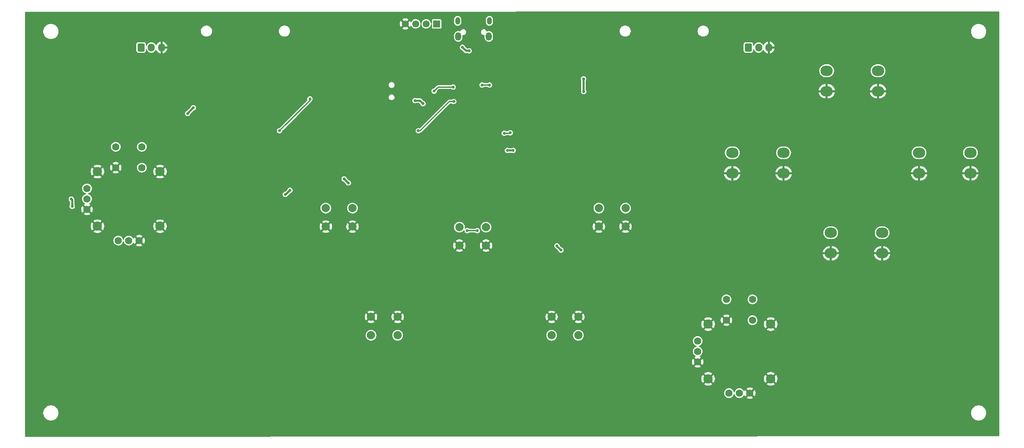
<source format=gbl>
%TF.GenerationSoftware,KiCad,Pcbnew,9.0.7*%
%TF.CreationDate,2026-01-18T23:39:18-08:00*%
%TF.ProjectId,STM32_HID_controller,53544d33-325f-4484-9944-5f636f6e7472,rev?*%
%TF.SameCoordinates,Original*%
%TF.FileFunction,Copper,L2,Bot*%
%TF.FilePolarity,Positive*%
%FSLAX46Y46*%
G04 Gerber Fmt 4.6, Leading zero omitted, Abs format (unit mm)*
G04 Created by KiCad (PCBNEW 9.0.7) date 2026-01-18 23:39:18*
%MOMM*%
%LPD*%
G01*
G04 APERTURE LIST*
G04 Aperture macros list*
%AMRoundRect*
0 Rectangle with rounded corners*
0 $1 Rounding radius*
0 $2 $3 $4 $5 $6 $7 $8 $9 X,Y pos of 4 corners*
0 Add a 4 corners polygon primitive as box body*
4,1,4,$2,$3,$4,$5,$6,$7,$8,$9,$2,$3,0*
0 Add four circle primitives for the rounded corners*
1,1,$1+$1,$2,$3*
1,1,$1+$1,$4,$5*
1,1,$1+$1,$6,$7*
1,1,$1+$1,$8,$9*
0 Add four rect primitives between the rounded corners*
20,1,$1+$1,$2,$3,$4,$5,0*
20,1,$1+$1,$4,$5,$6,$7,0*
20,1,$1+$1,$6,$7,$8,$9,0*
20,1,$1+$1,$8,$9,$2,$3,0*%
G04 Aperture macros list end*
%TA.AperFunction,HeatsinkPad*%
%ADD10O,1.150000X1.800000*%
%TD*%
%TA.AperFunction,HeatsinkPad*%
%ADD11O,1.450000X2.000000*%
%TD*%
%TA.AperFunction,ComponentPad*%
%ADD12C,1.778000*%
%TD*%
%TA.AperFunction,ComponentPad*%
%ADD13C,2.286000*%
%TD*%
%TA.AperFunction,ComponentPad*%
%ADD14RoundRect,0.250000X-0.600000X-0.725000X0.600000X-0.725000X0.600000X0.725000X-0.600000X0.725000X0*%
%TD*%
%TA.AperFunction,ComponentPad*%
%ADD15O,1.700000X1.950000*%
%TD*%
%TA.AperFunction,ComponentPad*%
%ADD16C,2.000000*%
%TD*%
%TA.AperFunction,ComponentPad*%
%ADD17O,3.000000X2.500000*%
%TD*%
%TA.AperFunction,ComponentPad*%
%ADD18R,1.700000X1.700000*%
%TD*%
%TA.AperFunction,ComponentPad*%
%ADD19C,1.700000*%
%TD*%
%TA.AperFunction,ViaPad*%
%ADD20C,0.700000*%
%TD*%
%TA.AperFunction,Conductor*%
%ADD21C,0.300000*%
%TD*%
%TA.AperFunction,Conductor*%
%ADD22C,0.500000*%
%TD*%
G04 APERTURE END LIST*
D10*
%TO.P,J1,6,Shield*%
%TO.N,unconnected-(J1-Shield-Pad6)_3*%
X150180000Y-19505000D03*
D11*
%TO.N,unconnected-(J1-Shield-Pad6)*%
X150330000Y-23305000D03*
%TO.N,unconnected-(J1-Shield-Pad6)_1*%
X157780000Y-23305000D03*
D10*
%TO.N,unconnected-(J1-Shield-Pad6)_2*%
X157930000Y-19505000D03*
%TD*%
D12*
%TO.P,U4,V3,V-*%
%TO.N,GND*%
X208665000Y-102660000D03*
%TO.P,U4,V2,V*%
%TO.N,vry*%
X208665000Y-100120000D03*
%TO.P,U4,V1,V+*%
%TO.N,+3.3V*%
X208665000Y-97580000D03*
D13*
%TO.P,U4,S4,SHIELD*%
%TO.N,GND*%
X226445000Y-93452500D03*
%TO.P,U4,S3,SHIELD*%
X226445000Y-106787500D03*
%TO.P,U4,S2,SHIELD*%
X211205000Y-106787500D03*
%TO.P,U4,S1,SHIELD*%
X211205000Y-93452500D03*
D12*
%TO.P,U4,H3,H-*%
X221365000Y-110280000D03*
%TO.P,U4,H2,H*%
%TO.N,vrx*%
X218825000Y-110280000D03*
%TO.P,U4,H1,H+*%
%TO.N,+3.3V*%
X216285000Y-110280000D03*
%TO.P,U4,B2B*%
%TO.N,N/C*%
X222000000Y-92500000D03*
%TO.P,U4,B2A,SEL-*%
%TO.N,GND*%
X215650000Y-92500000D03*
%TO.P,U4,B1B*%
%TO.N,N/C*%
X222000000Y-87420000D03*
%TO.P,U4,B1A,SEL+*%
%TO.N,jr*%
X215650000Y-87420000D03*
%TD*%
%TO.P,U5,V3,V-*%
%TO.N,GND*%
X59915000Y-65460000D03*
%TO.P,U5,V2,V*%
%TO.N,vly*%
X59915000Y-62920000D03*
%TO.P,U5,V1,V+*%
%TO.N,+3.3V*%
X59915000Y-60380000D03*
D13*
%TO.P,U5,S4,SHIELD*%
%TO.N,GND*%
X77695000Y-56252500D03*
%TO.P,U5,S3,SHIELD*%
X77695000Y-69587500D03*
%TO.P,U5,S2,SHIELD*%
X62455000Y-69587500D03*
%TO.P,U5,S1,SHIELD*%
X62455000Y-56252500D03*
D12*
%TO.P,U5,H3,H-*%
X72615000Y-73080000D03*
%TO.P,U5,H2,H*%
%TO.N,vlx*%
X70075000Y-73080000D03*
%TO.P,U5,H1,H+*%
%TO.N,+3.3V*%
X67535000Y-73080000D03*
%TO.P,U5,B2B*%
%TO.N,N/C*%
X73250000Y-55300000D03*
%TO.P,U5,B2A,SEL-*%
%TO.N,GND*%
X66900000Y-55300000D03*
%TO.P,U5,B1B*%
%TO.N,N/C*%
X73250000Y-50220000D03*
%TO.P,U5,B1A,SEL+*%
%TO.N,jl*%
X66900000Y-50220000D03*
%TD*%
D14*
%TO.P,J3,1,Pin_1*%
%TO.N,zr*%
X221000000Y-26000000D03*
D15*
%TO.P,J3,2,Pin_2*%
%TO.N,r*%
X223500000Y-26000000D03*
%TO.P,J3,3,Pin_3*%
%TO.N,GND*%
X226000000Y-26000000D03*
%TD*%
D16*
%TO.P,SW10,1,1*%
%TO.N,+*%
X184580000Y-65172500D03*
X191080000Y-65172500D03*
%TO.P,SW10,2,2*%
%TO.N,GND*%
X184580000Y-69672500D03*
X191080000Y-69672500D03*
%TD*%
%TO.P,SW14,1,1*%
%TO.N,ACC_control*%
X150600000Y-69800000D03*
X157100000Y-69800000D03*
%TO.P,SW14,2,2*%
%TO.N,GND*%
X150600000Y-74300000D03*
X157100000Y-74300000D03*
%TD*%
D14*
%TO.P,J5,1,Pin_1*%
%TO.N,zl*%
X73080000Y-26000000D03*
D15*
%TO.P,J5,2,Pin_2*%
%TO.N,l*%
X75580000Y-26000000D03*
%TO.P,J5,3,Pin_3*%
%TO.N,GND*%
X78080000Y-26000000D03*
%TD*%
D17*
%TO.P,SW9,1,1*%
%TO.N,Y*%
X217080000Y-51672500D03*
X229580000Y-51672500D03*
%TO.P,SW9,2,2*%
%TO.N,GND*%
X217080000Y-56672500D03*
X229580000Y-56672500D03*
%TD*%
%TO.P,SW6,1,1*%
%TO.N,A*%
X262580000Y-51672500D03*
X275080000Y-51672500D03*
%TO.P,SW6,2,2*%
%TO.N,GND*%
X262580000Y-56672500D03*
X275080000Y-56672500D03*
%TD*%
D16*
%TO.P,SW3,1,1*%
%TO.N,GND*%
X129080000Y-91672500D03*
X135580000Y-91672500D03*
%TO.P,SW3,2,2*%
%TO.N,capture*%
X129080000Y-96172500D03*
X135580000Y-96172500D03*
%TD*%
D17*
%TO.P,SW8,1,1*%
%TO.N,X*%
X240080000Y-31672500D03*
X252580000Y-31672500D03*
%TO.P,SW8,2,2*%
%TO.N,GND*%
X240080000Y-36672500D03*
X252580000Y-36672500D03*
%TD*%
D18*
%TO.P,J2,1,Pin_1*%
%TO.N,+3.3V*%
X145060000Y-20250000D03*
D19*
%TO.P,J2,2,Pin_2*%
%TO.N,/SWDIO*%
X142520000Y-20250000D03*
%TO.P,J2,3,Pin_3*%
%TO.N,/SWCLK*%
X139980000Y-20250000D03*
%TO.P,J2,4,Pin_4*%
%TO.N,GND*%
X137440000Y-20250000D03*
%TD*%
D16*
%TO.P,SW11,1,1*%
%TO.N,-*%
X118080000Y-65172500D03*
X124580000Y-65172500D03*
%TO.P,SW11,2,2*%
%TO.N,GND*%
X118080000Y-69672500D03*
X124580000Y-69672500D03*
%TD*%
%TO.P,SW2,1,1*%
%TO.N,GND*%
X173080000Y-91672500D03*
X179580000Y-91672500D03*
%TO.P,SW2,2,2*%
%TO.N,home*%
X173080000Y-96172500D03*
X179580000Y-96172500D03*
%TD*%
D17*
%TO.P,SW7,1,1*%
%TO.N,B*%
X241080000Y-71172500D03*
X253580000Y-71172500D03*
%TO.P,SW7,2,2*%
%TO.N,GND*%
X241080000Y-76172500D03*
X253580000Y-76172500D03*
%TD*%
D20*
%TO.N,GND*%
X95750000Y-60300000D03*
X93150000Y-55100000D03*
X99100000Y-55150000D03*
X100250000Y-52450000D03*
%TO.N,i2c_scl*%
X149249999Y-39192015D03*
X156150000Y-35150000D03*
X140600000Y-46300000D03*
X157950000Y-35150000D03*
%TO.N,i2c_sda*%
X106800000Y-46300000D03*
X114200000Y-38549000D03*
X149085701Y-35650585D03*
X144455025Y-36644975D03*
%TO.N,GND*%
X167800000Y-23350000D03*
X137600000Y-34350000D03*
X164900000Y-47050000D03*
X61000000Y-54650000D03*
X161200000Y-25400000D03*
X124550000Y-72200000D03*
X141650000Y-40850000D03*
X191050000Y-71700000D03*
X157100000Y-76400000D03*
X277550000Y-56650000D03*
X145062500Y-47437500D03*
X80250000Y-56200000D03*
X157850000Y-39300000D03*
X113350000Y-58250000D03*
X154500000Y-48400000D03*
X153250000Y-53900000D03*
X228800000Y-108650000D03*
X238550000Y-76250000D03*
X112550000Y-58250000D03*
X157650000Y-34150000D03*
X135600000Y-89400000D03*
X184500000Y-71900000D03*
X111000000Y-58300000D03*
X207350000Y-104950000D03*
X215600000Y-90200000D03*
X80050000Y-26050000D03*
X153621565Y-49928435D03*
X209950000Y-90500000D03*
X217100000Y-59900000D03*
X149383669Y-40082036D03*
X256050000Y-76200000D03*
X210500000Y-109600000D03*
X240300000Y-40800000D03*
X223250000Y-112200000D03*
X150100000Y-33250000D03*
X166050000Y-24000000D03*
X151500000Y-24900000D03*
X162550000Y-25400000D03*
X143950000Y-40950000D03*
X148050000Y-52200000D03*
X228400000Y-91800000D03*
X118050000Y-72000000D03*
X137440000Y-22560000D03*
X154950000Y-41600000D03*
X80350000Y-68750000D03*
X179600000Y-89500000D03*
X164900000Y-24050000D03*
X160100000Y-47150000D03*
X253000000Y-40600000D03*
X141700000Y-47550000D03*
X60650000Y-71050000D03*
X167800000Y-22350000D03*
X150600000Y-76400000D03*
X129100000Y-89400000D03*
X158678260Y-50500000D03*
X58000000Y-66450000D03*
X229700000Y-59600000D03*
X170250000Y-18050000D03*
X173050000Y-89200000D03*
X161450000Y-43700000D03*
X65900000Y-53600000D03*
X73450000Y-75400000D03*
X164350000Y-41100000D03*
X228300000Y-26000000D03*
X146850000Y-49900000D03*
X260150000Y-56700000D03*
%TO.N,+3.3V*%
X123569975Y-59019975D03*
X163700000Y-51100000D03*
X85800000Y-40700000D03*
X139805025Y-38955025D03*
X162300000Y-51100000D03*
X180900000Y-36751000D03*
X56090380Y-62969670D03*
X174381275Y-74381275D03*
X175346225Y-75396225D03*
X141749235Y-39699235D03*
X152971304Y-26821304D03*
X108180025Y-61819975D03*
X84400000Y-42100000D03*
X109349000Y-60800000D03*
X180850000Y-33650000D03*
X151358880Y-25958880D03*
X56294975Y-64744975D03*
X122555025Y-58055025D03*
%TO.N,ACC_control*%
X154950000Y-70650000D03*
X152519740Y-70650000D03*
%TO.N,SCL*%
X161550000Y-46900000D03*
X163000000Y-46800000D03*
%TO.N,GND*%
X99000000Y-60400000D03*
%TD*%
D21*
%TO.N,i2c_scl*%
X141050000Y-46300000D02*
X140600000Y-46300000D01*
X143300000Y-44050000D02*
X141050000Y-46300000D01*
X149249999Y-39192015D02*
X148157985Y-39192015D01*
X157950000Y-35150000D02*
X156150000Y-35150000D01*
X148157985Y-39192015D02*
X143300000Y-44050000D01*
%TO.N,i2c_sda*%
X114200000Y-38549000D02*
X114200000Y-38900000D01*
X114200000Y-38900000D02*
X106800000Y-46300000D01*
X145449415Y-35650585D02*
X144455025Y-36644975D01*
X149085701Y-35650585D02*
X145449415Y-35650585D01*
D22*
%TO.N,GND*%
X161150000Y-25400000D02*
X161200000Y-25400000D01*
%TO.N,+3.3V*%
X84400000Y-42100000D02*
X85800000Y-40700000D01*
X123569975Y-59019975D02*
X123519975Y-59019975D01*
X56294975Y-63174265D02*
X56090380Y-62969670D01*
X56294975Y-64744975D02*
X56294975Y-63174265D01*
X180850000Y-36701000D02*
X180900000Y-36751000D01*
X152971304Y-26821304D02*
X152221304Y-26821304D01*
X152221304Y-26821304D02*
X151358880Y-25958880D01*
X139805025Y-38955025D02*
X141005025Y-38955025D01*
X141005025Y-38955025D02*
X141749235Y-39699235D01*
X163700000Y-51100000D02*
X162300000Y-51100000D01*
X174381275Y-74431275D02*
X175346225Y-75396225D01*
X108180025Y-61819975D02*
X108329025Y-61819975D01*
X174381275Y-74381275D02*
X174381275Y-74431275D01*
X123519975Y-59019975D02*
X122555025Y-58055025D01*
X108329025Y-61819975D02*
X109349000Y-60800000D01*
X180850000Y-33650000D02*
X180850000Y-36701000D01*
D21*
%TO.N,ACC_control*%
X152519740Y-70650000D02*
X154950000Y-70650000D01*
%TO.N,SCL*%
X161550000Y-46900000D02*
X162900000Y-46900000D01*
X162900000Y-46900000D02*
X163000000Y-46800000D01*
%TD*%
%TA.AperFunction,Conductor*%
%TO.N,GND*%
G36*
X282042474Y-17220220D02*
G01*
X282088262Y-17272995D01*
X282099500Y-17324578D01*
X282099500Y-120625578D01*
X282079815Y-120692617D01*
X282027011Y-120738372D01*
X281975578Y-120749578D01*
X44924578Y-120899420D01*
X44857526Y-120879778D01*
X44811738Y-120827003D01*
X44800500Y-120775420D01*
X44800500Y-114978711D01*
X49249500Y-114978711D01*
X49249500Y-115221288D01*
X49281161Y-115461785D01*
X49343947Y-115696104D01*
X49436773Y-115920205D01*
X49436776Y-115920212D01*
X49558064Y-116130289D01*
X49558066Y-116130292D01*
X49558067Y-116130293D01*
X49705733Y-116322736D01*
X49705739Y-116322743D01*
X49877256Y-116494260D01*
X49877262Y-116494265D01*
X50069711Y-116641936D01*
X50279788Y-116763224D01*
X50503900Y-116856054D01*
X50738211Y-116918838D01*
X50918586Y-116942584D01*
X50978711Y-116950500D01*
X50978712Y-116950500D01*
X51221289Y-116950500D01*
X51269388Y-116944167D01*
X51461789Y-116918838D01*
X51696100Y-116856054D01*
X51920212Y-116763224D01*
X52130289Y-116641936D01*
X52322738Y-116494265D01*
X52494265Y-116322738D01*
X52641936Y-116130289D01*
X52763224Y-115920212D01*
X52856054Y-115696100D01*
X52918838Y-115461789D01*
X52950500Y-115221288D01*
X52950500Y-114978712D01*
X52950500Y-114978711D01*
X275249500Y-114978711D01*
X275249500Y-115221288D01*
X275281161Y-115461785D01*
X275343947Y-115696104D01*
X275436773Y-115920205D01*
X275436776Y-115920212D01*
X275558064Y-116130289D01*
X275558066Y-116130292D01*
X275558067Y-116130293D01*
X275705733Y-116322736D01*
X275705739Y-116322743D01*
X275877256Y-116494260D01*
X275877262Y-116494265D01*
X276069711Y-116641936D01*
X276279788Y-116763224D01*
X276503900Y-116856054D01*
X276738211Y-116918838D01*
X276918586Y-116942584D01*
X276978711Y-116950500D01*
X276978712Y-116950500D01*
X277221289Y-116950500D01*
X277269388Y-116944167D01*
X277461789Y-116918838D01*
X277696100Y-116856054D01*
X277920212Y-116763224D01*
X278130289Y-116641936D01*
X278322738Y-116494265D01*
X278494265Y-116322738D01*
X278641936Y-116130289D01*
X278763224Y-115920212D01*
X278856054Y-115696100D01*
X278918838Y-115461789D01*
X278950500Y-115221288D01*
X278950500Y-114978712D01*
X278918838Y-114738211D01*
X278856054Y-114503900D01*
X278763224Y-114279788D01*
X278641936Y-114069711D01*
X278494265Y-113877262D01*
X278494260Y-113877256D01*
X278322743Y-113705739D01*
X278322736Y-113705733D01*
X278130293Y-113558067D01*
X278130292Y-113558066D01*
X278130289Y-113558064D01*
X277920212Y-113436776D01*
X277920205Y-113436773D01*
X277696104Y-113343947D01*
X277461785Y-113281161D01*
X277221289Y-113249500D01*
X277221288Y-113249500D01*
X276978712Y-113249500D01*
X276978711Y-113249500D01*
X276738214Y-113281161D01*
X276503895Y-113343947D01*
X276279794Y-113436773D01*
X276279785Y-113436777D01*
X276069706Y-113558067D01*
X275877263Y-113705733D01*
X275877256Y-113705739D01*
X275705739Y-113877256D01*
X275705733Y-113877263D01*
X275558067Y-114069706D01*
X275436777Y-114279785D01*
X275436773Y-114279794D01*
X275343947Y-114503895D01*
X275281161Y-114738214D01*
X275249500Y-114978711D01*
X52950500Y-114978711D01*
X52918838Y-114738211D01*
X52856054Y-114503900D01*
X52763224Y-114279788D01*
X52641936Y-114069711D01*
X52494265Y-113877262D01*
X52494260Y-113877256D01*
X52322743Y-113705739D01*
X52322736Y-113705733D01*
X52130293Y-113558067D01*
X52130292Y-113558066D01*
X52130289Y-113558064D01*
X51920212Y-113436776D01*
X51920205Y-113436773D01*
X51696104Y-113343947D01*
X51461785Y-113281161D01*
X51221289Y-113249500D01*
X51221288Y-113249500D01*
X50978712Y-113249500D01*
X50978711Y-113249500D01*
X50738214Y-113281161D01*
X50503895Y-113343947D01*
X50279794Y-113436773D01*
X50279785Y-113436777D01*
X50069706Y-113558067D01*
X49877263Y-113705733D01*
X49877256Y-113705739D01*
X49705739Y-113877256D01*
X49705733Y-113877263D01*
X49558067Y-114069706D01*
X49436777Y-114279785D01*
X49436773Y-114279794D01*
X49343947Y-114503895D01*
X49281161Y-114738214D01*
X49249500Y-114978711D01*
X44800500Y-114978711D01*
X44800500Y-110186384D01*
X215095500Y-110186384D01*
X215095500Y-110373615D01*
X215124790Y-110558543D01*
X215182645Y-110736606D01*
X215182646Y-110736609D01*
X215267651Y-110903437D01*
X215377694Y-111054900D01*
X215377698Y-111054905D01*
X215510094Y-111187301D01*
X215510099Y-111187305D01*
X215631649Y-111275615D01*
X215661566Y-111297351D01*
X215770620Y-111352917D01*
X215828390Y-111382353D01*
X215828393Y-111382354D01*
X215917424Y-111411281D01*
X216006458Y-111440210D01*
X216191384Y-111469500D01*
X216191385Y-111469500D01*
X216378615Y-111469500D01*
X216378616Y-111469500D01*
X216563542Y-111440210D01*
X216741609Y-111382353D01*
X216908434Y-111297351D01*
X217059907Y-111187300D01*
X217192300Y-111054907D01*
X217302351Y-110903434D01*
X217387353Y-110736609D01*
X217437069Y-110583598D01*
X217476506Y-110525923D01*
X217540865Y-110498724D01*
X217609711Y-110510638D01*
X217661187Y-110557882D01*
X217672931Y-110583598D01*
X217722645Y-110736606D01*
X217722646Y-110736609D01*
X217807651Y-110903437D01*
X217917694Y-111054900D01*
X217917698Y-111054905D01*
X218050094Y-111187301D01*
X218050099Y-111187305D01*
X218171649Y-111275615D01*
X218201566Y-111297351D01*
X218310620Y-111352917D01*
X218368390Y-111382353D01*
X218368393Y-111382354D01*
X218457424Y-111411281D01*
X218546458Y-111440210D01*
X218731384Y-111469500D01*
X218731385Y-111469500D01*
X218918615Y-111469500D01*
X218918616Y-111469500D01*
X219103542Y-111440210D01*
X219281609Y-111382353D01*
X219448434Y-111297351D01*
X219465893Y-111284666D01*
X219478352Y-111275615D01*
X219599901Y-111187305D01*
X219599903Y-111187302D01*
X219599907Y-111187300D01*
X219732300Y-111054907D01*
X219842351Y-110903434D01*
X219872562Y-110844139D01*
X219920536Y-110793345D01*
X219988357Y-110776549D01*
X220054492Y-110799086D01*
X220093532Y-110844140D01*
X220177020Y-111007993D01*
X220177021Y-111007995D01*
X220221806Y-111069638D01*
X220221807Y-111069638D01*
X220927352Y-110364093D01*
X220950792Y-110451571D01*
X221009311Y-110552930D01*
X221092070Y-110635689D01*
X221193429Y-110694208D01*
X221280905Y-110717647D01*
X220575360Y-111423191D01*
X220637008Y-111467980D01*
X220831808Y-111567237D01*
X220831811Y-111567238D01*
X221039740Y-111634797D01*
X221255684Y-111669000D01*
X221474316Y-111669000D01*
X221690259Y-111634797D01*
X221898188Y-111567238D01*
X221898191Y-111567237D01*
X222092995Y-111467978D01*
X222154638Y-111423191D01*
X222154639Y-111423191D01*
X221449094Y-110717647D01*
X221536571Y-110694208D01*
X221637930Y-110635689D01*
X221720689Y-110552930D01*
X221779208Y-110451571D01*
X221802647Y-110364094D01*
X222508191Y-111069639D01*
X222508191Y-111069638D01*
X222552978Y-111007995D01*
X222652237Y-110813191D01*
X222652238Y-110813188D01*
X222719797Y-110605259D01*
X222754000Y-110389316D01*
X222754000Y-110170683D01*
X222719797Y-109954740D01*
X222652238Y-109746811D01*
X222652237Y-109746808D01*
X222552980Y-109552008D01*
X222508191Y-109490360D01*
X221802647Y-110195904D01*
X221779208Y-110108429D01*
X221720689Y-110007070D01*
X221637930Y-109924311D01*
X221536571Y-109865792D01*
X221449092Y-109842352D01*
X222154638Y-109136807D01*
X222154638Y-109136806D01*
X222092995Y-109092021D01*
X222092993Y-109092020D01*
X221898191Y-108992762D01*
X221898188Y-108992761D01*
X221690259Y-108925202D01*
X221474316Y-108891000D01*
X221255684Y-108891000D01*
X221039740Y-108925202D01*
X220831811Y-108992761D01*
X220831808Y-108992762D01*
X220637001Y-109092023D01*
X220575360Y-109136806D01*
X220575360Y-109136807D01*
X221280905Y-109842352D01*
X221193429Y-109865792D01*
X221092070Y-109924311D01*
X221009311Y-110007070D01*
X220950792Y-110108429D01*
X220927352Y-110195905D01*
X220221807Y-109490360D01*
X220221806Y-109490360D01*
X220177021Y-109552004D01*
X220093531Y-109715860D01*
X220045557Y-109766655D01*
X219977735Y-109783450D01*
X219911601Y-109760912D01*
X219872562Y-109715859D01*
X219842348Y-109656561D01*
X219732305Y-109505099D01*
X219732301Y-109505094D01*
X219599905Y-109372698D01*
X219599900Y-109372694D01*
X219478351Y-109284384D01*
X219448437Y-109262651D01*
X219448436Y-109262650D01*
X219448434Y-109262649D01*
X219394988Y-109235416D01*
X219281609Y-109177646D01*
X219281606Y-109177645D01*
X219103543Y-109119790D01*
X219011079Y-109105145D01*
X218918616Y-109090500D01*
X218731384Y-109090500D01*
X218669742Y-109100263D01*
X218546456Y-109119790D01*
X218368393Y-109177645D01*
X218368390Y-109177646D01*
X218201562Y-109262651D01*
X218050099Y-109372694D01*
X218050094Y-109372698D01*
X217917698Y-109505094D01*
X217917694Y-109505099D01*
X217807651Y-109656562D01*
X217722646Y-109823390D01*
X217722645Y-109823393D01*
X217672931Y-109976401D01*
X217633494Y-110034076D01*
X217569135Y-110061275D01*
X217500289Y-110049361D01*
X217448813Y-110002116D01*
X217437069Y-109976401D01*
X217387354Y-109823393D01*
X217387353Y-109823390D01*
X217332562Y-109715859D01*
X217302351Y-109656566D01*
X217226383Y-109552004D01*
X217192305Y-109505099D01*
X217192301Y-109505094D01*
X217059905Y-109372698D01*
X217059900Y-109372694D01*
X216908437Y-109262651D01*
X216908436Y-109262650D01*
X216908434Y-109262649D01*
X216854988Y-109235416D01*
X216741609Y-109177646D01*
X216741606Y-109177645D01*
X216563543Y-109119790D01*
X216471079Y-109105145D01*
X216378616Y-109090500D01*
X216191384Y-109090500D01*
X216129742Y-109100263D01*
X216006456Y-109119790D01*
X215828393Y-109177645D01*
X215828390Y-109177646D01*
X215661562Y-109262651D01*
X215510099Y-109372694D01*
X215510094Y-109372698D01*
X215377698Y-109505094D01*
X215377694Y-109505099D01*
X215267651Y-109656562D01*
X215182646Y-109823390D01*
X215182645Y-109823393D01*
X215124790Y-110001456D01*
X215095500Y-110186384D01*
X44800500Y-110186384D01*
X44800500Y-106658193D01*
X209562000Y-106658193D01*
X209562000Y-106916806D01*
X209602456Y-107172233D01*
X209602456Y-107172234D01*
X209682374Y-107418195D01*
X209799783Y-107648622D01*
X209879963Y-107758981D01*
X209879964Y-107758982D01*
X210566837Y-107072109D01*
X210585997Y-107118364D01*
X210662439Y-107232768D01*
X210759732Y-107330061D01*
X210874136Y-107406503D01*
X210920390Y-107425661D01*
X210233516Y-108112534D01*
X210233517Y-108112536D01*
X210343877Y-108192716D01*
X210574304Y-108310125D01*
X210820266Y-108390043D01*
X211075694Y-108430500D01*
X211334306Y-108430500D01*
X211589733Y-108390043D01*
X211589734Y-108390043D01*
X211835695Y-108310125D01*
X212066119Y-108192718D01*
X212176481Y-108112534D01*
X212176482Y-108112534D01*
X211489609Y-107425662D01*
X211535864Y-107406503D01*
X211650268Y-107330061D01*
X211747561Y-107232768D01*
X211824003Y-107118364D01*
X211843161Y-107072109D01*
X212530034Y-107758982D01*
X212530034Y-107758981D01*
X212610218Y-107648619D01*
X212727625Y-107418195D01*
X212807543Y-107172234D01*
X212807543Y-107172233D01*
X212848000Y-106916806D01*
X212848000Y-106658193D01*
X224802000Y-106658193D01*
X224802000Y-106916806D01*
X224842456Y-107172233D01*
X224842456Y-107172234D01*
X224922374Y-107418195D01*
X225039783Y-107648622D01*
X225119963Y-107758981D01*
X225119964Y-107758982D01*
X225806837Y-107072109D01*
X225825997Y-107118364D01*
X225902439Y-107232768D01*
X225999732Y-107330061D01*
X226114136Y-107406503D01*
X226160390Y-107425661D01*
X225473516Y-108112534D01*
X225473517Y-108112536D01*
X225583877Y-108192716D01*
X225814304Y-108310125D01*
X226060266Y-108390043D01*
X226315694Y-108430500D01*
X226574306Y-108430500D01*
X226829733Y-108390043D01*
X226829734Y-108390043D01*
X227075695Y-108310125D01*
X227306119Y-108192718D01*
X227416481Y-108112534D01*
X227416482Y-108112534D01*
X226729609Y-107425662D01*
X226775864Y-107406503D01*
X226890268Y-107330061D01*
X226987561Y-107232768D01*
X227064003Y-107118364D01*
X227083161Y-107072109D01*
X227770034Y-107758982D01*
X227770034Y-107758981D01*
X227850218Y-107648619D01*
X227967625Y-107418195D01*
X228047543Y-107172234D01*
X228047543Y-107172233D01*
X228088000Y-106916806D01*
X228088000Y-106658193D01*
X228047543Y-106402766D01*
X228047543Y-106402765D01*
X227967625Y-106156804D01*
X227850216Y-105926377D01*
X227770036Y-105816017D01*
X227770034Y-105816016D01*
X227083161Y-106502889D01*
X227064003Y-106456636D01*
X226987561Y-106342232D01*
X226890268Y-106244939D01*
X226775864Y-106168497D01*
X226729608Y-106149337D01*
X227416482Y-105462464D01*
X227416481Y-105462463D01*
X227306122Y-105382283D01*
X227075695Y-105264874D01*
X226829733Y-105184956D01*
X226574306Y-105144500D01*
X226315694Y-105144500D01*
X226060266Y-105184956D01*
X226060265Y-105184956D01*
X225814304Y-105264874D01*
X225583884Y-105382279D01*
X225473517Y-105462464D01*
X225473517Y-105462465D01*
X226160390Y-106149337D01*
X226114136Y-106168497D01*
X225999732Y-106244939D01*
X225902439Y-106342232D01*
X225825997Y-106456636D01*
X225806837Y-106502890D01*
X225119965Y-105816017D01*
X225119964Y-105816017D01*
X225039779Y-105926384D01*
X224922374Y-106156804D01*
X224842456Y-106402765D01*
X224842456Y-106402766D01*
X224802000Y-106658193D01*
X212848000Y-106658193D01*
X212807543Y-106402766D01*
X212807543Y-106402765D01*
X212727625Y-106156804D01*
X212610216Y-105926377D01*
X212530036Y-105816017D01*
X212530034Y-105816016D01*
X211843161Y-106502889D01*
X211824003Y-106456636D01*
X211747561Y-106342232D01*
X211650268Y-106244939D01*
X211535864Y-106168497D01*
X211489608Y-106149337D01*
X212176482Y-105462464D01*
X212176481Y-105462463D01*
X212066122Y-105382283D01*
X211835695Y-105264874D01*
X211589733Y-105184956D01*
X211334306Y-105144500D01*
X211075694Y-105144500D01*
X210820266Y-105184956D01*
X210820265Y-105184956D01*
X210574304Y-105264874D01*
X210343884Y-105382279D01*
X210233517Y-105462464D01*
X210233517Y-105462465D01*
X210920390Y-106149337D01*
X210874136Y-106168497D01*
X210759732Y-106244939D01*
X210662439Y-106342232D01*
X210585997Y-106456636D01*
X210566837Y-106502890D01*
X209879965Y-105816017D01*
X209879964Y-105816017D01*
X209799779Y-105926384D01*
X209682374Y-106156804D01*
X209602456Y-106402765D01*
X209602456Y-106402766D01*
X209562000Y-106658193D01*
X44800500Y-106658193D01*
X44800500Y-102550683D01*
X207276000Y-102550683D01*
X207276000Y-102769316D01*
X207310202Y-102985259D01*
X207377761Y-103193188D01*
X207377762Y-103193191D01*
X207477020Y-103387993D01*
X207477021Y-103387995D01*
X207521806Y-103449638D01*
X207521807Y-103449638D01*
X208227352Y-102744093D01*
X208250792Y-102831571D01*
X208309311Y-102932930D01*
X208392070Y-103015689D01*
X208493429Y-103074208D01*
X208580905Y-103097647D01*
X207875360Y-103803191D01*
X207937008Y-103847980D01*
X208131808Y-103947237D01*
X208131811Y-103947238D01*
X208339740Y-104014797D01*
X208555684Y-104049000D01*
X208774316Y-104049000D01*
X208990259Y-104014797D01*
X209198188Y-103947238D01*
X209198191Y-103947237D01*
X209392995Y-103847978D01*
X209454638Y-103803191D01*
X209454639Y-103803191D01*
X208749094Y-103097647D01*
X208836571Y-103074208D01*
X208937930Y-103015689D01*
X209020689Y-102932930D01*
X209079208Y-102831571D01*
X209102647Y-102744095D01*
X209808191Y-103449639D01*
X209808191Y-103449638D01*
X209852978Y-103387995D01*
X209952237Y-103193191D01*
X209952238Y-103193188D01*
X210019797Y-102985259D01*
X210054000Y-102769316D01*
X210054000Y-102550683D01*
X210019797Y-102334740D01*
X209952238Y-102126811D01*
X209952237Y-102126808D01*
X209852980Y-101932008D01*
X209808191Y-101870360D01*
X209102647Y-102575904D01*
X209079208Y-102488429D01*
X209020689Y-102387070D01*
X208937930Y-102304311D01*
X208836571Y-102245792D01*
X208749092Y-102222352D01*
X209454638Y-101516807D01*
X209454638Y-101516806D01*
X209392995Y-101472021D01*
X209392993Y-101472020D01*
X209229140Y-101388532D01*
X209178344Y-101340557D01*
X209161549Y-101272736D01*
X209184087Y-101206601D01*
X209229139Y-101167563D01*
X209288434Y-101137351D01*
X209439907Y-101027300D01*
X209572300Y-100894907D01*
X209682351Y-100743434D01*
X209767353Y-100576609D01*
X209825210Y-100398542D01*
X209854500Y-100213616D01*
X209854500Y-100026384D01*
X209825210Y-99841458D01*
X209767353Y-99663391D01*
X209767353Y-99663390D01*
X209737917Y-99605620D01*
X209682351Y-99496566D01*
X209668290Y-99477212D01*
X209572305Y-99345099D01*
X209572301Y-99345094D01*
X209439905Y-99212698D01*
X209439900Y-99212694D01*
X209288437Y-99102651D01*
X209288436Y-99102650D01*
X209288434Y-99102649D01*
X209234988Y-99075416D01*
X209121609Y-99017646D01*
X209121606Y-99017645D01*
X208968598Y-98967931D01*
X208910923Y-98928494D01*
X208883724Y-98864135D01*
X208895638Y-98795289D01*
X208942882Y-98743813D01*
X208968598Y-98732069D01*
X209121606Y-98682354D01*
X209121609Y-98682353D01*
X209288434Y-98597351D01*
X209439907Y-98487300D01*
X209572300Y-98354907D01*
X209682351Y-98203434D01*
X209767353Y-98036609D01*
X209825210Y-97858542D01*
X209854500Y-97673616D01*
X209854500Y-97486384D01*
X209825210Y-97301458D01*
X209767353Y-97123391D01*
X209767353Y-97123390D01*
X209714526Y-97019713D01*
X209682351Y-96956566D01*
X209607913Y-96854110D01*
X209572305Y-96805099D01*
X209572301Y-96805094D01*
X209439905Y-96672698D01*
X209439900Y-96672694D01*
X209288437Y-96562651D01*
X209288436Y-96562650D01*
X209288434Y-96562649D01*
X209234988Y-96535416D01*
X209121609Y-96477646D01*
X209121606Y-96477645D01*
X208943543Y-96419790D01*
X208851079Y-96405145D01*
X208758616Y-96390500D01*
X208571384Y-96390500D01*
X208509742Y-96400263D01*
X208386456Y-96419790D01*
X208208393Y-96477645D01*
X208208390Y-96477646D01*
X208041562Y-96562651D01*
X207890099Y-96672694D01*
X207890094Y-96672698D01*
X207757698Y-96805094D01*
X207757694Y-96805099D01*
X207647651Y-96956562D01*
X207562646Y-97123390D01*
X207562645Y-97123393D01*
X207504790Y-97301456D01*
X207475500Y-97486384D01*
X207475500Y-97673615D01*
X207504790Y-97858543D01*
X207562645Y-98036606D01*
X207562646Y-98036609D01*
X207647651Y-98203437D01*
X207757694Y-98354900D01*
X207757698Y-98354905D01*
X207890094Y-98487301D01*
X207890099Y-98487305D01*
X208022212Y-98583290D01*
X208041566Y-98597351D01*
X208150620Y-98652917D01*
X208208390Y-98682353D01*
X208208393Y-98682354D01*
X208361401Y-98732069D01*
X208419076Y-98771506D01*
X208446275Y-98835865D01*
X208434361Y-98904711D01*
X208387116Y-98956187D01*
X208361401Y-98967931D01*
X208208393Y-99017645D01*
X208208390Y-99017646D01*
X208041562Y-99102651D01*
X207890099Y-99212694D01*
X207890094Y-99212698D01*
X207757698Y-99345094D01*
X207757694Y-99345099D01*
X207647651Y-99496562D01*
X207562646Y-99663390D01*
X207562645Y-99663393D01*
X207504790Y-99841456D01*
X207475500Y-100026384D01*
X207475500Y-100213615D01*
X207504790Y-100398543D01*
X207562645Y-100576606D01*
X207562646Y-100576609D01*
X207647651Y-100743437D01*
X207757694Y-100894900D01*
X207757698Y-100894905D01*
X207890094Y-101027301D01*
X207890099Y-101027305D01*
X208041561Y-101137348D01*
X208041563Y-101137349D01*
X208041566Y-101137351D01*
X208100860Y-101167562D01*
X208151655Y-101215536D01*
X208168450Y-101283357D01*
X208145913Y-101349492D01*
X208100860Y-101388531D01*
X207937004Y-101472021D01*
X207875360Y-101516806D01*
X207875360Y-101516807D01*
X208580905Y-102222352D01*
X208493429Y-102245792D01*
X208392070Y-102304311D01*
X208309311Y-102387070D01*
X208250792Y-102488429D01*
X208227352Y-102575905D01*
X207521807Y-101870360D01*
X207521806Y-101870360D01*
X207477023Y-101932001D01*
X207377762Y-102126808D01*
X207377761Y-102126811D01*
X207310202Y-102334740D01*
X207276000Y-102550683D01*
X44800500Y-102550683D01*
X44800500Y-96070148D01*
X127779500Y-96070148D01*
X127779500Y-96274851D01*
X127811522Y-96477034D01*
X127874781Y-96671723D01*
X127967715Y-96854113D01*
X128088028Y-97019713D01*
X128232786Y-97164471D01*
X128387749Y-97277056D01*
X128398390Y-97284787D01*
X128514607Y-97344003D01*
X128580776Y-97377718D01*
X128580778Y-97377718D01*
X128580781Y-97377720D01*
X128685137Y-97411627D01*
X128775465Y-97440977D01*
X128876557Y-97456988D01*
X128977648Y-97473000D01*
X128977649Y-97473000D01*
X129182351Y-97473000D01*
X129182352Y-97473000D01*
X129384534Y-97440977D01*
X129579219Y-97377720D01*
X129761610Y-97284787D01*
X129854590Y-97217232D01*
X129927213Y-97164471D01*
X129927215Y-97164468D01*
X129927219Y-97164466D01*
X130071966Y-97019719D01*
X130071968Y-97019715D01*
X130071971Y-97019713D01*
X130124732Y-96947090D01*
X130192287Y-96854110D01*
X130285220Y-96671719D01*
X130348477Y-96477034D01*
X130380500Y-96274852D01*
X130380500Y-96070148D01*
X134279500Y-96070148D01*
X134279500Y-96274851D01*
X134311522Y-96477034D01*
X134374781Y-96671723D01*
X134467715Y-96854113D01*
X134588028Y-97019713D01*
X134732786Y-97164471D01*
X134887749Y-97277056D01*
X134898390Y-97284787D01*
X135014607Y-97344003D01*
X135080776Y-97377718D01*
X135080778Y-97377718D01*
X135080781Y-97377720D01*
X135185137Y-97411627D01*
X135275465Y-97440977D01*
X135376557Y-97456988D01*
X135477648Y-97473000D01*
X135477649Y-97473000D01*
X135682351Y-97473000D01*
X135682352Y-97473000D01*
X135884534Y-97440977D01*
X136079219Y-97377720D01*
X136261610Y-97284787D01*
X136354590Y-97217232D01*
X136427213Y-97164471D01*
X136427215Y-97164468D01*
X136427219Y-97164466D01*
X136571966Y-97019719D01*
X136571968Y-97019715D01*
X136571971Y-97019713D01*
X136624732Y-96947090D01*
X136692287Y-96854110D01*
X136785220Y-96671719D01*
X136848477Y-96477034D01*
X136880500Y-96274852D01*
X136880500Y-96070148D01*
X171779500Y-96070148D01*
X171779500Y-96274851D01*
X171811522Y-96477034D01*
X171874781Y-96671723D01*
X171967715Y-96854113D01*
X172088028Y-97019713D01*
X172232786Y-97164471D01*
X172387749Y-97277056D01*
X172398390Y-97284787D01*
X172514607Y-97344003D01*
X172580776Y-97377718D01*
X172580778Y-97377718D01*
X172580781Y-97377720D01*
X172685137Y-97411627D01*
X172775465Y-97440977D01*
X172876557Y-97456988D01*
X172977648Y-97473000D01*
X172977649Y-97473000D01*
X173182351Y-97473000D01*
X173182352Y-97473000D01*
X173384534Y-97440977D01*
X173579219Y-97377720D01*
X173761610Y-97284787D01*
X173854590Y-97217232D01*
X173927213Y-97164471D01*
X173927215Y-97164468D01*
X173927219Y-97164466D01*
X174071966Y-97019719D01*
X174071968Y-97019715D01*
X174071971Y-97019713D01*
X174124732Y-96947090D01*
X174192287Y-96854110D01*
X174285220Y-96671719D01*
X174348477Y-96477034D01*
X174380500Y-96274852D01*
X174380500Y-96070148D01*
X178279500Y-96070148D01*
X178279500Y-96274851D01*
X178311522Y-96477034D01*
X178374781Y-96671723D01*
X178467715Y-96854113D01*
X178588028Y-97019713D01*
X178732786Y-97164471D01*
X178887749Y-97277056D01*
X178898390Y-97284787D01*
X179014607Y-97344003D01*
X179080776Y-97377718D01*
X179080778Y-97377718D01*
X179080781Y-97377720D01*
X179185137Y-97411627D01*
X179275465Y-97440977D01*
X179376557Y-97456988D01*
X179477648Y-97473000D01*
X179477649Y-97473000D01*
X179682351Y-97473000D01*
X179682352Y-97473000D01*
X179884534Y-97440977D01*
X180079219Y-97377720D01*
X180261610Y-97284787D01*
X180354590Y-97217232D01*
X180427213Y-97164471D01*
X180427215Y-97164468D01*
X180427219Y-97164466D01*
X180571966Y-97019719D01*
X180571968Y-97019715D01*
X180571971Y-97019713D01*
X180624732Y-96947090D01*
X180692287Y-96854110D01*
X180785220Y-96671719D01*
X180848477Y-96477034D01*
X180880500Y-96274852D01*
X180880500Y-96070148D01*
X180848477Y-95867966D01*
X180785220Y-95673281D01*
X180785218Y-95673278D01*
X180785218Y-95673276D01*
X180751503Y-95607107D01*
X180692287Y-95490890D01*
X180684556Y-95480249D01*
X180571971Y-95325286D01*
X180427213Y-95180528D01*
X180261613Y-95060215D01*
X180261612Y-95060214D01*
X180261610Y-95060213D01*
X180204653Y-95031191D01*
X180079223Y-94967281D01*
X179884534Y-94904022D01*
X179709995Y-94876378D01*
X179682352Y-94872000D01*
X179477648Y-94872000D01*
X179453329Y-94875851D01*
X179275465Y-94904022D01*
X179080776Y-94967281D01*
X178898386Y-95060215D01*
X178732786Y-95180528D01*
X178588028Y-95325286D01*
X178467715Y-95490886D01*
X178374781Y-95673276D01*
X178311522Y-95867965D01*
X178279500Y-96070148D01*
X174380500Y-96070148D01*
X174348477Y-95867966D01*
X174285220Y-95673281D01*
X174285218Y-95673278D01*
X174285218Y-95673276D01*
X174251503Y-95607107D01*
X174192287Y-95490890D01*
X174184556Y-95480249D01*
X174071971Y-95325286D01*
X173927213Y-95180528D01*
X173761613Y-95060215D01*
X173761612Y-95060214D01*
X173761610Y-95060213D01*
X173704653Y-95031191D01*
X173579223Y-94967281D01*
X173384534Y-94904022D01*
X173209995Y-94876378D01*
X173182352Y-94872000D01*
X172977648Y-94872000D01*
X172953329Y-94875851D01*
X172775465Y-94904022D01*
X172580776Y-94967281D01*
X172398386Y-95060215D01*
X172232786Y-95180528D01*
X172088028Y-95325286D01*
X171967715Y-95490886D01*
X171874781Y-95673276D01*
X171811522Y-95867965D01*
X171779500Y-96070148D01*
X136880500Y-96070148D01*
X136848477Y-95867966D01*
X136785220Y-95673281D01*
X136785218Y-95673278D01*
X136785218Y-95673276D01*
X136751503Y-95607107D01*
X136692287Y-95490890D01*
X136684556Y-95480249D01*
X136571971Y-95325286D01*
X136427213Y-95180528D01*
X136261613Y-95060215D01*
X136261612Y-95060214D01*
X136261610Y-95060213D01*
X136204653Y-95031191D01*
X136079223Y-94967281D01*
X135884534Y-94904022D01*
X135709995Y-94876378D01*
X135682352Y-94872000D01*
X135477648Y-94872000D01*
X135453329Y-94875851D01*
X135275465Y-94904022D01*
X135080776Y-94967281D01*
X134898386Y-95060215D01*
X134732786Y-95180528D01*
X134588028Y-95325286D01*
X134467715Y-95490886D01*
X134374781Y-95673276D01*
X134311522Y-95867965D01*
X134279500Y-96070148D01*
X130380500Y-96070148D01*
X130348477Y-95867966D01*
X130285220Y-95673281D01*
X130285218Y-95673278D01*
X130285218Y-95673276D01*
X130251503Y-95607107D01*
X130192287Y-95490890D01*
X130184556Y-95480249D01*
X130071971Y-95325286D01*
X129927213Y-95180528D01*
X129761613Y-95060215D01*
X129761612Y-95060214D01*
X129761610Y-95060213D01*
X129704653Y-95031191D01*
X129579223Y-94967281D01*
X129384534Y-94904022D01*
X129209995Y-94876378D01*
X129182352Y-94872000D01*
X128977648Y-94872000D01*
X128953329Y-94875851D01*
X128775465Y-94904022D01*
X128580776Y-94967281D01*
X128398386Y-95060215D01*
X128232786Y-95180528D01*
X128088028Y-95325286D01*
X127967715Y-95490886D01*
X127874781Y-95673276D01*
X127811522Y-95867965D01*
X127779500Y-96070148D01*
X44800500Y-96070148D01*
X44800500Y-93323193D01*
X209562000Y-93323193D01*
X209562000Y-93581806D01*
X209602456Y-93837233D01*
X209602456Y-93837234D01*
X209682374Y-94083195D01*
X209799783Y-94313622D01*
X209879963Y-94423981D01*
X209879964Y-94423982D01*
X210566837Y-93737109D01*
X210585997Y-93783364D01*
X210662439Y-93897768D01*
X210759732Y-93995061D01*
X210874136Y-94071503D01*
X210920390Y-94090661D01*
X210233516Y-94777534D01*
X210233517Y-94777536D01*
X210343877Y-94857716D01*
X210574304Y-94975125D01*
X210820266Y-95055043D01*
X211075694Y-95095500D01*
X211334306Y-95095500D01*
X211589733Y-95055043D01*
X211589734Y-95055043D01*
X211835695Y-94975125D01*
X212066119Y-94857718D01*
X212176481Y-94777534D01*
X212176482Y-94777534D01*
X211489609Y-94090662D01*
X211535864Y-94071503D01*
X211650268Y-93995061D01*
X211747561Y-93897768D01*
X211824003Y-93783364D01*
X211843161Y-93737109D01*
X212530034Y-94423982D01*
X212530034Y-94423981D01*
X212610218Y-94313619D01*
X212727625Y-94083195D01*
X212807543Y-93837234D01*
X212807543Y-93837233D01*
X212847999Y-93581809D01*
X212848000Y-93581802D01*
X212848000Y-93323193D01*
X212807543Y-93067766D01*
X212807543Y-93067765D01*
X212727625Y-92821804D01*
X212610216Y-92591377D01*
X212530036Y-92481017D01*
X212530034Y-92481016D01*
X211843161Y-93167889D01*
X211824003Y-93121636D01*
X211747561Y-93007232D01*
X211650268Y-92909939D01*
X211535864Y-92833497D01*
X211489608Y-92814337D01*
X211913263Y-92390683D01*
X214261000Y-92390683D01*
X214261000Y-92609316D01*
X214295202Y-92825259D01*
X214362761Y-93033188D01*
X214362762Y-93033191D01*
X214462020Y-93227993D01*
X214462021Y-93227995D01*
X214506806Y-93289638D01*
X214506807Y-93289638D01*
X215207861Y-92588584D01*
X215230667Y-92673694D01*
X215289910Y-92776306D01*
X215373694Y-92860090D01*
X215476306Y-92919333D01*
X215561414Y-92942137D01*
X214860360Y-93643191D01*
X214922008Y-93687980D01*
X215116808Y-93787237D01*
X215116811Y-93787238D01*
X215324740Y-93854797D01*
X215540684Y-93889000D01*
X215759316Y-93889000D01*
X215975259Y-93854797D01*
X216183188Y-93787238D01*
X216183191Y-93787237D01*
X216377995Y-93687978D01*
X216439638Y-93643191D01*
X216439639Y-93643191D01*
X215738585Y-92942138D01*
X215823694Y-92919333D01*
X215926306Y-92860090D01*
X216010090Y-92776306D01*
X216069333Y-92673694D01*
X216092137Y-92588585D01*
X216793191Y-93289639D01*
X216793191Y-93289638D01*
X216837978Y-93227995D01*
X216937237Y-93033191D01*
X216937238Y-93033188D01*
X217004797Y-92825259D01*
X217039000Y-92609316D01*
X217039000Y-92406384D01*
X220810500Y-92406384D01*
X220810500Y-92593615D01*
X220839790Y-92778543D01*
X220897645Y-92956606D01*
X220897646Y-92956609D01*
X220982651Y-93123437D01*
X221092694Y-93274900D01*
X221092698Y-93274905D01*
X221225094Y-93407301D01*
X221225099Y-93407305D01*
X221287304Y-93452499D01*
X221376566Y-93517351D01*
X221485620Y-93572917D01*
X221543390Y-93602353D01*
X221543393Y-93602354D01*
X221632424Y-93631281D01*
X221721458Y-93660210D01*
X221906384Y-93689500D01*
X221906385Y-93689500D01*
X222093615Y-93689500D01*
X222093616Y-93689500D01*
X222278542Y-93660210D01*
X222456609Y-93602353D01*
X222623434Y-93517351D01*
X222774907Y-93407300D01*
X222859014Y-93323193D01*
X224802000Y-93323193D01*
X224802000Y-93581806D01*
X224842456Y-93837233D01*
X224842456Y-93837234D01*
X224922374Y-94083195D01*
X225039783Y-94313622D01*
X225119963Y-94423981D01*
X225119964Y-94423982D01*
X225806837Y-93737109D01*
X225825997Y-93783364D01*
X225902439Y-93897768D01*
X225999732Y-93995061D01*
X226114136Y-94071503D01*
X226160390Y-94090661D01*
X225473516Y-94777534D01*
X225473517Y-94777536D01*
X225583877Y-94857716D01*
X225814304Y-94975125D01*
X226060266Y-95055043D01*
X226315694Y-95095500D01*
X226574306Y-95095500D01*
X226829733Y-95055043D01*
X226829734Y-95055043D01*
X227075695Y-94975125D01*
X227306119Y-94857718D01*
X227416481Y-94777534D01*
X227416482Y-94777534D01*
X226729609Y-94090662D01*
X226775864Y-94071503D01*
X226890268Y-93995061D01*
X226987561Y-93897768D01*
X227064003Y-93783364D01*
X227083161Y-93737109D01*
X227770034Y-94423982D01*
X227770034Y-94423981D01*
X227850218Y-94313619D01*
X227967625Y-94083195D01*
X228047543Y-93837234D01*
X228047543Y-93837233D01*
X228088000Y-93581806D01*
X228088000Y-93323193D01*
X228047543Y-93067766D01*
X228047543Y-93067765D01*
X227967625Y-92821804D01*
X227850216Y-92591377D01*
X227770036Y-92481017D01*
X227770034Y-92481016D01*
X227083161Y-93167889D01*
X227064003Y-93121636D01*
X226987561Y-93007232D01*
X226890268Y-92909939D01*
X226775864Y-92833497D01*
X226729608Y-92814337D01*
X227416482Y-92127464D01*
X227416481Y-92127463D01*
X227306122Y-92047283D01*
X227075695Y-91929874D01*
X226829733Y-91849956D01*
X226574306Y-91809500D01*
X226315694Y-91809500D01*
X226060266Y-91849956D01*
X226060265Y-91849956D01*
X225814304Y-91929874D01*
X225583884Y-92047279D01*
X225473517Y-92127464D01*
X225473517Y-92127465D01*
X226160390Y-92814337D01*
X226114136Y-92833497D01*
X225999732Y-92909939D01*
X225902439Y-93007232D01*
X225825997Y-93121636D01*
X225806837Y-93167890D01*
X225119965Y-92481017D01*
X225119964Y-92481017D01*
X225039779Y-92591384D01*
X224922374Y-92821804D01*
X224842456Y-93067765D01*
X224842456Y-93067766D01*
X224802000Y-93323193D01*
X222859014Y-93323193D01*
X222907300Y-93274907D01*
X222908758Y-93272899D01*
X222928713Y-93245436D01*
X223008537Y-93135565D01*
X223017351Y-93123434D01*
X223102353Y-92956609D01*
X223160210Y-92778542D01*
X223189500Y-92593616D01*
X223189500Y-92406384D01*
X223160210Y-92221458D01*
X223129670Y-92127464D01*
X223102354Y-92043393D01*
X223102353Y-92043390D01*
X223063332Y-91966808D01*
X223017351Y-91876566D01*
X222968625Y-91809500D01*
X222907305Y-91725099D01*
X222907301Y-91725094D01*
X222774905Y-91592698D01*
X222774900Y-91592694D01*
X222623437Y-91482651D01*
X222623436Y-91482650D01*
X222623434Y-91482649D01*
X222569988Y-91455416D01*
X222456609Y-91397646D01*
X222456606Y-91397645D01*
X222278543Y-91339790D01*
X222161500Y-91321252D01*
X222093616Y-91310500D01*
X221906384Y-91310500D01*
X221853059Y-91318946D01*
X221721456Y-91339790D01*
X221543393Y-91397645D01*
X221543390Y-91397646D01*
X221376562Y-91482651D01*
X221225099Y-91592694D01*
X221225094Y-91592698D01*
X221092698Y-91725094D01*
X221092694Y-91725099D01*
X220982651Y-91876562D01*
X220897646Y-92043390D01*
X220897645Y-92043393D01*
X220839790Y-92221456D01*
X220810500Y-92406384D01*
X217039000Y-92406384D01*
X217039000Y-92390683D01*
X217004797Y-92174740D01*
X216937238Y-91966811D01*
X216937237Y-91966808D01*
X216837980Y-91772008D01*
X216793191Y-91710360D01*
X216092137Y-92411414D01*
X216069333Y-92326306D01*
X216010090Y-92223694D01*
X215926306Y-92139910D01*
X215823694Y-92080667D01*
X215738583Y-92057861D01*
X216439638Y-91356807D01*
X216439638Y-91356806D01*
X216377995Y-91312021D01*
X216377993Y-91312020D01*
X216183191Y-91212762D01*
X216183188Y-91212761D01*
X215975259Y-91145202D01*
X215759316Y-91111000D01*
X215540684Y-91111000D01*
X215324740Y-91145202D01*
X215116811Y-91212761D01*
X215116808Y-91212762D01*
X214922001Y-91312023D01*
X214860360Y-91356806D01*
X214860360Y-91356807D01*
X215561414Y-92057861D01*
X215476306Y-92080667D01*
X215373694Y-92139910D01*
X215289910Y-92223694D01*
X215230667Y-92326306D01*
X215207861Y-92411414D01*
X214506807Y-91710360D01*
X214506806Y-91710360D01*
X214462023Y-91772001D01*
X214362762Y-91966808D01*
X214362761Y-91966811D01*
X214295202Y-92174740D01*
X214261000Y-92390683D01*
X211913263Y-92390683D01*
X212176482Y-92127464D01*
X212176481Y-92127463D01*
X212066122Y-92047283D01*
X211835695Y-91929874D01*
X211589733Y-91849956D01*
X211334306Y-91809500D01*
X211075694Y-91809500D01*
X210820266Y-91849956D01*
X210820265Y-91849956D01*
X210574304Y-91929874D01*
X210343884Y-92047279D01*
X210233517Y-92127464D01*
X210233517Y-92127465D01*
X210920390Y-92814337D01*
X210874136Y-92833497D01*
X210759732Y-92909939D01*
X210662439Y-93007232D01*
X210585997Y-93121636D01*
X210566837Y-93167890D01*
X209879965Y-92481017D01*
X209879964Y-92481017D01*
X209799779Y-92591384D01*
X209682374Y-92821804D01*
X209602456Y-93067765D01*
X209602456Y-93067766D01*
X209562000Y-93323193D01*
X44800500Y-93323193D01*
X44800500Y-91554447D01*
X127580000Y-91554447D01*
X127580000Y-91790552D01*
X127616934Y-92023747D01*
X127689897Y-92248302D01*
X127797087Y-92458674D01*
X127857338Y-92541604D01*
X127857340Y-92541605D01*
X128556212Y-91842733D01*
X128567482Y-91884792D01*
X128639890Y-92010208D01*
X128742292Y-92112610D01*
X128867708Y-92185018D01*
X128909765Y-92196287D01*
X128210893Y-92895158D01*
X128293828Y-92955414D01*
X128504197Y-93062602D01*
X128728752Y-93135565D01*
X128728751Y-93135565D01*
X128961948Y-93172500D01*
X129198052Y-93172500D01*
X129431247Y-93135565D01*
X129655802Y-93062602D01*
X129866163Y-92955418D01*
X129866169Y-92955414D01*
X129949104Y-92895158D01*
X129949105Y-92895158D01*
X129250233Y-92196287D01*
X129292292Y-92185018D01*
X129417708Y-92112610D01*
X129520110Y-92010208D01*
X129592518Y-91884792D01*
X129603787Y-91842734D01*
X130302658Y-92541605D01*
X130302658Y-92541604D01*
X130362914Y-92458669D01*
X130362918Y-92458663D01*
X130470102Y-92248302D01*
X130543065Y-92023747D01*
X130580000Y-91790552D01*
X130580000Y-91554447D01*
X134080000Y-91554447D01*
X134080000Y-91790552D01*
X134116934Y-92023747D01*
X134189897Y-92248302D01*
X134297087Y-92458674D01*
X134357338Y-92541604D01*
X134357340Y-92541605D01*
X135056212Y-91842733D01*
X135067482Y-91884792D01*
X135139890Y-92010208D01*
X135242292Y-92112610D01*
X135367708Y-92185018D01*
X135409765Y-92196287D01*
X134710893Y-92895158D01*
X134793828Y-92955414D01*
X135004197Y-93062602D01*
X135228752Y-93135565D01*
X135228751Y-93135565D01*
X135461948Y-93172500D01*
X135698052Y-93172500D01*
X135931247Y-93135565D01*
X136155802Y-93062602D01*
X136366163Y-92955418D01*
X136366169Y-92955414D01*
X136449104Y-92895158D01*
X136449105Y-92895158D01*
X135750233Y-92196287D01*
X135792292Y-92185018D01*
X135917708Y-92112610D01*
X136020110Y-92010208D01*
X136092518Y-91884792D01*
X136103787Y-91842734D01*
X136802658Y-92541605D01*
X136802658Y-92541604D01*
X136862914Y-92458669D01*
X136862918Y-92458663D01*
X136970102Y-92248302D01*
X137043065Y-92023747D01*
X137080000Y-91790552D01*
X137080000Y-91554447D01*
X171580000Y-91554447D01*
X171580000Y-91790552D01*
X171616934Y-92023747D01*
X171689897Y-92248302D01*
X171797087Y-92458674D01*
X171857338Y-92541604D01*
X171857340Y-92541605D01*
X172556212Y-91842733D01*
X172567482Y-91884792D01*
X172639890Y-92010208D01*
X172742292Y-92112610D01*
X172867708Y-92185018D01*
X172909765Y-92196287D01*
X172210893Y-92895158D01*
X172293828Y-92955414D01*
X172504197Y-93062602D01*
X172728752Y-93135565D01*
X172728751Y-93135565D01*
X172961948Y-93172500D01*
X173198052Y-93172500D01*
X173431247Y-93135565D01*
X173655802Y-93062602D01*
X173866163Y-92955418D01*
X173866169Y-92955414D01*
X173949104Y-92895158D01*
X173949105Y-92895158D01*
X173250233Y-92196287D01*
X173292292Y-92185018D01*
X173417708Y-92112610D01*
X173520110Y-92010208D01*
X173592518Y-91884792D01*
X173603787Y-91842733D01*
X174302658Y-92541605D01*
X174302658Y-92541604D01*
X174362914Y-92458669D01*
X174362918Y-92458663D01*
X174470102Y-92248302D01*
X174543065Y-92023747D01*
X174580000Y-91790552D01*
X174580000Y-91554447D01*
X178080000Y-91554447D01*
X178080000Y-91790552D01*
X178116934Y-92023747D01*
X178189897Y-92248302D01*
X178297087Y-92458674D01*
X178357338Y-92541604D01*
X178357340Y-92541605D01*
X179056212Y-91842733D01*
X179067482Y-91884792D01*
X179139890Y-92010208D01*
X179242292Y-92112610D01*
X179367708Y-92185018D01*
X179409765Y-92196287D01*
X178710893Y-92895158D01*
X178793828Y-92955414D01*
X179004197Y-93062602D01*
X179228752Y-93135565D01*
X179228751Y-93135565D01*
X179461948Y-93172500D01*
X179698052Y-93172500D01*
X179931247Y-93135565D01*
X180155802Y-93062602D01*
X180366163Y-92955418D01*
X180366169Y-92955414D01*
X180449104Y-92895158D01*
X180449105Y-92895158D01*
X179750233Y-92196287D01*
X179792292Y-92185018D01*
X179917708Y-92112610D01*
X180020110Y-92010208D01*
X180092518Y-91884792D01*
X180103787Y-91842733D01*
X180802658Y-92541605D01*
X180802658Y-92541604D01*
X180862914Y-92458669D01*
X180862918Y-92458663D01*
X180970102Y-92248304D01*
X181006461Y-92136405D01*
X181006461Y-92136404D01*
X181043065Y-92023748D01*
X181080000Y-91790552D01*
X181080000Y-91554447D01*
X181059254Y-91423464D01*
X181059254Y-91423463D01*
X181043066Y-91321253D01*
X181043065Y-91321252D01*
X180970102Y-91096697D01*
X180862914Y-90886328D01*
X180802658Y-90803394D01*
X180802658Y-90803393D01*
X180103787Y-91502265D01*
X180092518Y-91460208D01*
X180020110Y-91334792D01*
X179917708Y-91232390D01*
X179792292Y-91159982D01*
X179750234Y-91148712D01*
X180449105Y-90449840D01*
X180449104Y-90449838D01*
X180366174Y-90389587D01*
X180155802Y-90282397D01*
X179931247Y-90209434D01*
X179931248Y-90209434D01*
X179698052Y-90172500D01*
X179461948Y-90172500D01*
X179228752Y-90209434D01*
X179004197Y-90282397D01*
X178793830Y-90389584D01*
X178710894Y-90449840D01*
X179409766Y-91148712D01*
X179367708Y-91159982D01*
X179242292Y-91232390D01*
X179139890Y-91334792D01*
X179067482Y-91460208D01*
X179056212Y-91502266D01*
X178357340Y-90803394D01*
X178297084Y-90886330D01*
X178189897Y-91096697D01*
X178116934Y-91321252D01*
X178080000Y-91554447D01*
X174580000Y-91554447D01*
X174543065Y-91321252D01*
X174470102Y-91096697D01*
X174362914Y-90886328D01*
X174302658Y-90803394D01*
X174302658Y-90803393D01*
X173603787Y-91502265D01*
X173592518Y-91460208D01*
X173520110Y-91334792D01*
X173417708Y-91232390D01*
X173292292Y-91159982D01*
X173250234Y-91148712D01*
X173949105Y-90449840D01*
X173949104Y-90449839D01*
X173866174Y-90389587D01*
X173655802Y-90282397D01*
X173431247Y-90209434D01*
X173431248Y-90209434D01*
X173198052Y-90172500D01*
X172961948Y-90172500D01*
X172728752Y-90209434D01*
X172504197Y-90282397D01*
X172293830Y-90389584D01*
X172210894Y-90449840D01*
X172909766Y-91148712D01*
X172867708Y-91159982D01*
X172742292Y-91232390D01*
X172639890Y-91334792D01*
X172567482Y-91460208D01*
X172556212Y-91502266D01*
X171857340Y-90803394D01*
X171797084Y-90886330D01*
X171689897Y-91096697D01*
X171616934Y-91321252D01*
X171580000Y-91554447D01*
X137080000Y-91554447D01*
X137043065Y-91321252D01*
X136970102Y-91096697D01*
X136862914Y-90886328D01*
X136802658Y-90803394D01*
X136802658Y-90803393D01*
X136103787Y-91502265D01*
X136092518Y-91460208D01*
X136020110Y-91334792D01*
X135917708Y-91232390D01*
X135792292Y-91159982D01*
X135750234Y-91148712D01*
X136449105Y-90449840D01*
X136449104Y-90449839D01*
X136366174Y-90389587D01*
X136155802Y-90282397D01*
X135931247Y-90209434D01*
X135931248Y-90209434D01*
X135698052Y-90172500D01*
X135461948Y-90172500D01*
X135228752Y-90209434D01*
X135004197Y-90282397D01*
X134793830Y-90389584D01*
X134710894Y-90449840D01*
X135409766Y-91148712D01*
X135367708Y-91159982D01*
X135242292Y-91232390D01*
X135139890Y-91334792D01*
X135067482Y-91460208D01*
X135056212Y-91502266D01*
X134357340Y-90803394D01*
X134297084Y-90886330D01*
X134189897Y-91096697D01*
X134116934Y-91321252D01*
X134080000Y-91554447D01*
X130580000Y-91554447D01*
X130543065Y-91321252D01*
X130470102Y-91096697D01*
X130362914Y-90886328D01*
X130302658Y-90803394D01*
X130302658Y-90803393D01*
X129603787Y-91502265D01*
X129592518Y-91460208D01*
X129520110Y-91334792D01*
X129417708Y-91232390D01*
X129292292Y-91159982D01*
X129250234Y-91148712D01*
X129949105Y-90449840D01*
X129949104Y-90449839D01*
X129866174Y-90389587D01*
X129655802Y-90282397D01*
X129431247Y-90209434D01*
X129431248Y-90209434D01*
X129198052Y-90172500D01*
X128961948Y-90172500D01*
X128728752Y-90209434D01*
X128504197Y-90282397D01*
X128293830Y-90389584D01*
X128210894Y-90449840D01*
X128909766Y-91148712D01*
X128867708Y-91159982D01*
X128742292Y-91232390D01*
X128639890Y-91334792D01*
X128567482Y-91460208D01*
X128556212Y-91502266D01*
X127857340Y-90803394D01*
X127797084Y-90886330D01*
X127689897Y-91096697D01*
X127616934Y-91321252D01*
X127580000Y-91554447D01*
X44800500Y-91554447D01*
X44800500Y-87326384D01*
X214460500Y-87326384D01*
X214460500Y-87513615D01*
X214489790Y-87698543D01*
X214547645Y-87876606D01*
X214547646Y-87876609D01*
X214632651Y-88043437D01*
X214742694Y-88194900D01*
X214742698Y-88194905D01*
X214875094Y-88327301D01*
X214875099Y-88327305D01*
X215007212Y-88423290D01*
X215026566Y-88437351D01*
X215135620Y-88492917D01*
X215193390Y-88522353D01*
X215193393Y-88522354D01*
X215282424Y-88551281D01*
X215371458Y-88580210D01*
X215556384Y-88609500D01*
X215556385Y-88609500D01*
X215743615Y-88609500D01*
X215743616Y-88609500D01*
X215928542Y-88580210D01*
X216106609Y-88522353D01*
X216273434Y-88437351D01*
X216424907Y-88327300D01*
X216557300Y-88194907D01*
X216667351Y-88043434D01*
X216752353Y-87876609D01*
X216810210Y-87698542D01*
X216839500Y-87513616D01*
X216839500Y-87326384D01*
X220810500Y-87326384D01*
X220810500Y-87513615D01*
X220839790Y-87698543D01*
X220897645Y-87876606D01*
X220897646Y-87876609D01*
X220982651Y-88043437D01*
X221092694Y-88194900D01*
X221092698Y-88194905D01*
X221225094Y-88327301D01*
X221225099Y-88327305D01*
X221357212Y-88423290D01*
X221376566Y-88437351D01*
X221485620Y-88492917D01*
X221543390Y-88522353D01*
X221543393Y-88522354D01*
X221632424Y-88551281D01*
X221721458Y-88580210D01*
X221906384Y-88609500D01*
X221906385Y-88609500D01*
X222093615Y-88609500D01*
X222093616Y-88609500D01*
X222278542Y-88580210D01*
X222456609Y-88522353D01*
X222623434Y-88437351D01*
X222774907Y-88327300D01*
X222907300Y-88194907D01*
X223017351Y-88043434D01*
X223102353Y-87876609D01*
X223160210Y-87698542D01*
X223189500Y-87513616D01*
X223189500Y-87326384D01*
X223160210Y-87141458D01*
X223102353Y-86963391D01*
X223102353Y-86963390D01*
X223072917Y-86905620D01*
X223017351Y-86796566D01*
X223003290Y-86777212D01*
X222907305Y-86645099D01*
X222907301Y-86645094D01*
X222774905Y-86512698D01*
X222774900Y-86512694D01*
X222623437Y-86402651D01*
X222623436Y-86402650D01*
X222623434Y-86402649D01*
X222569988Y-86375416D01*
X222456609Y-86317646D01*
X222456606Y-86317645D01*
X222278543Y-86259790D01*
X222186079Y-86245145D01*
X222093616Y-86230500D01*
X221906384Y-86230500D01*
X221844742Y-86240263D01*
X221721456Y-86259790D01*
X221543393Y-86317645D01*
X221543390Y-86317646D01*
X221376562Y-86402651D01*
X221225099Y-86512694D01*
X221225094Y-86512698D01*
X221092698Y-86645094D01*
X221092694Y-86645099D01*
X220982651Y-86796562D01*
X220897646Y-86963390D01*
X220897645Y-86963393D01*
X220839790Y-87141456D01*
X220810500Y-87326384D01*
X216839500Y-87326384D01*
X216810210Y-87141458D01*
X216752353Y-86963391D01*
X216752353Y-86963390D01*
X216722917Y-86905620D01*
X216667351Y-86796566D01*
X216653290Y-86777212D01*
X216557305Y-86645099D01*
X216557301Y-86645094D01*
X216424905Y-86512698D01*
X216424900Y-86512694D01*
X216273437Y-86402651D01*
X216273436Y-86402650D01*
X216273434Y-86402649D01*
X216219988Y-86375416D01*
X216106609Y-86317646D01*
X216106606Y-86317645D01*
X215928543Y-86259790D01*
X215836079Y-86245145D01*
X215743616Y-86230500D01*
X215556384Y-86230500D01*
X215494742Y-86240263D01*
X215371456Y-86259790D01*
X215193393Y-86317645D01*
X215193390Y-86317646D01*
X215026562Y-86402651D01*
X214875099Y-86512694D01*
X214875094Y-86512698D01*
X214742698Y-86645094D01*
X214742694Y-86645099D01*
X214632651Y-86796562D01*
X214547646Y-86963390D01*
X214547645Y-86963393D01*
X214489790Y-87141456D01*
X214460500Y-87326384D01*
X44800500Y-87326384D01*
X44800500Y-72986384D01*
X66345500Y-72986384D01*
X66345500Y-73173615D01*
X66374790Y-73358543D01*
X66432645Y-73536606D01*
X66432646Y-73536609D01*
X66517651Y-73703437D01*
X66627694Y-73854900D01*
X66627698Y-73854905D01*
X66760094Y-73987301D01*
X66760099Y-73987305D01*
X66878244Y-74073141D01*
X66911566Y-74097351D01*
X67020620Y-74152917D01*
X67078390Y-74182353D01*
X67078393Y-74182354D01*
X67167424Y-74211281D01*
X67256458Y-74240210D01*
X67441384Y-74269500D01*
X67441385Y-74269500D01*
X67628615Y-74269500D01*
X67628616Y-74269500D01*
X67813542Y-74240210D01*
X67991609Y-74182353D01*
X68158434Y-74097351D01*
X68309907Y-73987300D01*
X68442300Y-73854907D01*
X68552351Y-73703434D01*
X68637353Y-73536609D01*
X68687069Y-73383598D01*
X68726506Y-73325923D01*
X68790865Y-73298724D01*
X68859711Y-73310638D01*
X68911187Y-73357882D01*
X68922931Y-73383598D01*
X68972645Y-73536606D01*
X68972646Y-73536609D01*
X69057651Y-73703437D01*
X69167694Y-73854900D01*
X69167698Y-73854905D01*
X69300094Y-73987301D01*
X69300099Y-73987305D01*
X69418244Y-74073141D01*
X69451566Y-74097351D01*
X69560620Y-74152917D01*
X69618390Y-74182353D01*
X69618393Y-74182354D01*
X69707424Y-74211281D01*
X69796458Y-74240210D01*
X69981384Y-74269500D01*
X69981385Y-74269500D01*
X70168615Y-74269500D01*
X70168616Y-74269500D01*
X70353542Y-74240210D01*
X70531609Y-74182353D01*
X70698434Y-74097351D01*
X70715893Y-74084666D01*
X70728352Y-74075615D01*
X70849901Y-73987305D01*
X70849903Y-73987302D01*
X70849907Y-73987300D01*
X70982300Y-73854907D01*
X71092351Y-73703434D01*
X71122562Y-73644139D01*
X71170536Y-73593345D01*
X71238357Y-73576549D01*
X71304492Y-73599086D01*
X71343532Y-73644140D01*
X71427020Y-73807993D01*
X71427021Y-73807995D01*
X71471806Y-73869638D01*
X71471807Y-73869638D01*
X72177352Y-73164093D01*
X72200792Y-73251571D01*
X72259311Y-73352930D01*
X72342070Y-73435689D01*
X72443429Y-73494208D01*
X72530905Y-73517647D01*
X71825360Y-74223191D01*
X71887008Y-74267980D01*
X72081808Y-74367237D01*
X72081811Y-74367238D01*
X72289740Y-74434797D01*
X72505684Y-74469000D01*
X72724316Y-74469000D01*
X72940259Y-74434797D01*
X73148188Y-74367238D01*
X73148191Y-74367237D01*
X73342995Y-74267978D01*
X73404638Y-74223191D01*
X73404639Y-74223191D01*
X73363395Y-74181947D01*
X149100000Y-74181947D01*
X149100000Y-74418052D01*
X149136934Y-74651247D01*
X149209897Y-74875802D01*
X149317087Y-75086174D01*
X149377338Y-75169104D01*
X149377340Y-75169105D01*
X150076212Y-74470233D01*
X150087482Y-74512292D01*
X150159890Y-74637708D01*
X150262292Y-74740110D01*
X150387708Y-74812518D01*
X150429765Y-74823787D01*
X149730893Y-75522658D01*
X149813828Y-75582914D01*
X150024197Y-75690102D01*
X150248752Y-75763065D01*
X150248751Y-75763065D01*
X150481948Y-75800000D01*
X150718052Y-75800000D01*
X150951247Y-75763065D01*
X151175802Y-75690102D01*
X151386163Y-75582918D01*
X151386169Y-75582914D01*
X151469104Y-75522658D01*
X151469105Y-75522658D01*
X150770233Y-74823787D01*
X150812292Y-74812518D01*
X150937708Y-74740110D01*
X151040110Y-74637708D01*
X151112518Y-74512292D01*
X151123787Y-74470234D01*
X151822658Y-75169105D01*
X151822658Y-75169104D01*
X151882914Y-75086169D01*
X151882918Y-75086163D01*
X151990102Y-74875802D01*
X152063065Y-74651247D01*
X152100000Y-74418052D01*
X152100000Y-74181947D01*
X155600000Y-74181947D01*
X155600000Y-74418052D01*
X155636934Y-74651247D01*
X155709897Y-74875802D01*
X155817087Y-75086174D01*
X155877338Y-75169104D01*
X155877340Y-75169105D01*
X156576212Y-74470233D01*
X156587482Y-74512292D01*
X156659890Y-74637708D01*
X156762292Y-74740110D01*
X156887708Y-74812518D01*
X156929765Y-74823787D01*
X156230893Y-75522658D01*
X156313828Y-75582914D01*
X156524197Y-75690102D01*
X156748752Y-75763065D01*
X156748751Y-75763065D01*
X156981948Y-75800000D01*
X157218052Y-75800000D01*
X157451247Y-75763065D01*
X157675802Y-75690102D01*
X157886163Y-75582918D01*
X157886169Y-75582914D01*
X157969104Y-75522658D01*
X157969105Y-75522658D01*
X157270233Y-74823787D01*
X157312292Y-74812518D01*
X157437708Y-74740110D01*
X157540110Y-74637708D01*
X157612518Y-74512292D01*
X157623787Y-74470234D01*
X158322658Y-75169105D01*
X158322658Y-75169104D01*
X158382914Y-75086169D01*
X158382918Y-75086163D01*
X158490102Y-74875802D01*
X158563065Y-74651247D01*
X158595677Y-74445346D01*
X173730774Y-74445346D01*
X173755772Y-74571013D01*
X173755774Y-74571019D01*
X173804808Y-74689399D01*
X173804813Y-74689408D01*
X173875998Y-74795943D01*
X173876001Y-74795947D01*
X173966602Y-74886548D01*
X173966606Y-74886551D01*
X174073141Y-74957736D01*
X174073153Y-74957743D01*
X174146072Y-74987946D01*
X174186301Y-75014826D01*
X174685008Y-75513533D01*
X174718493Y-75574856D01*
X174718944Y-75577023D01*
X174720722Y-75585961D01*
X174720724Y-75585969D01*
X174769758Y-75704349D01*
X174769763Y-75704358D01*
X174840948Y-75810893D01*
X174840951Y-75810897D01*
X174931552Y-75901498D01*
X174931556Y-75901501D01*
X175038091Y-75972686D01*
X175038097Y-75972689D01*
X175038098Y-75972690D01*
X175156481Y-76021726D01*
X175156485Y-76021726D01*
X175156486Y-76021727D01*
X175282153Y-76046725D01*
X175282156Y-76046725D01*
X175410296Y-76046725D01*
X175494840Y-76029907D01*
X175535969Y-76021726D01*
X175654352Y-75972690D01*
X175729468Y-75922499D01*
X239097811Y-75922499D01*
X239097812Y-75922500D01*
X240531518Y-75922500D01*
X240520889Y-75940909D01*
X240480000Y-76093509D01*
X240480000Y-76251491D01*
X240520889Y-76404091D01*
X240531518Y-76422500D01*
X239097812Y-76422500D01*
X239109942Y-76514637D01*
X239169318Y-76736230D01*
X239257102Y-76948159D01*
X239257106Y-76948168D01*
X239371809Y-77146838D01*
X239511455Y-77328829D01*
X239511461Y-77328836D01*
X239673663Y-77491038D01*
X239673670Y-77491044D01*
X239855661Y-77630690D01*
X240054331Y-77745393D01*
X240054340Y-77745397D01*
X240266269Y-77833181D01*
X240487862Y-77892557D01*
X240715289Y-77922498D01*
X240715306Y-77922500D01*
X240830000Y-77922500D01*
X240830000Y-76720982D01*
X240848409Y-76731611D01*
X241001009Y-76772500D01*
X241158991Y-76772500D01*
X241311591Y-76731611D01*
X241330000Y-76720982D01*
X241330000Y-77922500D01*
X241444694Y-77922500D01*
X241444710Y-77922498D01*
X241672137Y-77892557D01*
X241893730Y-77833181D01*
X242105659Y-77745397D01*
X242105668Y-77745393D01*
X242304338Y-77630690D01*
X242486329Y-77491044D01*
X242486336Y-77491038D01*
X242648538Y-77328836D01*
X242648544Y-77328829D01*
X242788190Y-77146838D01*
X242902893Y-76948168D01*
X242902897Y-76948159D01*
X242990681Y-76736230D01*
X243050057Y-76514637D01*
X243062188Y-76422500D01*
X241628482Y-76422500D01*
X241639111Y-76404091D01*
X241680000Y-76251491D01*
X241680000Y-76093509D01*
X241639111Y-75940909D01*
X241628482Y-75922500D01*
X243062188Y-75922500D01*
X243062188Y-75922499D01*
X251597811Y-75922499D01*
X251597812Y-75922500D01*
X253031518Y-75922500D01*
X253020889Y-75940909D01*
X252980000Y-76093509D01*
X252980000Y-76251491D01*
X253020889Y-76404091D01*
X253031518Y-76422500D01*
X251597812Y-76422500D01*
X251609942Y-76514637D01*
X251669318Y-76736230D01*
X251757102Y-76948159D01*
X251757106Y-76948168D01*
X251871809Y-77146838D01*
X252011455Y-77328829D01*
X252011461Y-77328836D01*
X252173663Y-77491038D01*
X252173670Y-77491044D01*
X252355661Y-77630690D01*
X252554331Y-77745393D01*
X252554340Y-77745397D01*
X252766269Y-77833181D01*
X252987862Y-77892557D01*
X253215289Y-77922498D01*
X253215306Y-77922500D01*
X253330000Y-77922500D01*
X253330000Y-76720982D01*
X253348409Y-76731611D01*
X253501009Y-76772500D01*
X253658991Y-76772500D01*
X253811591Y-76731611D01*
X253830000Y-76720982D01*
X253830000Y-77922500D01*
X253944694Y-77922500D01*
X253944710Y-77922498D01*
X254172137Y-77892557D01*
X254393730Y-77833181D01*
X254605659Y-77745397D01*
X254605668Y-77745393D01*
X254804338Y-77630690D01*
X254986329Y-77491044D01*
X254986336Y-77491038D01*
X255148538Y-77328836D01*
X255148544Y-77328829D01*
X255288190Y-77146838D01*
X255402893Y-76948168D01*
X255402897Y-76948159D01*
X255490681Y-76736230D01*
X255550057Y-76514637D01*
X255562188Y-76422500D01*
X254128482Y-76422500D01*
X254139111Y-76404091D01*
X254180000Y-76251491D01*
X254180000Y-76093509D01*
X254139111Y-75940909D01*
X254128482Y-75922500D01*
X255562188Y-75922500D01*
X255562188Y-75922499D01*
X255550057Y-75830362D01*
X255490681Y-75608769D01*
X255402897Y-75396840D01*
X255402893Y-75396831D01*
X255288190Y-75198161D01*
X255148544Y-75016170D01*
X255148538Y-75016163D01*
X254986336Y-74853961D01*
X254986329Y-74853955D01*
X254804338Y-74714309D01*
X254605668Y-74599606D01*
X254605659Y-74599602D01*
X254393730Y-74511818D01*
X254172137Y-74452442D01*
X253944710Y-74422501D01*
X253944694Y-74422500D01*
X253830000Y-74422500D01*
X253830000Y-75624017D01*
X253811591Y-75613389D01*
X253658991Y-75572500D01*
X253501009Y-75572500D01*
X253348409Y-75613389D01*
X253330000Y-75624017D01*
X253330000Y-74422500D01*
X253215306Y-74422500D01*
X253215289Y-74422501D01*
X252987862Y-74452442D01*
X252766269Y-74511818D01*
X252554340Y-74599602D01*
X252554331Y-74599606D01*
X252355661Y-74714309D01*
X252173670Y-74853955D01*
X252173663Y-74853961D01*
X252011461Y-75016163D01*
X252011455Y-75016170D01*
X251871809Y-75198161D01*
X251757106Y-75396831D01*
X251757102Y-75396840D01*
X251669318Y-75608769D01*
X251609942Y-75830362D01*
X251597811Y-75922499D01*
X243062188Y-75922499D01*
X243050057Y-75830362D01*
X242990681Y-75608769D01*
X242902897Y-75396840D01*
X242902893Y-75396831D01*
X242788190Y-75198161D01*
X242648544Y-75016170D01*
X242648538Y-75016163D01*
X242486336Y-74853961D01*
X242486329Y-74853955D01*
X242304338Y-74714309D01*
X242105668Y-74599606D01*
X242105659Y-74599602D01*
X241893730Y-74511818D01*
X241672137Y-74452442D01*
X241444710Y-74422501D01*
X241444694Y-74422500D01*
X241330000Y-74422500D01*
X241330000Y-75624017D01*
X241311591Y-75613389D01*
X241158991Y-75572500D01*
X241001009Y-75572500D01*
X240848409Y-75613389D01*
X240830000Y-75624017D01*
X240830000Y-74422500D01*
X240715306Y-74422500D01*
X240715289Y-74422501D01*
X240487862Y-74452442D01*
X240266269Y-74511818D01*
X240054340Y-74599602D01*
X240054331Y-74599606D01*
X239855661Y-74714309D01*
X239673670Y-74853955D01*
X239673663Y-74853961D01*
X239511461Y-75016163D01*
X239511455Y-75016170D01*
X239371809Y-75198161D01*
X239257106Y-75396831D01*
X239257102Y-75396840D01*
X239169318Y-75608769D01*
X239109942Y-75830362D01*
X239097811Y-75922499D01*
X175729468Y-75922499D01*
X175760894Y-75901501D01*
X175760897Y-75901498D01*
X175788060Y-75874336D01*
X175851498Y-75810897D01*
X175851501Y-75810894D01*
X175922690Y-75704352D01*
X175971726Y-75585969D01*
X175996725Y-75460294D01*
X175996725Y-75332156D01*
X175996725Y-75332153D01*
X175971727Y-75206486D01*
X175971726Y-75206485D01*
X175971726Y-75206481D01*
X175922690Y-75088098D01*
X175922689Y-75088097D01*
X175922686Y-75088091D01*
X175851501Y-74981556D01*
X175851498Y-74981552D01*
X175760897Y-74890951D01*
X175760893Y-74890948D01*
X175654358Y-74819763D01*
X175654349Y-74819758D01*
X175535969Y-74770724D01*
X175535961Y-74770722D01*
X175527023Y-74768944D01*
X175465112Y-74736559D01*
X175463533Y-74735008D01*
X175054906Y-74326381D01*
X175021421Y-74265058D01*
X175020996Y-74263023D01*
X175006776Y-74191531D01*
X174957740Y-74073148D01*
X174957739Y-74073147D01*
X174957736Y-74073141D01*
X174886551Y-73966606D01*
X174886548Y-73966602D01*
X174795947Y-73876001D01*
X174795943Y-73875998D01*
X174689408Y-73804813D01*
X174689399Y-73804808D01*
X174571019Y-73755774D01*
X174571013Y-73755772D01*
X174445346Y-73730775D01*
X174445344Y-73730775D01*
X174317206Y-73730775D01*
X174317204Y-73730775D01*
X174191536Y-73755772D01*
X174191530Y-73755774D01*
X174073150Y-73804808D01*
X174073141Y-73804813D01*
X173966606Y-73875998D01*
X173966602Y-73876001D01*
X173876001Y-73966602D01*
X173875998Y-73966606D01*
X173804813Y-74073141D01*
X173804808Y-74073150D01*
X173755774Y-74191530D01*
X173755772Y-74191536D01*
X173730775Y-74317203D01*
X173730775Y-74317206D01*
X173730775Y-74445344D01*
X173730775Y-74445346D01*
X173730774Y-74445346D01*
X158595677Y-74445346D01*
X158600000Y-74418052D01*
X158600000Y-74181947D01*
X158563065Y-73948752D01*
X158490102Y-73724197D01*
X158382914Y-73513828D01*
X158322658Y-73430894D01*
X158322658Y-73430893D01*
X157623787Y-74129765D01*
X157612518Y-74087708D01*
X157540110Y-73962292D01*
X157437708Y-73859890D01*
X157312292Y-73787482D01*
X157270234Y-73776212D01*
X157969105Y-73077340D01*
X157969104Y-73077338D01*
X157886174Y-73017087D01*
X157675802Y-72909897D01*
X157451247Y-72836934D01*
X157451248Y-72836934D01*
X157218052Y-72800000D01*
X156981948Y-72800000D01*
X156748752Y-72836934D01*
X156524197Y-72909897D01*
X156313830Y-73017084D01*
X156230894Y-73077340D01*
X156929766Y-73776212D01*
X156887708Y-73787482D01*
X156762292Y-73859890D01*
X156659890Y-73962292D01*
X156587482Y-74087708D01*
X156576212Y-74129766D01*
X155877340Y-73430894D01*
X155817084Y-73513830D01*
X155709897Y-73724197D01*
X155636934Y-73948752D01*
X155600000Y-74181947D01*
X152100000Y-74181947D01*
X152063065Y-73948752D01*
X151990102Y-73724197D01*
X151882914Y-73513828D01*
X151822658Y-73430894D01*
X151822658Y-73430893D01*
X151123787Y-74129765D01*
X151112518Y-74087708D01*
X151040110Y-73962292D01*
X150937708Y-73859890D01*
X150812292Y-73787482D01*
X150770234Y-73776212D01*
X151469105Y-73077340D01*
X151469104Y-73077339D01*
X151386174Y-73017087D01*
X151175802Y-72909897D01*
X150951247Y-72836934D01*
X150951248Y-72836934D01*
X150718052Y-72800000D01*
X150481948Y-72800000D01*
X150248752Y-72836934D01*
X150024197Y-72909897D01*
X149813830Y-73017084D01*
X149730894Y-73077340D01*
X150429766Y-73776212D01*
X150387708Y-73787482D01*
X150262292Y-73859890D01*
X150159890Y-73962292D01*
X150087482Y-74087708D01*
X150076212Y-74129766D01*
X149377340Y-73430894D01*
X149317084Y-73513830D01*
X149209897Y-73724197D01*
X149136934Y-73948752D01*
X149100000Y-74181947D01*
X73363395Y-74181947D01*
X72699094Y-73517647D01*
X72786571Y-73494208D01*
X72887930Y-73435689D01*
X72970689Y-73352930D01*
X73029208Y-73251571D01*
X73052647Y-73164095D01*
X73758191Y-73869639D01*
X73758191Y-73869638D01*
X73802978Y-73807995D01*
X73902237Y-73613191D01*
X73902238Y-73613188D01*
X73969797Y-73405259D01*
X74004000Y-73189316D01*
X74004000Y-72970683D01*
X73969797Y-72754740D01*
X73902238Y-72546811D01*
X73902237Y-72546808D01*
X73802980Y-72352008D01*
X73758191Y-72290360D01*
X73052647Y-72995904D01*
X73029208Y-72908429D01*
X72970689Y-72807070D01*
X72887930Y-72724311D01*
X72786571Y-72665792D01*
X72699092Y-72642352D01*
X73404638Y-71936807D01*
X73404638Y-71936806D01*
X73342995Y-71892021D01*
X73342993Y-71892020D01*
X73148191Y-71792762D01*
X73148188Y-71792761D01*
X72940259Y-71725202D01*
X72724316Y-71691000D01*
X72505684Y-71691000D01*
X72289740Y-71725202D01*
X72081811Y-71792761D01*
X72081808Y-71792762D01*
X71887001Y-71892023D01*
X71825360Y-71936806D01*
X71825360Y-71936807D01*
X72530905Y-72642352D01*
X72443429Y-72665792D01*
X72342070Y-72724311D01*
X72259311Y-72807070D01*
X72200792Y-72908429D01*
X72177352Y-72995905D01*
X71471807Y-72290360D01*
X71471806Y-72290360D01*
X71427021Y-72352004D01*
X71343531Y-72515860D01*
X71295557Y-72566655D01*
X71227735Y-72583450D01*
X71161601Y-72560912D01*
X71122562Y-72515859D01*
X71092351Y-72456566D01*
X71092349Y-72456563D01*
X71092348Y-72456561D01*
X70982305Y-72305099D01*
X70982301Y-72305094D01*
X70849905Y-72172698D01*
X70849900Y-72172694D01*
X70728351Y-72084384D01*
X70698437Y-72062651D01*
X70698436Y-72062650D01*
X70698434Y-72062649D01*
X70644988Y-72035416D01*
X70531609Y-71977646D01*
X70531606Y-71977645D01*
X70353543Y-71919790D01*
X70261079Y-71905145D01*
X70168616Y-71890500D01*
X69981384Y-71890500D01*
X69919742Y-71900263D01*
X69796456Y-71919790D01*
X69618393Y-71977645D01*
X69618390Y-71977646D01*
X69451562Y-72062651D01*
X69300099Y-72172694D01*
X69300094Y-72172698D01*
X69167698Y-72305094D01*
X69167694Y-72305099D01*
X69057651Y-72456562D01*
X68972646Y-72623390D01*
X68972645Y-72623393D01*
X68922931Y-72776401D01*
X68883494Y-72834076D01*
X68819135Y-72861275D01*
X68750289Y-72849361D01*
X68698813Y-72802116D01*
X68687069Y-72776401D01*
X68637354Y-72623393D01*
X68637353Y-72623390D01*
X68582562Y-72515859D01*
X68552351Y-72456566D01*
X68476383Y-72352004D01*
X68442305Y-72305099D01*
X68442301Y-72305094D01*
X68309905Y-72172698D01*
X68309900Y-72172694D01*
X68158437Y-72062651D01*
X68158436Y-72062650D01*
X68158434Y-72062649D01*
X68104988Y-72035416D01*
X67991609Y-71977646D01*
X67991606Y-71977645D01*
X67813543Y-71919790D01*
X67721079Y-71905145D01*
X67628616Y-71890500D01*
X67441384Y-71890500D01*
X67379742Y-71900263D01*
X67256456Y-71919790D01*
X67078393Y-71977645D01*
X67078390Y-71977646D01*
X66911562Y-72062651D01*
X66760099Y-72172694D01*
X66760094Y-72172698D01*
X66627698Y-72305094D01*
X66627694Y-72305099D01*
X66517651Y-72456562D01*
X66432646Y-72623390D01*
X66432645Y-72623393D01*
X66374790Y-72801456D01*
X66345500Y-72986384D01*
X44800500Y-72986384D01*
X44800500Y-69458193D01*
X60812000Y-69458193D01*
X60812000Y-69716806D01*
X60852456Y-69972233D01*
X60852456Y-69972234D01*
X60932374Y-70218195D01*
X61049783Y-70448622D01*
X61129963Y-70558981D01*
X61129964Y-70558982D01*
X61816837Y-69872108D01*
X61835997Y-69918364D01*
X61912439Y-70032768D01*
X62009732Y-70130061D01*
X62124136Y-70206503D01*
X62170390Y-70225661D01*
X61483516Y-70912534D01*
X61483517Y-70912536D01*
X61593877Y-70992716D01*
X61824304Y-71110125D01*
X62070266Y-71190043D01*
X62325694Y-71230500D01*
X62584306Y-71230500D01*
X62839733Y-71190043D01*
X62839734Y-71190043D01*
X63085695Y-71110125D01*
X63316119Y-70992718D01*
X63426481Y-70912534D01*
X63426482Y-70912534D01*
X62739609Y-70225662D01*
X62785864Y-70206503D01*
X62900268Y-70130061D01*
X62997561Y-70032768D01*
X63074003Y-69918364D01*
X63093161Y-69872109D01*
X63780034Y-70558982D01*
X63780034Y-70558981D01*
X63860218Y-70448619D01*
X63977625Y-70218195D01*
X64057543Y-69972234D01*
X64057543Y-69972233D01*
X64098000Y-69716806D01*
X64098000Y-69458193D01*
X76052000Y-69458193D01*
X76052000Y-69716806D01*
X76092456Y-69972233D01*
X76092456Y-69972234D01*
X76172374Y-70218195D01*
X76289783Y-70448622D01*
X76369963Y-70558981D01*
X76369964Y-70558982D01*
X77056837Y-69872109D01*
X77075997Y-69918364D01*
X77152439Y-70032768D01*
X77249732Y-70130061D01*
X77364136Y-70206503D01*
X77410390Y-70225661D01*
X76723516Y-70912534D01*
X76723517Y-70912536D01*
X76833877Y-70992716D01*
X77064304Y-71110125D01*
X77310266Y-71190043D01*
X77565694Y-71230500D01*
X77824306Y-71230500D01*
X78079733Y-71190043D01*
X78079734Y-71190043D01*
X78325695Y-71110125D01*
X78556119Y-70992718D01*
X78666481Y-70912534D01*
X78666482Y-70912534D01*
X77979609Y-70225662D01*
X78025864Y-70206503D01*
X78140268Y-70130061D01*
X78237561Y-70032768D01*
X78314003Y-69918364D01*
X78333161Y-69872109D01*
X79020034Y-70558982D01*
X79020034Y-70558981D01*
X79100218Y-70448619D01*
X79217625Y-70218195D01*
X79297543Y-69972234D01*
X79297543Y-69972233D01*
X79338000Y-69716806D01*
X79338000Y-69554447D01*
X116580000Y-69554447D01*
X116580000Y-69790552D01*
X116616934Y-70023747D01*
X116689897Y-70248302D01*
X116797087Y-70458674D01*
X116857338Y-70541604D01*
X116857340Y-70541605D01*
X117556212Y-69842733D01*
X117567482Y-69884792D01*
X117639890Y-70010208D01*
X117742292Y-70112610D01*
X117867708Y-70185018D01*
X117909765Y-70196287D01*
X117210893Y-70895158D01*
X117293828Y-70955414D01*
X117504197Y-71062602D01*
X117728752Y-71135565D01*
X117728751Y-71135565D01*
X117961948Y-71172500D01*
X118198052Y-71172500D01*
X118431247Y-71135565D01*
X118655802Y-71062602D01*
X118866163Y-70955418D01*
X118866169Y-70955414D01*
X118949104Y-70895158D01*
X118949105Y-70895158D01*
X118250233Y-70196287D01*
X118292292Y-70185018D01*
X118417708Y-70112610D01*
X118520110Y-70010208D01*
X118592518Y-69884792D01*
X118603787Y-69842734D01*
X119302658Y-70541605D01*
X119302658Y-70541604D01*
X119362914Y-70458669D01*
X119362918Y-70458663D01*
X119470102Y-70248302D01*
X119543065Y-70023747D01*
X119580000Y-69790552D01*
X119580000Y-69554447D01*
X123080000Y-69554447D01*
X123080000Y-69790552D01*
X123116934Y-70023747D01*
X123189897Y-70248302D01*
X123297087Y-70458674D01*
X123357338Y-70541604D01*
X123357340Y-70541605D01*
X124056212Y-69842733D01*
X124067482Y-69884792D01*
X124139890Y-70010208D01*
X124242292Y-70112610D01*
X124367708Y-70185018D01*
X124409765Y-70196287D01*
X123710893Y-70895158D01*
X123793828Y-70955414D01*
X124004197Y-71062602D01*
X124228752Y-71135565D01*
X124228751Y-71135565D01*
X124461948Y-71172500D01*
X124698052Y-71172500D01*
X124931247Y-71135565D01*
X125155802Y-71062602D01*
X125366163Y-70955418D01*
X125366169Y-70955414D01*
X125449104Y-70895158D01*
X125449105Y-70895158D01*
X124750233Y-70196287D01*
X124792292Y-70185018D01*
X124917708Y-70112610D01*
X125020110Y-70010208D01*
X125092518Y-69884792D01*
X125103787Y-69842733D01*
X125802658Y-70541605D01*
X125802658Y-70541604D01*
X125862914Y-70458669D01*
X125862918Y-70458663D01*
X125970102Y-70248302D01*
X126043065Y-70023747D01*
X126080000Y-69790552D01*
X126080000Y-69697648D01*
X149299500Y-69697648D01*
X149299500Y-69902351D01*
X149331522Y-70104534D01*
X149394781Y-70299223D01*
X149487715Y-70481613D01*
X149608028Y-70647213D01*
X149752786Y-70791971D01*
X149894814Y-70895158D01*
X149918390Y-70912287D01*
X150008350Y-70958124D01*
X150100776Y-71005218D01*
X150100778Y-71005218D01*
X150100781Y-71005220D01*
X150205137Y-71039127D01*
X150295465Y-71068477D01*
X150396557Y-71084488D01*
X150497648Y-71100500D01*
X150497649Y-71100500D01*
X150702351Y-71100500D01*
X150702352Y-71100500D01*
X150904534Y-71068477D01*
X151099219Y-71005220D01*
X151281610Y-70912287D01*
X151423186Y-70809427D01*
X151447213Y-70791971D01*
X151447215Y-70791968D01*
X151447219Y-70791966D01*
X151591966Y-70647219D01*
X151591966Y-70647218D01*
X151591969Y-70647216D01*
X151591969Y-70647215D01*
X151644921Y-70574332D01*
X151700251Y-70531665D01*
X151769864Y-70525685D01*
X151831659Y-70558291D01*
X151866017Y-70619129D01*
X151869240Y-70647213D01*
X151869240Y-70714069D01*
X151869240Y-70714071D01*
X151869239Y-70714071D01*
X151894237Y-70839738D01*
X151894239Y-70839744D01*
X151943273Y-70958124D01*
X151943278Y-70958133D01*
X152014463Y-71064668D01*
X152014466Y-71064672D01*
X152105067Y-71155273D01*
X152105071Y-71155276D01*
X152211606Y-71226461D01*
X152211612Y-71226464D01*
X152211613Y-71226465D01*
X152329996Y-71275501D01*
X152330000Y-71275501D01*
X152330001Y-71275502D01*
X152455668Y-71300500D01*
X152455671Y-71300500D01*
X152583811Y-71300500D01*
X152668355Y-71283682D01*
X152709484Y-71275501D01*
X152827867Y-71226465D01*
X152934409Y-71155276D01*
X152934412Y-71155273D01*
X152952867Y-71136819D01*
X153014190Y-71103334D01*
X153040548Y-71100500D01*
X154429192Y-71100500D01*
X154496231Y-71120185D01*
X154516873Y-71136819D01*
X154535327Y-71155273D01*
X154535331Y-71155276D01*
X154641866Y-71226461D01*
X154641872Y-71226464D01*
X154641873Y-71226465D01*
X154760256Y-71275501D01*
X154760260Y-71275501D01*
X154760261Y-71275502D01*
X154885928Y-71300500D01*
X154885931Y-71300500D01*
X155014071Y-71300500D01*
X155098615Y-71283682D01*
X155139744Y-71275501D01*
X155258127Y-71226465D01*
X155364669Y-71155276D01*
X155455276Y-71064669D01*
X155526465Y-70958127D01*
X155575501Y-70839744D01*
X155600500Y-70714069D01*
X155600500Y-70585931D01*
X155600500Y-70585928D01*
X155575502Y-70460261D01*
X155575501Y-70460260D01*
X155575501Y-70460256D01*
X155526465Y-70341873D01*
X155526464Y-70341872D01*
X155526461Y-70341866D01*
X155455276Y-70235331D01*
X155455273Y-70235327D01*
X155364672Y-70144726D01*
X155364668Y-70144723D01*
X155258133Y-70073538D01*
X155258124Y-70073533D01*
X155139744Y-70024499D01*
X155139738Y-70024497D01*
X155014071Y-69999500D01*
X155014069Y-69999500D01*
X154885931Y-69999500D01*
X154885929Y-69999500D01*
X154760261Y-70024497D01*
X154760255Y-70024499D01*
X154641875Y-70073533D01*
X154641866Y-70073538D01*
X154535331Y-70144723D01*
X154535327Y-70144726D01*
X154516873Y-70163181D01*
X154455550Y-70196666D01*
X154429192Y-70199500D01*
X153040548Y-70199500D01*
X152973509Y-70179815D01*
X152952867Y-70163181D01*
X152934412Y-70144726D01*
X152934408Y-70144723D01*
X152827873Y-70073538D01*
X152827864Y-70073533D01*
X152709484Y-70024499D01*
X152709478Y-70024497D01*
X152583811Y-69999500D01*
X152583809Y-69999500D01*
X152455671Y-69999500D01*
X152455669Y-69999500D01*
X152330001Y-70024497D01*
X152329995Y-70024499D01*
X152211615Y-70073533D01*
X152211606Y-70073538D01*
X152105071Y-70144723D01*
X152105066Y-70144727D01*
X152086241Y-70163552D01*
X152024917Y-70197036D01*
X151955226Y-70192050D01*
X151899293Y-70150177D01*
X151874878Y-70084712D01*
X151876088Y-70056475D01*
X151900500Y-69902352D01*
X151900500Y-69697648D01*
X155799500Y-69697648D01*
X155799500Y-69902351D01*
X155831522Y-70104534D01*
X155894781Y-70299223D01*
X155987715Y-70481613D01*
X156108028Y-70647213D01*
X156252786Y-70791971D01*
X156394814Y-70895158D01*
X156418390Y-70912287D01*
X156508350Y-70958124D01*
X156600776Y-71005218D01*
X156600778Y-71005218D01*
X156600781Y-71005220D01*
X156705137Y-71039127D01*
X156795465Y-71068477D01*
X156896557Y-71084488D01*
X156997648Y-71100500D01*
X156997649Y-71100500D01*
X157202351Y-71100500D01*
X157202352Y-71100500D01*
X157404534Y-71068477D01*
X157599219Y-71005220D01*
X157781610Y-70912287D01*
X157923186Y-70809427D01*
X157947213Y-70791971D01*
X157947215Y-70791968D01*
X157947219Y-70791966D01*
X158091966Y-70647219D01*
X158091969Y-70647216D01*
X158091971Y-70647213D01*
X158175920Y-70531665D01*
X158212287Y-70481610D01*
X158305220Y-70299219D01*
X158368477Y-70104534D01*
X158400500Y-69902352D01*
X158400500Y-69697648D01*
X158396517Y-69672499D01*
X158380120Y-69568973D01*
X158377819Y-69554447D01*
X183080000Y-69554447D01*
X183080000Y-69790552D01*
X183116934Y-70023747D01*
X183189897Y-70248302D01*
X183297087Y-70458674D01*
X183357338Y-70541604D01*
X183357340Y-70541605D01*
X184056212Y-69842733D01*
X184067482Y-69884792D01*
X184139890Y-70010208D01*
X184242292Y-70112610D01*
X184367708Y-70185018D01*
X184409765Y-70196287D01*
X183710893Y-70895158D01*
X183793828Y-70955414D01*
X184004197Y-71062602D01*
X184228752Y-71135565D01*
X184228751Y-71135565D01*
X184461948Y-71172500D01*
X184698052Y-71172500D01*
X184931247Y-71135565D01*
X185155802Y-71062602D01*
X185366163Y-70955418D01*
X185366169Y-70955414D01*
X185449104Y-70895158D01*
X185449105Y-70895158D01*
X184750233Y-70196287D01*
X184792292Y-70185018D01*
X184917708Y-70112610D01*
X185020110Y-70010208D01*
X185092518Y-69884792D01*
X185103787Y-69842733D01*
X185802658Y-70541605D01*
X185802658Y-70541604D01*
X185862914Y-70458669D01*
X185862918Y-70458663D01*
X185970102Y-70248302D01*
X186043065Y-70023747D01*
X186080000Y-69790552D01*
X186080000Y-69554447D01*
X189580000Y-69554447D01*
X189580000Y-69790552D01*
X189616934Y-70023747D01*
X189689897Y-70248302D01*
X189797087Y-70458674D01*
X189857338Y-70541604D01*
X189857340Y-70541605D01*
X190556212Y-69842733D01*
X190567482Y-69884792D01*
X190639890Y-70010208D01*
X190742292Y-70112610D01*
X190867708Y-70185018D01*
X190909765Y-70196287D01*
X190210893Y-70895158D01*
X190293828Y-70955414D01*
X190504197Y-71062602D01*
X190728752Y-71135565D01*
X190728751Y-71135565D01*
X190961948Y-71172500D01*
X191198052Y-71172500D01*
X191431247Y-71135565D01*
X191655802Y-71062602D01*
X191679607Y-71050473D01*
X239279500Y-71050473D01*
X239279500Y-71294527D01*
X239317679Y-71535576D01*
X239393096Y-71767685D01*
X239500076Y-71977646D01*
X239503896Y-71985142D01*
X239647339Y-72182576D01*
X239647343Y-72182581D01*
X239819918Y-72355156D01*
X239819923Y-72355160D01*
X239959491Y-72456561D01*
X240017361Y-72498606D01*
X240234815Y-72609404D01*
X240466924Y-72684821D01*
X240707973Y-72723000D01*
X240707974Y-72723000D01*
X241452026Y-72723000D01*
X241452027Y-72723000D01*
X241693076Y-72684821D01*
X241925185Y-72609404D01*
X242142639Y-72498606D01*
X242340083Y-72355155D01*
X242512655Y-72182583D01*
X242656106Y-71985139D01*
X242766904Y-71767685D01*
X242842321Y-71535576D01*
X242880500Y-71294527D01*
X242880500Y-71050473D01*
X251779500Y-71050473D01*
X251779500Y-71294527D01*
X251817679Y-71535576D01*
X251893096Y-71767685D01*
X252000076Y-71977646D01*
X252003896Y-71985142D01*
X252147339Y-72182576D01*
X252147343Y-72182581D01*
X252319918Y-72355156D01*
X252319923Y-72355160D01*
X252459491Y-72456561D01*
X252517361Y-72498606D01*
X252734815Y-72609404D01*
X252966924Y-72684821D01*
X253207973Y-72723000D01*
X253207974Y-72723000D01*
X253952026Y-72723000D01*
X253952027Y-72723000D01*
X254193076Y-72684821D01*
X254425185Y-72609404D01*
X254642639Y-72498606D01*
X254840083Y-72355155D01*
X255012655Y-72182583D01*
X255156106Y-71985139D01*
X255266904Y-71767685D01*
X255342321Y-71535576D01*
X255380500Y-71294527D01*
X255380500Y-71050473D01*
X255342321Y-70809424D01*
X255266904Y-70577315D01*
X255156106Y-70359861D01*
X255102443Y-70286000D01*
X255012660Y-70162423D01*
X255012656Y-70162418D01*
X254840081Y-69989843D01*
X254840076Y-69989839D01*
X254642642Y-69846396D01*
X254642641Y-69846395D01*
X254642639Y-69846394D01*
X254425185Y-69735596D01*
X254193076Y-69660179D01*
X254193074Y-69660178D01*
X254193072Y-69660178D01*
X254024769Y-69633521D01*
X253952027Y-69622000D01*
X253207973Y-69622000D01*
X253152093Y-69630850D01*
X252966927Y-69660178D01*
X252734812Y-69735597D01*
X252517357Y-69846396D01*
X252319923Y-69989839D01*
X252319918Y-69989843D01*
X252147343Y-70162418D01*
X252147339Y-70162423D01*
X252003896Y-70359857D01*
X251893097Y-70577312D01*
X251893096Y-70577314D01*
X251893096Y-70577315D01*
X251879510Y-70619129D01*
X251817678Y-70809427D01*
X251794556Y-70955414D01*
X251779500Y-71050473D01*
X242880500Y-71050473D01*
X242842321Y-70809424D01*
X242766904Y-70577315D01*
X242656106Y-70359861D01*
X242602443Y-70286000D01*
X242512660Y-70162423D01*
X242512656Y-70162418D01*
X242340081Y-69989843D01*
X242340076Y-69989839D01*
X242142642Y-69846396D01*
X242142641Y-69846395D01*
X242142639Y-69846394D01*
X241925185Y-69735596D01*
X241693076Y-69660179D01*
X241693074Y-69660178D01*
X241693072Y-69660178D01*
X241524769Y-69633521D01*
X241452027Y-69622000D01*
X240707973Y-69622000D01*
X240652093Y-69630850D01*
X240466927Y-69660178D01*
X240234812Y-69735597D01*
X240017357Y-69846396D01*
X239819923Y-69989839D01*
X239819918Y-69989843D01*
X239647343Y-70162418D01*
X239647339Y-70162423D01*
X239503896Y-70359857D01*
X239393097Y-70577312D01*
X239393096Y-70577314D01*
X239393096Y-70577315D01*
X239379510Y-70619129D01*
X239317678Y-70809427D01*
X239294556Y-70955414D01*
X239279500Y-71050473D01*
X191679607Y-71050473D01*
X191866163Y-70955418D01*
X191866169Y-70955414D01*
X191880115Y-70945283D01*
X191949104Y-70895158D01*
X191949105Y-70895158D01*
X191250233Y-70196287D01*
X191292292Y-70185018D01*
X191417708Y-70112610D01*
X191520110Y-70010208D01*
X191592518Y-69884792D01*
X191603787Y-69842734D01*
X192302658Y-70541605D01*
X192302658Y-70541604D01*
X192362914Y-70458669D01*
X192362918Y-70458663D01*
X192470102Y-70248302D01*
X192543065Y-70023747D01*
X192580000Y-69790552D01*
X192580000Y-69554447D01*
X192543065Y-69321252D01*
X192470102Y-69096697D01*
X192362914Y-68886328D01*
X192302658Y-68803394D01*
X192302658Y-68803393D01*
X191603787Y-69502265D01*
X191592518Y-69460208D01*
X191520110Y-69334792D01*
X191417708Y-69232390D01*
X191292292Y-69159982D01*
X191250234Y-69148712D01*
X191949105Y-68449840D01*
X191949104Y-68449838D01*
X191866174Y-68389587D01*
X191655802Y-68282397D01*
X191431247Y-68209434D01*
X191431248Y-68209434D01*
X191198052Y-68172500D01*
X190961948Y-68172500D01*
X190728752Y-68209434D01*
X190504197Y-68282397D01*
X190293830Y-68389584D01*
X190210894Y-68449840D01*
X190909766Y-69148712D01*
X190867708Y-69159982D01*
X190742292Y-69232390D01*
X190639890Y-69334792D01*
X190567482Y-69460208D01*
X190556212Y-69502266D01*
X189857340Y-68803394D01*
X189797084Y-68886330D01*
X189689897Y-69096697D01*
X189616934Y-69321252D01*
X189580000Y-69554447D01*
X186080000Y-69554447D01*
X186043065Y-69321252D01*
X185970102Y-69096697D01*
X185862914Y-68886328D01*
X185802658Y-68803394D01*
X185802658Y-68803393D01*
X185103787Y-69502265D01*
X185092518Y-69460208D01*
X185020110Y-69334792D01*
X184917708Y-69232390D01*
X184792292Y-69159982D01*
X184750234Y-69148712D01*
X185449105Y-68449840D01*
X185449104Y-68449839D01*
X185366174Y-68389587D01*
X185155802Y-68282397D01*
X184931247Y-68209434D01*
X184931248Y-68209434D01*
X184698052Y-68172500D01*
X184461948Y-68172500D01*
X184228752Y-68209434D01*
X184004197Y-68282397D01*
X183793830Y-68389584D01*
X183710894Y-68449840D01*
X184409766Y-69148712D01*
X184367708Y-69159982D01*
X184242292Y-69232390D01*
X184139890Y-69334792D01*
X184067482Y-69460208D01*
X184056212Y-69502266D01*
X183357340Y-68803394D01*
X183297084Y-68886330D01*
X183189897Y-69096697D01*
X183116934Y-69321252D01*
X183080000Y-69554447D01*
X158377819Y-69554447D01*
X158375515Y-69539902D01*
X158368477Y-69495466D01*
X158305220Y-69300781D01*
X158305218Y-69300778D01*
X158305218Y-69300776D01*
X158233479Y-69159982D01*
X158212287Y-69118390D01*
X158196526Y-69096697D01*
X158091971Y-68952786D01*
X157947213Y-68808028D01*
X157781614Y-68687715D01*
X157624348Y-68607584D01*
X157624346Y-68607582D01*
X157599225Y-68594782D01*
X157404534Y-68531522D01*
X157229995Y-68503878D01*
X157202352Y-68499500D01*
X156997648Y-68499500D01*
X156973329Y-68503351D01*
X156795465Y-68531522D01*
X156600776Y-68594781D01*
X156418386Y-68687715D01*
X156252786Y-68808028D01*
X156108028Y-68952786D01*
X155987715Y-69118386D01*
X155894781Y-69300776D01*
X155831522Y-69495465D01*
X155799500Y-69697648D01*
X151900500Y-69697648D01*
X151868477Y-69495466D01*
X151868476Y-69495464D01*
X151805218Y-69300776D01*
X151733479Y-69159982D01*
X151712287Y-69118390D01*
X151696526Y-69096697D01*
X151591971Y-68952786D01*
X151447213Y-68808028D01*
X151281613Y-68687715D01*
X151281612Y-68687714D01*
X151281610Y-68687713D01*
X151224653Y-68658691D01*
X151099223Y-68594781D01*
X150904534Y-68531522D01*
X150729995Y-68503878D01*
X150702352Y-68499500D01*
X150497648Y-68499500D01*
X150473329Y-68503351D01*
X150295465Y-68531522D01*
X150100776Y-68594781D01*
X149918386Y-68687715D01*
X149752786Y-68808028D01*
X149608028Y-68952786D01*
X149487715Y-69118386D01*
X149394781Y-69300776D01*
X149331522Y-69495465D01*
X149299500Y-69697648D01*
X126080000Y-69697648D01*
X126080000Y-69554447D01*
X126043065Y-69321252D01*
X125970102Y-69096697D01*
X125862914Y-68886328D01*
X125802658Y-68803394D01*
X125802658Y-68803393D01*
X125103787Y-69502265D01*
X125092518Y-69460208D01*
X125020110Y-69334792D01*
X124917708Y-69232390D01*
X124792292Y-69159982D01*
X124750234Y-69148712D01*
X125449105Y-68449840D01*
X125449104Y-68449838D01*
X125366174Y-68389587D01*
X125155802Y-68282397D01*
X124931247Y-68209434D01*
X124931248Y-68209434D01*
X124698052Y-68172500D01*
X124461948Y-68172500D01*
X124228752Y-68209434D01*
X124004197Y-68282397D01*
X123793830Y-68389584D01*
X123710894Y-68449840D01*
X124409766Y-69148712D01*
X124367708Y-69159982D01*
X124242292Y-69232390D01*
X124139890Y-69334792D01*
X124067482Y-69460208D01*
X124056212Y-69502266D01*
X123357340Y-68803394D01*
X123297084Y-68886330D01*
X123189897Y-69096697D01*
X123116934Y-69321252D01*
X123080000Y-69554447D01*
X119580000Y-69554447D01*
X119543065Y-69321252D01*
X119470102Y-69096697D01*
X119362914Y-68886328D01*
X119302658Y-68803394D01*
X119302658Y-68803393D01*
X118603787Y-69502265D01*
X118592518Y-69460208D01*
X118520110Y-69334792D01*
X118417708Y-69232390D01*
X118292292Y-69159982D01*
X118250234Y-69148712D01*
X118949105Y-68449840D01*
X118949104Y-68449839D01*
X118866174Y-68389587D01*
X118655802Y-68282397D01*
X118431247Y-68209434D01*
X118431248Y-68209434D01*
X118198052Y-68172500D01*
X117961948Y-68172500D01*
X117728752Y-68209434D01*
X117504197Y-68282397D01*
X117293830Y-68389584D01*
X117210894Y-68449840D01*
X117909766Y-69148712D01*
X117867708Y-69159982D01*
X117742292Y-69232390D01*
X117639890Y-69334792D01*
X117567482Y-69460208D01*
X117556212Y-69502266D01*
X116857340Y-68803394D01*
X116797084Y-68886330D01*
X116689897Y-69096697D01*
X116616934Y-69321252D01*
X116580000Y-69554447D01*
X79338000Y-69554447D01*
X79338000Y-69458193D01*
X79297543Y-69202766D01*
X79297543Y-69202765D01*
X79217625Y-68956804D01*
X79100216Y-68726377D01*
X79020035Y-68616017D01*
X79020034Y-68616016D01*
X78333161Y-69302889D01*
X78314003Y-69256636D01*
X78237561Y-69142232D01*
X78140268Y-69044939D01*
X78025864Y-68968497D01*
X77979608Y-68949337D01*
X78666482Y-68262464D01*
X78666481Y-68262463D01*
X78556122Y-68182283D01*
X78325695Y-68064874D01*
X78079733Y-67984956D01*
X77824306Y-67944500D01*
X77565694Y-67944500D01*
X77310266Y-67984956D01*
X77310265Y-67984956D01*
X77064304Y-68064874D01*
X76833884Y-68182279D01*
X76723517Y-68262464D01*
X76723517Y-68262465D01*
X77410390Y-68949337D01*
X77364136Y-68968497D01*
X77249732Y-69044939D01*
X77152439Y-69142232D01*
X77075997Y-69256636D01*
X77056837Y-69302890D01*
X76369965Y-68616017D01*
X76369964Y-68616017D01*
X76289779Y-68726384D01*
X76172374Y-68956804D01*
X76092456Y-69202765D01*
X76092456Y-69202766D01*
X76052000Y-69458193D01*
X64098000Y-69458193D01*
X64057543Y-69202766D01*
X64057543Y-69202765D01*
X63977625Y-68956804D01*
X63860216Y-68726377D01*
X63780036Y-68616017D01*
X63780034Y-68616016D01*
X63093161Y-69302889D01*
X63074003Y-69256636D01*
X62997561Y-69142232D01*
X62900268Y-69044939D01*
X62785864Y-68968497D01*
X62739608Y-68949337D01*
X63426482Y-68262464D01*
X63426481Y-68262463D01*
X63316122Y-68182283D01*
X63085695Y-68064874D01*
X62839733Y-67984956D01*
X62584306Y-67944500D01*
X62325694Y-67944500D01*
X62070266Y-67984956D01*
X62070265Y-67984956D01*
X61824304Y-68064874D01*
X61593884Y-68182279D01*
X61483517Y-68262464D01*
X61483517Y-68262465D01*
X62170390Y-68949337D01*
X62124136Y-68968497D01*
X62009732Y-69044939D01*
X61912439Y-69142232D01*
X61835997Y-69256636D01*
X61816837Y-69302890D01*
X61129965Y-68616017D01*
X61129964Y-68616017D01*
X61049779Y-68726384D01*
X60932374Y-68956804D01*
X60852456Y-69202765D01*
X60852456Y-69202766D01*
X60812000Y-69458193D01*
X44800500Y-69458193D01*
X44800500Y-63033741D01*
X55439879Y-63033741D01*
X55464877Y-63159408D01*
X55464879Y-63159414D01*
X55513913Y-63277794D01*
X55513918Y-63277803D01*
X55585103Y-63384338D01*
X55585106Y-63384342D01*
X55675707Y-63474943D01*
X55675710Y-63474945D01*
X55675711Y-63474946D01*
X55689364Y-63484068D01*
X55734170Y-63537678D01*
X55744475Y-63587171D01*
X55744475Y-64360373D01*
X55724790Y-64427412D01*
X55723579Y-64429261D01*
X55718509Y-64436847D01*
X55669474Y-64555230D01*
X55669472Y-64555236D01*
X55644475Y-64680903D01*
X55644475Y-64680906D01*
X55644475Y-64809044D01*
X55644475Y-64809046D01*
X55644474Y-64809046D01*
X55669472Y-64934713D01*
X55669474Y-64934719D01*
X55718508Y-65053099D01*
X55718513Y-65053108D01*
X55789698Y-65159643D01*
X55789701Y-65159647D01*
X55880302Y-65250248D01*
X55880306Y-65250251D01*
X55986841Y-65321436D01*
X55986847Y-65321439D01*
X55986848Y-65321440D01*
X56105231Y-65370476D01*
X56105235Y-65370476D01*
X56105236Y-65370477D01*
X56230903Y-65395475D01*
X56230906Y-65395475D01*
X56359046Y-65395475D01*
X56443590Y-65378657D01*
X56484719Y-65370476D01*
X56532503Y-65350683D01*
X58526000Y-65350683D01*
X58526000Y-65569316D01*
X58560202Y-65785259D01*
X58627761Y-65993188D01*
X58627762Y-65993191D01*
X58727020Y-66187993D01*
X58727021Y-66187995D01*
X58771806Y-66249638D01*
X58771807Y-66249638D01*
X59477352Y-65544093D01*
X59500792Y-65631571D01*
X59559311Y-65732930D01*
X59642070Y-65815689D01*
X59743429Y-65874208D01*
X59830905Y-65897647D01*
X59125360Y-66603191D01*
X59187008Y-66647980D01*
X59381808Y-66747237D01*
X59381811Y-66747238D01*
X59589740Y-66814797D01*
X59805684Y-66849000D01*
X60024316Y-66849000D01*
X60240259Y-66814797D01*
X60448188Y-66747238D01*
X60448191Y-66747237D01*
X60642995Y-66647978D01*
X60704638Y-66603191D01*
X60704639Y-66603191D01*
X59999094Y-65897647D01*
X60086571Y-65874208D01*
X60187930Y-65815689D01*
X60270689Y-65732930D01*
X60329208Y-65631571D01*
X60352647Y-65544095D01*
X61058191Y-66249639D01*
X61058191Y-66249638D01*
X61102978Y-66187995D01*
X61202237Y-65993191D01*
X61202238Y-65993188D01*
X61269797Y-65785259D01*
X61304000Y-65569316D01*
X61304000Y-65350683D01*
X61269797Y-65134738D01*
X61259678Y-65103593D01*
X61248811Y-65070148D01*
X116779500Y-65070148D01*
X116779500Y-65274852D01*
X116783878Y-65302495D01*
X116811522Y-65477034D01*
X116874781Y-65671723D01*
X116932632Y-65785259D01*
X116948136Y-65815689D01*
X116967715Y-65854113D01*
X117088028Y-66019713D01*
X117232786Y-66164471D01*
X117387749Y-66277056D01*
X117398390Y-66284787D01*
X117514607Y-66344003D01*
X117580776Y-66377718D01*
X117580778Y-66377718D01*
X117580781Y-66377720D01*
X117685137Y-66411627D01*
X117775465Y-66440977D01*
X117876557Y-66456988D01*
X117977648Y-66473000D01*
X117977649Y-66473000D01*
X118182351Y-66473000D01*
X118182352Y-66473000D01*
X118384534Y-66440977D01*
X118579219Y-66377720D01*
X118761610Y-66284787D01*
X118894837Y-66187993D01*
X118927213Y-66164471D01*
X118927215Y-66164468D01*
X118927219Y-66164466D01*
X119071966Y-66019719D01*
X119071968Y-66019715D01*
X119071971Y-66019713D01*
X119124732Y-65947090D01*
X119192287Y-65854110D01*
X119285220Y-65671719D01*
X119348477Y-65477034D01*
X119380500Y-65274852D01*
X119380500Y-65070148D01*
X123279500Y-65070148D01*
X123279500Y-65274852D01*
X123283878Y-65302495D01*
X123311522Y-65477034D01*
X123374781Y-65671723D01*
X123432632Y-65785259D01*
X123448136Y-65815689D01*
X123467715Y-65854113D01*
X123588028Y-66019713D01*
X123732786Y-66164471D01*
X123887749Y-66277056D01*
X123898390Y-66284787D01*
X124014607Y-66344003D01*
X124080776Y-66377718D01*
X124080778Y-66377718D01*
X124080781Y-66377720D01*
X124185137Y-66411627D01*
X124275465Y-66440977D01*
X124376557Y-66456988D01*
X124477648Y-66473000D01*
X124477649Y-66473000D01*
X124682351Y-66473000D01*
X124682352Y-66473000D01*
X124884534Y-66440977D01*
X125079219Y-66377720D01*
X125261610Y-66284787D01*
X125394837Y-66187993D01*
X125427213Y-66164471D01*
X125427215Y-66164468D01*
X125427219Y-66164466D01*
X125571966Y-66019719D01*
X125571968Y-66019715D01*
X125571971Y-66019713D01*
X125624732Y-65947090D01*
X125692287Y-65854110D01*
X125785220Y-65671719D01*
X125848477Y-65477034D01*
X125880500Y-65274852D01*
X125880500Y-65070148D01*
X183279500Y-65070148D01*
X183279500Y-65274852D01*
X183283878Y-65302495D01*
X183311522Y-65477034D01*
X183374781Y-65671723D01*
X183432632Y-65785259D01*
X183448136Y-65815689D01*
X183467715Y-65854113D01*
X183588028Y-66019713D01*
X183732786Y-66164471D01*
X183887749Y-66277056D01*
X183898390Y-66284787D01*
X184014607Y-66344003D01*
X184080776Y-66377718D01*
X184080778Y-66377718D01*
X184080781Y-66377720D01*
X184185137Y-66411627D01*
X184275465Y-66440977D01*
X184376557Y-66456988D01*
X184477648Y-66473000D01*
X184477649Y-66473000D01*
X184682351Y-66473000D01*
X184682352Y-66473000D01*
X184884534Y-66440977D01*
X185079219Y-66377720D01*
X185261610Y-66284787D01*
X185394837Y-66187993D01*
X185427213Y-66164471D01*
X185427215Y-66164468D01*
X185427219Y-66164466D01*
X185571966Y-66019719D01*
X185571968Y-66019715D01*
X185571971Y-66019713D01*
X185624732Y-65947090D01*
X185692287Y-65854110D01*
X185785220Y-65671719D01*
X185848477Y-65477034D01*
X185880500Y-65274852D01*
X185880500Y-65070148D01*
X189779500Y-65070148D01*
X189779500Y-65274852D01*
X189783878Y-65302495D01*
X189811522Y-65477034D01*
X189874781Y-65671723D01*
X189932632Y-65785259D01*
X189948136Y-65815689D01*
X189967715Y-65854113D01*
X190088028Y-66019713D01*
X190232786Y-66164471D01*
X190387749Y-66277056D01*
X190398390Y-66284787D01*
X190514607Y-66344003D01*
X190580776Y-66377718D01*
X190580778Y-66377718D01*
X190580781Y-66377720D01*
X190685137Y-66411627D01*
X190775465Y-66440977D01*
X190876557Y-66456988D01*
X190977648Y-66473000D01*
X190977649Y-66473000D01*
X191182351Y-66473000D01*
X191182352Y-66473000D01*
X191384534Y-66440977D01*
X191579219Y-66377720D01*
X191761610Y-66284787D01*
X191894837Y-66187993D01*
X191927213Y-66164471D01*
X191927215Y-66164468D01*
X191927219Y-66164466D01*
X192071966Y-66019719D01*
X192071968Y-66019715D01*
X192071971Y-66019713D01*
X192124732Y-65947090D01*
X192192287Y-65854110D01*
X192285220Y-65671719D01*
X192348477Y-65477034D01*
X192380500Y-65274852D01*
X192380500Y-65070148D01*
X192376642Y-65045792D01*
X192348477Y-64867965D01*
X192319127Y-64777637D01*
X192285220Y-64673281D01*
X192285218Y-64673278D01*
X192285218Y-64673276D01*
X192225070Y-64555231D01*
X192192287Y-64490890D01*
X192153023Y-64436847D01*
X192071971Y-64325286D01*
X191927213Y-64180528D01*
X191761613Y-64060215D01*
X191761612Y-64060214D01*
X191761610Y-64060213D01*
X191656391Y-64006601D01*
X191579223Y-63967281D01*
X191384534Y-63904022D01*
X191209995Y-63876378D01*
X191182352Y-63872000D01*
X190977648Y-63872000D01*
X190953329Y-63875851D01*
X190775465Y-63904022D01*
X190580776Y-63967281D01*
X190398386Y-64060215D01*
X190232786Y-64180528D01*
X190088028Y-64325286D01*
X189967715Y-64490886D01*
X189874781Y-64673276D01*
X189811522Y-64867965D01*
X189783358Y-65045792D01*
X189779500Y-65070148D01*
X185880500Y-65070148D01*
X185876642Y-65045792D01*
X185848477Y-64867965D01*
X185819127Y-64777637D01*
X185785220Y-64673281D01*
X185785218Y-64673278D01*
X185785218Y-64673276D01*
X185725070Y-64555231D01*
X185692287Y-64490890D01*
X185653023Y-64436847D01*
X185571971Y-64325286D01*
X185427213Y-64180528D01*
X185261613Y-64060215D01*
X185261612Y-64060214D01*
X185261610Y-64060213D01*
X185156391Y-64006601D01*
X185079223Y-63967281D01*
X184884534Y-63904022D01*
X184709995Y-63876378D01*
X184682352Y-63872000D01*
X184477648Y-63872000D01*
X184453329Y-63875851D01*
X184275465Y-63904022D01*
X184080776Y-63967281D01*
X183898386Y-64060215D01*
X183732786Y-64180528D01*
X183588028Y-64325286D01*
X183467715Y-64490886D01*
X183374781Y-64673276D01*
X183311522Y-64867965D01*
X183283358Y-65045792D01*
X183279500Y-65070148D01*
X125880500Y-65070148D01*
X125876642Y-65045792D01*
X125848477Y-64867965D01*
X125819127Y-64777637D01*
X125785220Y-64673281D01*
X125785218Y-64673278D01*
X125785218Y-64673276D01*
X125725070Y-64555231D01*
X125692287Y-64490890D01*
X125653023Y-64436847D01*
X125571971Y-64325286D01*
X125427213Y-64180528D01*
X125261613Y-64060215D01*
X125261612Y-64060214D01*
X125261610Y-64060213D01*
X125156391Y-64006601D01*
X125079223Y-63967281D01*
X124884534Y-63904022D01*
X124709995Y-63876378D01*
X124682352Y-63872000D01*
X124477648Y-63872000D01*
X124453329Y-63875851D01*
X124275465Y-63904022D01*
X124080776Y-63967281D01*
X123898386Y-64060215D01*
X123732786Y-64180528D01*
X123588028Y-64325286D01*
X123467715Y-64490886D01*
X123374781Y-64673276D01*
X123311522Y-64867965D01*
X123283358Y-65045792D01*
X123279500Y-65070148D01*
X119380500Y-65070148D01*
X119376642Y-65045792D01*
X119348477Y-64867965D01*
X119319127Y-64777637D01*
X119285220Y-64673281D01*
X119285218Y-64673278D01*
X119285218Y-64673276D01*
X119225070Y-64555231D01*
X119192287Y-64490890D01*
X119153023Y-64436847D01*
X119071971Y-64325286D01*
X118927213Y-64180528D01*
X118761613Y-64060215D01*
X118761612Y-64060214D01*
X118761610Y-64060213D01*
X118656391Y-64006601D01*
X118579223Y-63967281D01*
X118384534Y-63904022D01*
X118209995Y-63876378D01*
X118182352Y-63872000D01*
X117977648Y-63872000D01*
X117953329Y-63875851D01*
X117775465Y-63904022D01*
X117580776Y-63967281D01*
X117398386Y-64060215D01*
X117232786Y-64180528D01*
X117088028Y-64325286D01*
X116967715Y-64490886D01*
X116874781Y-64673276D01*
X116811522Y-64867965D01*
X116783358Y-65045792D01*
X116779500Y-65070148D01*
X61248811Y-65070148D01*
X61202238Y-64926811D01*
X61202237Y-64926808D01*
X61102980Y-64732008D01*
X61058191Y-64670360D01*
X60352647Y-65375904D01*
X60329208Y-65288429D01*
X60270689Y-65187070D01*
X60187930Y-65104311D01*
X60086571Y-65045792D01*
X59999092Y-65022352D01*
X60704638Y-64316807D01*
X60704638Y-64316806D01*
X60642995Y-64272021D01*
X60642993Y-64272020D01*
X60479140Y-64188532D01*
X60428344Y-64140557D01*
X60411549Y-64072736D01*
X60434087Y-64006601D01*
X60479139Y-63967563D01*
X60538434Y-63937351D01*
X60689907Y-63827300D01*
X60822300Y-63694907D01*
X60932351Y-63543434D01*
X61017353Y-63376609D01*
X61075210Y-63198542D01*
X61104500Y-63013616D01*
X61104500Y-62826384D01*
X61075210Y-62641458D01*
X61017353Y-62463391D01*
X61017353Y-62463390D01*
X60983240Y-62396440D01*
X60932351Y-62296566D01*
X60906135Y-62260482D01*
X60822305Y-62145099D01*
X60822301Y-62145094D01*
X60689905Y-62012698D01*
X60689900Y-62012694D01*
X60538437Y-61902651D01*
X60538436Y-61902650D01*
X60538434Y-61902649D01*
X60501924Y-61884046D01*
X107529524Y-61884046D01*
X107554522Y-62009713D01*
X107554524Y-62009719D01*
X107603558Y-62128099D01*
X107603563Y-62128108D01*
X107674748Y-62234643D01*
X107674751Y-62234647D01*
X107765352Y-62325248D01*
X107765356Y-62325251D01*
X107871891Y-62396436D01*
X107871897Y-62396439D01*
X107871898Y-62396440D01*
X107990281Y-62445476D01*
X107990285Y-62445476D01*
X107990286Y-62445477D01*
X108115953Y-62470475D01*
X108115956Y-62470475D01*
X108244096Y-62470475D01*
X108328640Y-62453657D01*
X108369769Y-62445476D01*
X108488152Y-62396440D01*
X108594694Y-62325251D01*
X108637562Y-62282382D01*
X108663245Y-62262675D01*
X108667040Y-62260485D01*
X109466309Y-61461214D01*
X109527630Y-61427731D01*
X109529684Y-61427302D01*
X109538744Y-61425501D01*
X109657127Y-61376465D01*
X109763669Y-61305276D01*
X109854276Y-61214669D01*
X109925465Y-61108127D01*
X109974501Y-60989744D01*
X109999500Y-60864069D01*
X109999500Y-60735931D01*
X109999500Y-60735928D01*
X109974502Y-60610261D01*
X109974501Y-60610257D01*
X109974501Y-60610256D01*
X109925465Y-60491873D01*
X109925464Y-60491872D01*
X109925461Y-60491866D01*
X109854276Y-60385331D01*
X109854273Y-60385327D01*
X109763672Y-60294726D01*
X109763668Y-60294723D01*
X109657133Y-60223538D01*
X109657124Y-60223533D01*
X109538744Y-60174499D01*
X109538738Y-60174497D01*
X109413071Y-60149500D01*
X109413069Y-60149500D01*
X109284931Y-60149500D01*
X109284929Y-60149500D01*
X109159261Y-60174497D01*
X109159255Y-60174499D01*
X109040875Y-60223533D01*
X109040866Y-60223538D01*
X108934331Y-60294723D01*
X108934327Y-60294726D01*
X108843726Y-60385327D01*
X108843723Y-60385331D01*
X108772538Y-60491866D01*
X108772533Y-60491875D01*
X108723498Y-60610257D01*
X108723496Y-60610262D01*
X108721719Y-60619201D01*
X108689334Y-60681112D01*
X108687783Y-60682691D01*
X108237319Y-61133156D01*
X108175996Y-61166641D01*
X108149638Y-61169475D01*
X108115954Y-61169475D01*
X107990286Y-61194472D01*
X107990280Y-61194474D01*
X107871900Y-61243508D01*
X107871891Y-61243513D01*
X107765356Y-61314698D01*
X107765352Y-61314701D01*
X107674751Y-61405302D01*
X107674748Y-61405306D01*
X107603563Y-61511841D01*
X107603558Y-61511850D01*
X107554524Y-61630230D01*
X107554522Y-61630236D01*
X107529525Y-61755903D01*
X107529525Y-61755906D01*
X107529525Y-61884044D01*
X107529525Y-61884046D01*
X107529524Y-61884046D01*
X60501924Y-61884046D01*
X60455318Y-61860299D01*
X60371609Y-61817646D01*
X60371606Y-61817645D01*
X60218598Y-61767931D01*
X60160923Y-61728494D01*
X60133724Y-61664135D01*
X60145638Y-61595289D01*
X60192882Y-61543813D01*
X60218598Y-61532069D01*
X60371606Y-61482354D01*
X60371609Y-61482353D01*
X60413092Y-61461216D01*
X60538434Y-61397351D01*
X60689907Y-61287300D01*
X60822300Y-61154907D01*
X60932351Y-61003434D01*
X61017353Y-60836609D01*
X61075210Y-60658542D01*
X61104500Y-60473616D01*
X61104500Y-60286384D01*
X61075210Y-60101458D01*
X61017353Y-59923391D01*
X61017353Y-59923390D01*
X60987917Y-59865620D01*
X60932351Y-59756566D01*
X60851640Y-59645476D01*
X60822305Y-59605099D01*
X60822301Y-59605094D01*
X60689905Y-59472698D01*
X60689900Y-59472694D01*
X60538437Y-59362651D01*
X60538436Y-59362650D01*
X60538434Y-59362649D01*
X60470624Y-59328098D01*
X60371609Y-59277646D01*
X60371606Y-59277645D01*
X60193543Y-59219790D01*
X60101079Y-59205145D01*
X60008616Y-59190500D01*
X59821384Y-59190500D01*
X59759742Y-59200263D01*
X59636456Y-59219790D01*
X59458393Y-59277645D01*
X59458390Y-59277646D01*
X59291562Y-59362651D01*
X59140099Y-59472694D01*
X59140094Y-59472698D01*
X59007698Y-59605094D01*
X59007694Y-59605099D01*
X58897651Y-59756562D01*
X58812646Y-59923390D01*
X58812645Y-59923393D01*
X58754790Y-60101456D01*
X58725500Y-60286384D01*
X58725500Y-60473615D01*
X58754790Y-60658543D01*
X58812645Y-60836606D01*
X58812646Y-60836609D01*
X58897651Y-61003437D01*
X59007694Y-61154900D01*
X59007698Y-61154905D01*
X59140094Y-61287301D01*
X59140099Y-61287305D01*
X59177807Y-61314701D01*
X59291566Y-61397351D01*
X59400620Y-61452917D01*
X59458390Y-61482353D01*
X59458393Y-61482354D01*
X59611401Y-61532069D01*
X59669076Y-61571506D01*
X59696275Y-61635865D01*
X59684361Y-61704711D01*
X59637116Y-61756187D01*
X59611401Y-61767931D01*
X59458393Y-61817645D01*
X59458390Y-61817646D01*
X59291562Y-61902651D01*
X59140099Y-62012694D01*
X59140094Y-62012698D01*
X59007698Y-62145094D01*
X59007694Y-62145099D01*
X58897651Y-62296562D01*
X58812646Y-62463390D01*
X58812645Y-62463393D01*
X58754790Y-62641456D01*
X58725500Y-62826384D01*
X58725500Y-63013615D01*
X58754790Y-63198543D01*
X58812645Y-63376606D01*
X58812646Y-63376609D01*
X58862751Y-63474943D01*
X58894716Y-63537678D01*
X58897651Y-63543437D01*
X59007694Y-63694900D01*
X59007698Y-63694905D01*
X59140094Y-63827301D01*
X59140099Y-63827305D01*
X59291561Y-63937348D01*
X59291563Y-63937349D01*
X59291566Y-63937351D01*
X59350860Y-63967562D01*
X59401655Y-64015536D01*
X59418450Y-64083357D01*
X59395913Y-64149492D01*
X59350860Y-64188531D01*
X59187004Y-64272021D01*
X59125360Y-64316806D01*
X59125360Y-64316807D01*
X59830905Y-65022352D01*
X59743429Y-65045792D01*
X59642070Y-65104311D01*
X59559311Y-65187070D01*
X59500792Y-65288429D01*
X59477352Y-65375905D01*
X58771807Y-64670360D01*
X58771806Y-64670360D01*
X58727023Y-64732001D01*
X58627762Y-64926808D01*
X58627761Y-64926811D01*
X58560202Y-65134740D01*
X58526000Y-65350683D01*
X56532503Y-65350683D01*
X56603102Y-65321440D01*
X56709644Y-65250251D01*
X56800251Y-65159644D01*
X56871440Y-65053102D01*
X56920476Y-64934719D01*
X56945475Y-64809044D01*
X56945475Y-64680906D01*
X56945475Y-64680903D01*
X56920477Y-64555236D01*
X56920476Y-64555235D01*
X56920476Y-64555231D01*
X56871440Y-64436848D01*
X56871440Y-64436847D01*
X56866371Y-64429261D01*
X56845495Y-64362583D01*
X56845475Y-64360373D01*
X56845475Y-63101792D01*
X56845475Y-63101790D01*
X56807959Y-62961780D01*
X56807955Y-62961773D01*
X56732905Y-62831780D01*
X56718675Y-62793974D01*
X56715881Y-62779926D01*
X56696266Y-62732572D01*
X56666848Y-62661549D01*
X56666841Y-62661536D01*
X56595656Y-62555001D01*
X56595653Y-62554997D01*
X56505052Y-62464396D01*
X56505048Y-62464393D01*
X56398513Y-62393208D01*
X56398504Y-62393203D01*
X56280124Y-62344169D01*
X56280118Y-62344167D01*
X56154451Y-62319170D01*
X56154449Y-62319170D01*
X56026311Y-62319170D01*
X56026309Y-62319170D01*
X55900641Y-62344167D01*
X55900635Y-62344169D01*
X55782255Y-62393203D01*
X55782246Y-62393208D01*
X55675711Y-62464393D01*
X55675707Y-62464396D01*
X55585106Y-62554997D01*
X55585103Y-62555001D01*
X55513918Y-62661536D01*
X55513913Y-62661545D01*
X55464879Y-62779925D01*
X55464877Y-62779931D01*
X55439880Y-62905598D01*
X55439880Y-62905601D01*
X55439880Y-63033739D01*
X55439880Y-63033741D01*
X55439879Y-63033741D01*
X44800500Y-63033741D01*
X44800500Y-58119096D01*
X121904524Y-58119096D01*
X121929522Y-58244763D01*
X121929524Y-58244769D01*
X121978558Y-58363149D01*
X121978563Y-58363158D01*
X122049748Y-58469693D01*
X122049751Y-58469697D01*
X122140352Y-58560298D01*
X122140356Y-58560301D01*
X122246891Y-58631486D01*
X122246904Y-58631493D01*
X122317927Y-58660911D01*
X122365281Y-58680526D01*
X122374223Y-58682304D01*
X122436134Y-58714687D01*
X122437716Y-58716241D01*
X122936422Y-59214947D01*
X122963302Y-59255175D01*
X122993508Y-59328098D01*
X122993513Y-59328108D01*
X123064698Y-59434643D01*
X123064701Y-59434647D01*
X123155302Y-59525248D01*
X123155306Y-59525251D01*
X123261841Y-59596436D01*
X123261850Y-59596441D01*
X123282753Y-59605099D01*
X123380231Y-59645476D01*
X123380235Y-59645476D01*
X123380236Y-59645477D01*
X123505903Y-59670475D01*
X123505906Y-59670475D01*
X123634046Y-59670475D01*
X123718590Y-59653657D01*
X123759719Y-59645476D01*
X123878102Y-59596440D01*
X123984644Y-59525251D01*
X124075251Y-59434644D01*
X124146440Y-59328102D01*
X124195476Y-59209719D01*
X124220475Y-59084044D01*
X124220475Y-58955906D01*
X124220475Y-58955903D01*
X124195477Y-58830236D01*
X124195476Y-58830235D01*
X124195476Y-58830231D01*
X124146440Y-58711848D01*
X124146439Y-58711847D01*
X124146436Y-58711841D01*
X124075251Y-58605306D01*
X124075248Y-58605302D01*
X123984647Y-58514701D01*
X123984643Y-58514698D01*
X123878108Y-58443513D01*
X123878099Y-58443508D01*
X123759717Y-58394473D01*
X123759713Y-58394472D01*
X123688356Y-58380278D01*
X123626445Y-58347893D01*
X123624867Y-58346342D01*
X123216241Y-57937716D01*
X123182756Y-57876393D01*
X123182304Y-57874222D01*
X123180526Y-57865281D01*
X123143182Y-57775125D01*
X123131493Y-57746904D01*
X123131486Y-57746891D01*
X123060301Y-57640356D01*
X123060298Y-57640352D01*
X122969697Y-57549751D01*
X122969693Y-57549748D01*
X122863158Y-57478563D01*
X122863149Y-57478558D01*
X122744769Y-57429524D01*
X122744763Y-57429522D01*
X122619096Y-57404525D01*
X122619094Y-57404525D01*
X122490956Y-57404525D01*
X122490954Y-57404525D01*
X122365286Y-57429522D01*
X122365280Y-57429524D01*
X122246900Y-57478558D01*
X122246891Y-57478563D01*
X122140356Y-57549748D01*
X122140352Y-57549751D01*
X122049751Y-57640352D01*
X122049748Y-57640356D01*
X121978563Y-57746891D01*
X121978558Y-57746900D01*
X121929524Y-57865280D01*
X121929522Y-57865286D01*
X121904525Y-57990953D01*
X121904525Y-57990956D01*
X121904525Y-58119094D01*
X121904525Y-58119096D01*
X121904524Y-58119096D01*
X44800500Y-58119096D01*
X44800500Y-56123193D01*
X60812000Y-56123193D01*
X60812000Y-56381806D01*
X60852456Y-56637233D01*
X60852456Y-56637234D01*
X60932374Y-56883195D01*
X61049783Y-57113622D01*
X61129963Y-57223981D01*
X61129964Y-57223982D01*
X61816837Y-56537109D01*
X61835997Y-56583364D01*
X61912439Y-56697768D01*
X62009732Y-56795061D01*
X62124136Y-56871503D01*
X62170390Y-56890661D01*
X61483516Y-57577534D01*
X61483517Y-57577536D01*
X61593877Y-57657716D01*
X61824304Y-57775125D01*
X62070266Y-57855043D01*
X62325694Y-57895500D01*
X62584306Y-57895500D01*
X62839733Y-57855043D01*
X62839734Y-57855043D01*
X63085695Y-57775125D01*
X63316119Y-57657718D01*
X63426481Y-57577534D01*
X63426482Y-57577534D01*
X62739609Y-56890662D01*
X62785864Y-56871503D01*
X62900268Y-56795061D01*
X62997561Y-56697768D01*
X63074003Y-56583364D01*
X63093161Y-56537109D01*
X63780034Y-57223982D01*
X63780034Y-57223981D01*
X63860218Y-57113619D01*
X63977625Y-56883195D01*
X64057543Y-56637234D01*
X64057543Y-56637233D01*
X64097999Y-56381809D01*
X64098000Y-56381802D01*
X64098000Y-56123193D01*
X64057543Y-55867766D01*
X64057543Y-55867765D01*
X63977625Y-55621804D01*
X63860216Y-55391377D01*
X63780036Y-55281017D01*
X63780034Y-55281016D01*
X63093161Y-55967889D01*
X63074003Y-55921636D01*
X62997561Y-55807232D01*
X62900268Y-55709939D01*
X62785864Y-55633497D01*
X62739608Y-55614337D01*
X63163263Y-55190683D01*
X65511000Y-55190683D01*
X65511000Y-55409316D01*
X65545202Y-55625259D01*
X65612761Y-55833188D01*
X65612762Y-55833191D01*
X65712020Y-56027993D01*
X65712021Y-56027995D01*
X65756806Y-56089638D01*
X65756807Y-56089638D01*
X66457861Y-55388584D01*
X66480667Y-55473694D01*
X66539910Y-55576306D01*
X66623694Y-55660090D01*
X66726306Y-55719333D01*
X66811414Y-55742137D01*
X66110360Y-56443191D01*
X66172008Y-56487980D01*
X66366808Y-56587237D01*
X66366811Y-56587238D01*
X66574740Y-56654797D01*
X66790684Y-56689000D01*
X67009316Y-56689000D01*
X67225259Y-56654797D01*
X67433188Y-56587238D01*
X67433191Y-56587237D01*
X67627995Y-56487978D01*
X67689638Y-56443191D01*
X67689639Y-56443191D01*
X66988585Y-55742138D01*
X67073694Y-55719333D01*
X67176306Y-55660090D01*
X67260090Y-55576306D01*
X67319333Y-55473694D01*
X67342137Y-55388585D01*
X68043191Y-56089639D01*
X68043191Y-56089638D01*
X68087978Y-56027995D01*
X68187237Y-55833191D01*
X68187238Y-55833188D01*
X68254797Y-55625259D01*
X68289000Y-55409316D01*
X68289000Y-55206384D01*
X72060500Y-55206384D01*
X72060500Y-55393615D01*
X72089790Y-55578543D01*
X72147645Y-55756606D01*
X72147646Y-55756609D01*
X72232651Y-55923437D01*
X72342694Y-56074900D01*
X72342698Y-56074905D01*
X72475094Y-56207301D01*
X72475099Y-56207305D01*
X72537304Y-56252499D01*
X72626566Y-56317351D01*
X72735620Y-56372917D01*
X72793390Y-56402353D01*
X72793393Y-56402354D01*
X72882424Y-56431281D01*
X72971458Y-56460210D01*
X73156384Y-56489500D01*
X73156385Y-56489500D01*
X73343615Y-56489500D01*
X73343616Y-56489500D01*
X73528542Y-56460210D01*
X73706609Y-56402353D01*
X73873434Y-56317351D01*
X74024907Y-56207300D01*
X74109014Y-56123193D01*
X76052000Y-56123193D01*
X76052000Y-56381806D01*
X76092456Y-56637233D01*
X76092456Y-56637234D01*
X76172374Y-56883195D01*
X76289783Y-57113622D01*
X76369963Y-57223981D01*
X76369964Y-57223982D01*
X77056837Y-56537109D01*
X77075997Y-56583364D01*
X77152439Y-56697768D01*
X77249732Y-56795061D01*
X77364136Y-56871503D01*
X77410390Y-56890661D01*
X76723516Y-57577534D01*
X76723517Y-57577536D01*
X76833877Y-57657716D01*
X77064304Y-57775125D01*
X77310266Y-57855043D01*
X77565694Y-57895500D01*
X77824306Y-57895500D01*
X78033345Y-57862391D01*
X78079733Y-57855043D01*
X78079734Y-57855043D01*
X78325695Y-57775125D01*
X78556119Y-57657718D01*
X78666481Y-57577534D01*
X78666482Y-57577534D01*
X77979609Y-56890662D01*
X78025864Y-56871503D01*
X78140268Y-56795061D01*
X78237561Y-56697768D01*
X78314003Y-56583364D01*
X78333161Y-56537109D01*
X79020034Y-57223982D01*
X79020034Y-57223981D01*
X79100218Y-57113619D01*
X79217625Y-56883195D01*
X79230145Y-56844665D01*
X79297543Y-56637233D01*
X79328368Y-56442619D01*
X79331555Y-56422499D01*
X215097811Y-56422499D01*
X215097812Y-56422500D01*
X216531518Y-56422500D01*
X216520889Y-56440909D01*
X216480000Y-56593509D01*
X216480000Y-56751491D01*
X216520889Y-56904091D01*
X216531518Y-56922500D01*
X215097812Y-56922500D01*
X215109942Y-57014637D01*
X215169318Y-57236230D01*
X215257102Y-57448159D01*
X215257106Y-57448168D01*
X215371809Y-57646838D01*
X215511455Y-57828829D01*
X215511461Y-57828836D01*
X215673663Y-57991038D01*
X215673670Y-57991044D01*
X215855661Y-58130690D01*
X216054331Y-58245393D01*
X216054340Y-58245397D01*
X216266269Y-58333181D01*
X216487862Y-58392557D01*
X216715289Y-58422498D01*
X216715306Y-58422500D01*
X216830000Y-58422500D01*
X216830000Y-57220982D01*
X216848409Y-57231611D01*
X217001009Y-57272500D01*
X217158991Y-57272500D01*
X217311591Y-57231611D01*
X217330000Y-57220982D01*
X217330000Y-58422500D01*
X217444694Y-58422500D01*
X217444710Y-58422498D01*
X217672137Y-58392557D01*
X217893730Y-58333181D01*
X218105659Y-58245397D01*
X218105668Y-58245393D01*
X218304338Y-58130690D01*
X218486329Y-57991044D01*
X218486336Y-57991038D01*
X218648538Y-57828836D01*
X218648544Y-57828829D01*
X218788190Y-57646838D01*
X218902893Y-57448168D01*
X218902897Y-57448159D01*
X218990681Y-57236230D01*
X219050057Y-57014637D01*
X219062188Y-56922500D01*
X217628482Y-56922500D01*
X217639111Y-56904091D01*
X217680000Y-56751491D01*
X217680000Y-56593509D01*
X217639111Y-56440909D01*
X217628482Y-56422500D01*
X219062188Y-56422500D01*
X219062188Y-56422499D01*
X227597811Y-56422499D01*
X227597812Y-56422500D01*
X229031518Y-56422500D01*
X229020889Y-56440909D01*
X228980000Y-56593509D01*
X228980000Y-56751491D01*
X229020889Y-56904091D01*
X229031518Y-56922500D01*
X227597812Y-56922500D01*
X227609942Y-57014637D01*
X227669318Y-57236230D01*
X227757102Y-57448159D01*
X227757106Y-57448168D01*
X227871809Y-57646838D01*
X228011455Y-57828829D01*
X228011461Y-57828836D01*
X228173663Y-57991038D01*
X228173670Y-57991044D01*
X228355661Y-58130690D01*
X228554331Y-58245393D01*
X228554340Y-58245397D01*
X228766269Y-58333181D01*
X228987862Y-58392557D01*
X229215289Y-58422498D01*
X229215306Y-58422500D01*
X229330000Y-58422500D01*
X229330000Y-57220982D01*
X229348409Y-57231611D01*
X229501009Y-57272500D01*
X229658991Y-57272500D01*
X229811591Y-57231611D01*
X229830000Y-57220982D01*
X229830000Y-58422500D01*
X229944694Y-58422500D01*
X229944710Y-58422498D01*
X230172137Y-58392557D01*
X230393730Y-58333181D01*
X230605659Y-58245397D01*
X230605668Y-58245393D01*
X230804338Y-58130690D01*
X230986329Y-57991044D01*
X230986336Y-57991038D01*
X231148538Y-57828836D01*
X231148544Y-57828829D01*
X231288190Y-57646838D01*
X231402893Y-57448168D01*
X231402897Y-57448159D01*
X231490681Y-57236230D01*
X231550057Y-57014637D01*
X231562188Y-56922500D01*
X230128482Y-56922500D01*
X230139111Y-56904091D01*
X230180000Y-56751491D01*
X230180000Y-56593509D01*
X230139111Y-56440909D01*
X230128482Y-56422500D01*
X231562188Y-56422500D01*
X231562188Y-56422499D01*
X260597811Y-56422499D01*
X260597812Y-56422500D01*
X262031518Y-56422500D01*
X262020889Y-56440909D01*
X261980000Y-56593509D01*
X261980000Y-56751491D01*
X262020889Y-56904091D01*
X262031518Y-56922500D01*
X260597812Y-56922500D01*
X260609942Y-57014637D01*
X260669318Y-57236230D01*
X260757102Y-57448159D01*
X260757106Y-57448168D01*
X260871809Y-57646838D01*
X261011455Y-57828829D01*
X261011461Y-57828836D01*
X261173663Y-57991038D01*
X261173670Y-57991044D01*
X261355661Y-58130690D01*
X261554331Y-58245393D01*
X261554340Y-58245397D01*
X261766269Y-58333181D01*
X261987862Y-58392557D01*
X262215289Y-58422498D01*
X262215306Y-58422500D01*
X262330000Y-58422500D01*
X262330000Y-57220982D01*
X262348409Y-57231611D01*
X262501009Y-57272500D01*
X262658991Y-57272500D01*
X262811591Y-57231611D01*
X262830000Y-57220982D01*
X262830000Y-58422500D01*
X262944694Y-58422500D01*
X262944710Y-58422498D01*
X263172137Y-58392557D01*
X263393730Y-58333181D01*
X263605659Y-58245397D01*
X263605668Y-58245393D01*
X263804338Y-58130690D01*
X263986329Y-57991044D01*
X263986336Y-57991038D01*
X264148538Y-57828836D01*
X264148544Y-57828829D01*
X264288190Y-57646838D01*
X264402893Y-57448168D01*
X264402897Y-57448159D01*
X264490681Y-57236230D01*
X264550057Y-57014637D01*
X264562188Y-56922500D01*
X263128482Y-56922500D01*
X263139111Y-56904091D01*
X263180000Y-56751491D01*
X263180000Y-56593509D01*
X263139111Y-56440909D01*
X263128482Y-56422500D01*
X264562188Y-56422500D01*
X264562188Y-56422499D01*
X273097811Y-56422499D01*
X273097812Y-56422500D01*
X274531518Y-56422500D01*
X274520889Y-56440909D01*
X274480000Y-56593509D01*
X274480000Y-56751491D01*
X274520889Y-56904091D01*
X274531518Y-56922500D01*
X273097812Y-56922500D01*
X273109942Y-57014637D01*
X273169318Y-57236230D01*
X273257102Y-57448159D01*
X273257106Y-57448168D01*
X273371809Y-57646838D01*
X273511455Y-57828829D01*
X273511461Y-57828836D01*
X273673663Y-57991038D01*
X273673670Y-57991044D01*
X273855661Y-58130690D01*
X274054331Y-58245393D01*
X274054340Y-58245397D01*
X274266269Y-58333181D01*
X274487862Y-58392557D01*
X274715289Y-58422498D01*
X274715306Y-58422500D01*
X274830000Y-58422500D01*
X274830000Y-57220982D01*
X274848409Y-57231611D01*
X275001009Y-57272500D01*
X275158991Y-57272500D01*
X275311591Y-57231611D01*
X275330000Y-57220982D01*
X275330000Y-58422500D01*
X275444694Y-58422500D01*
X275444710Y-58422498D01*
X275672137Y-58392557D01*
X275893730Y-58333181D01*
X276105659Y-58245397D01*
X276105668Y-58245393D01*
X276304338Y-58130690D01*
X276486329Y-57991044D01*
X276486336Y-57991038D01*
X276648538Y-57828836D01*
X276648544Y-57828829D01*
X276788190Y-57646838D01*
X276902893Y-57448168D01*
X276902897Y-57448159D01*
X276990681Y-57236230D01*
X277050057Y-57014637D01*
X277062188Y-56922500D01*
X275628482Y-56922500D01*
X275639111Y-56904091D01*
X275680000Y-56751491D01*
X275680000Y-56593509D01*
X275639111Y-56440909D01*
X275628482Y-56422500D01*
X277062188Y-56422500D01*
X277062188Y-56422499D01*
X277050057Y-56330362D01*
X276990681Y-56108769D01*
X276902897Y-55896840D01*
X276902893Y-55896831D01*
X276788190Y-55698161D01*
X276648544Y-55516170D01*
X276648538Y-55516163D01*
X276486336Y-55353961D01*
X276486329Y-55353955D01*
X276304338Y-55214309D01*
X276105668Y-55099606D01*
X276105659Y-55099602D01*
X275893730Y-55011818D01*
X275672137Y-54952442D01*
X275444710Y-54922501D01*
X275444694Y-54922500D01*
X275330000Y-54922500D01*
X275330000Y-56124017D01*
X275311591Y-56113389D01*
X275158991Y-56072500D01*
X275001009Y-56072500D01*
X274848409Y-56113389D01*
X274830000Y-56124017D01*
X274830000Y-54922500D01*
X274715306Y-54922500D01*
X274715289Y-54922501D01*
X274487862Y-54952442D01*
X274266269Y-55011818D01*
X274054340Y-55099602D01*
X274054331Y-55099606D01*
X273855661Y-55214309D01*
X273673670Y-55353955D01*
X273673663Y-55353961D01*
X273511461Y-55516163D01*
X273511455Y-55516170D01*
X273371809Y-55698161D01*
X273257106Y-55896831D01*
X273257102Y-55896840D01*
X273169318Y-56108769D01*
X273109942Y-56330362D01*
X273097811Y-56422499D01*
X264562188Y-56422499D01*
X264550057Y-56330362D01*
X264490681Y-56108769D01*
X264402897Y-55896840D01*
X264402893Y-55896831D01*
X264288190Y-55698161D01*
X264148544Y-55516170D01*
X264148538Y-55516163D01*
X263986336Y-55353961D01*
X263986329Y-55353955D01*
X263804338Y-55214309D01*
X263605668Y-55099606D01*
X263605659Y-55099602D01*
X263393730Y-55011818D01*
X263172137Y-54952442D01*
X262944710Y-54922501D01*
X262944694Y-54922500D01*
X262830000Y-54922500D01*
X262830000Y-56124017D01*
X262811591Y-56113389D01*
X262658991Y-56072500D01*
X262501009Y-56072500D01*
X262348409Y-56113389D01*
X262330000Y-56124017D01*
X262330000Y-54922500D01*
X262215306Y-54922500D01*
X262215289Y-54922501D01*
X261987862Y-54952442D01*
X261766269Y-55011818D01*
X261554340Y-55099602D01*
X261554331Y-55099606D01*
X261355661Y-55214309D01*
X261173670Y-55353955D01*
X261173663Y-55353961D01*
X261011461Y-55516163D01*
X261011455Y-55516170D01*
X260871809Y-55698161D01*
X260757106Y-55896831D01*
X260757102Y-55896840D01*
X260669318Y-56108769D01*
X260609942Y-56330362D01*
X260597811Y-56422499D01*
X231562188Y-56422499D01*
X231550057Y-56330362D01*
X231490681Y-56108769D01*
X231402897Y-55896840D01*
X231402893Y-55896831D01*
X231288190Y-55698161D01*
X231148544Y-55516170D01*
X231148538Y-55516163D01*
X230986336Y-55353961D01*
X230986329Y-55353955D01*
X230804338Y-55214309D01*
X230605668Y-55099606D01*
X230605659Y-55099602D01*
X230393730Y-55011818D01*
X230172137Y-54952442D01*
X229944710Y-54922501D01*
X229944694Y-54922500D01*
X229830000Y-54922500D01*
X229830000Y-56124017D01*
X229811591Y-56113389D01*
X229658991Y-56072500D01*
X229501009Y-56072500D01*
X229348409Y-56113389D01*
X229330000Y-56124017D01*
X229330000Y-54922500D01*
X229215306Y-54922500D01*
X229215289Y-54922501D01*
X228987862Y-54952442D01*
X228766269Y-55011818D01*
X228554340Y-55099602D01*
X228554331Y-55099606D01*
X228355661Y-55214309D01*
X228173670Y-55353955D01*
X228173663Y-55353961D01*
X228011461Y-55516163D01*
X228011455Y-55516170D01*
X227871809Y-55698161D01*
X227757106Y-55896831D01*
X227757102Y-55896840D01*
X227669318Y-56108769D01*
X227609942Y-56330362D01*
X227597811Y-56422499D01*
X219062188Y-56422499D01*
X219050057Y-56330362D01*
X218990681Y-56108769D01*
X218902897Y-55896840D01*
X218902893Y-55896831D01*
X218788190Y-55698161D01*
X218648544Y-55516170D01*
X218648538Y-55516163D01*
X218486336Y-55353961D01*
X218486329Y-55353955D01*
X218304338Y-55214309D01*
X218105668Y-55099606D01*
X218105659Y-55099602D01*
X217893730Y-55011818D01*
X217672137Y-54952442D01*
X217444710Y-54922501D01*
X217444694Y-54922500D01*
X217330000Y-54922500D01*
X217330000Y-56124017D01*
X217311591Y-56113389D01*
X217158991Y-56072500D01*
X217001009Y-56072500D01*
X216848409Y-56113389D01*
X216830000Y-56124017D01*
X216830000Y-54922500D01*
X216715306Y-54922500D01*
X216715289Y-54922501D01*
X216487862Y-54952442D01*
X216266269Y-55011818D01*
X216054340Y-55099602D01*
X216054331Y-55099606D01*
X215855661Y-55214309D01*
X215673670Y-55353955D01*
X215673663Y-55353961D01*
X215511461Y-55516163D01*
X215511455Y-55516170D01*
X215371809Y-55698161D01*
X215257106Y-55896831D01*
X215257102Y-55896840D01*
X215169318Y-56108769D01*
X215109942Y-56330362D01*
X215097811Y-56422499D01*
X79331555Y-56422499D01*
X79338000Y-56381805D01*
X79338000Y-56123193D01*
X79297543Y-55867766D01*
X79297543Y-55867765D01*
X79217625Y-55621804D01*
X79100216Y-55391377D01*
X79020036Y-55281017D01*
X79020034Y-55281016D01*
X78333161Y-55967889D01*
X78314003Y-55921636D01*
X78237561Y-55807232D01*
X78140268Y-55709939D01*
X78025864Y-55633497D01*
X77979608Y-55614337D01*
X78666482Y-54927464D01*
X78666481Y-54927463D01*
X78556122Y-54847283D01*
X78325695Y-54729874D01*
X78079733Y-54649956D01*
X77824306Y-54609500D01*
X77565694Y-54609500D01*
X77310266Y-54649956D01*
X77310265Y-54649956D01*
X77064304Y-54729874D01*
X76833884Y-54847279D01*
X76723517Y-54927464D01*
X76723517Y-54927465D01*
X77410390Y-55614337D01*
X77364136Y-55633497D01*
X77249732Y-55709939D01*
X77152439Y-55807232D01*
X77075997Y-55921636D01*
X77056837Y-55967890D01*
X76369965Y-55281017D01*
X76369964Y-55281017D01*
X76289779Y-55391384D01*
X76172374Y-55621804D01*
X76092456Y-55867765D01*
X76092456Y-55867766D01*
X76052000Y-56123193D01*
X74109014Y-56123193D01*
X74157300Y-56074907D01*
X74159049Y-56072500D01*
X74178713Y-56045436D01*
X74230948Y-55973538D01*
X74267351Y-55923434D01*
X74352353Y-55756609D01*
X74410210Y-55578542D01*
X74439500Y-55393616D01*
X74439500Y-55206384D01*
X74410210Y-55021458D01*
X74379670Y-54927464D01*
X74352354Y-54843393D01*
X74352353Y-54843390D01*
X74313332Y-54766808D01*
X74267351Y-54676566D01*
X74191386Y-54572008D01*
X74157305Y-54525099D01*
X74157301Y-54525094D01*
X74024905Y-54392698D01*
X74024900Y-54392694D01*
X73873437Y-54282651D01*
X73873436Y-54282650D01*
X73873434Y-54282649D01*
X73819988Y-54255416D01*
X73706609Y-54197646D01*
X73706606Y-54197645D01*
X73528543Y-54139790D01*
X73436079Y-54125145D01*
X73343616Y-54110500D01*
X73156384Y-54110500D01*
X73094742Y-54120263D01*
X72971456Y-54139790D01*
X72793393Y-54197645D01*
X72793390Y-54197646D01*
X72626562Y-54282651D01*
X72475099Y-54392694D01*
X72475094Y-54392698D01*
X72342698Y-54525094D01*
X72342694Y-54525099D01*
X72232651Y-54676562D01*
X72147646Y-54843390D01*
X72147645Y-54843393D01*
X72089790Y-55021456D01*
X72060500Y-55206384D01*
X68289000Y-55206384D01*
X68289000Y-55190683D01*
X68254797Y-54974740D01*
X68187238Y-54766811D01*
X68187237Y-54766808D01*
X68087980Y-54572008D01*
X68043191Y-54510360D01*
X67342137Y-55211414D01*
X67319333Y-55126306D01*
X67260090Y-55023694D01*
X67176306Y-54939910D01*
X67073694Y-54880667D01*
X66988583Y-54857861D01*
X67689638Y-54156807D01*
X67689638Y-54156806D01*
X67627995Y-54112021D01*
X67627993Y-54112020D01*
X67433191Y-54012762D01*
X67433188Y-54012761D01*
X67225259Y-53945202D01*
X67009316Y-53911000D01*
X66790684Y-53911000D01*
X66574740Y-53945202D01*
X66366811Y-54012761D01*
X66366808Y-54012762D01*
X66172001Y-54112023D01*
X66110360Y-54156806D01*
X66110360Y-54156807D01*
X66811414Y-54857861D01*
X66726306Y-54880667D01*
X66623694Y-54939910D01*
X66539910Y-55023694D01*
X66480667Y-55126306D01*
X66457861Y-55211414D01*
X65756807Y-54510360D01*
X65756806Y-54510360D01*
X65712023Y-54572001D01*
X65612762Y-54766808D01*
X65612761Y-54766811D01*
X65545202Y-54974740D01*
X65511000Y-55190683D01*
X63163263Y-55190683D01*
X63426482Y-54927464D01*
X63426481Y-54927463D01*
X63316122Y-54847283D01*
X63085695Y-54729874D01*
X62839733Y-54649956D01*
X62584306Y-54609500D01*
X62325694Y-54609500D01*
X62070266Y-54649956D01*
X62070265Y-54649956D01*
X61824304Y-54729874D01*
X61593884Y-54847279D01*
X61483517Y-54927464D01*
X61483517Y-54927465D01*
X62170390Y-55614337D01*
X62124136Y-55633497D01*
X62009732Y-55709939D01*
X61912439Y-55807232D01*
X61835997Y-55921636D01*
X61816837Y-55967890D01*
X61129965Y-55281017D01*
X61129964Y-55281017D01*
X61049779Y-55391384D01*
X60932374Y-55621804D01*
X60852456Y-55867765D01*
X60852456Y-55867766D01*
X60812000Y-56123193D01*
X44800500Y-56123193D01*
X44800500Y-50126384D01*
X65710500Y-50126384D01*
X65710500Y-50313615D01*
X65739790Y-50498543D01*
X65797645Y-50676606D01*
X65797646Y-50676609D01*
X65882651Y-50843437D01*
X65992694Y-50994900D01*
X65992698Y-50994905D01*
X66125094Y-51127301D01*
X66125099Y-51127305D01*
X66175701Y-51164069D01*
X66276566Y-51237351D01*
X66379381Y-51289738D01*
X66443390Y-51322353D01*
X66443393Y-51322354D01*
X66532424Y-51351281D01*
X66621458Y-51380210D01*
X66806384Y-51409500D01*
X66806385Y-51409500D01*
X66993615Y-51409500D01*
X66993616Y-51409500D01*
X67178542Y-51380210D01*
X67356609Y-51322353D01*
X67523434Y-51237351D01*
X67674907Y-51127300D01*
X67807300Y-50994907D01*
X67917351Y-50843434D01*
X68002353Y-50676609D01*
X68060210Y-50498542D01*
X68089500Y-50313616D01*
X68089500Y-50126384D01*
X72060500Y-50126384D01*
X72060500Y-50313615D01*
X72089790Y-50498543D01*
X72147645Y-50676606D01*
X72147646Y-50676609D01*
X72232651Y-50843437D01*
X72342694Y-50994900D01*
X72342698Y-50994905D01*
X72475094Y-51127301D01*
X72475099Y-51127305D01*
X72525701Y-51164069D01*
X72626566Y-51237351D01*
X72729381Y-51289738D01*
X72793390Y-51322353D01*
X72793393Y-51322354D01*
X72882424Y-51351281D01*
X72971458Y-51380210D01*
X73156384Y-51409500D01*
X73156385Y-51409500D01*
X73343615Y-51409500D01*
X73343616Y-51409500D01*
X73528542Y-51380210D01*
X73706609Y-51322353D01*
X73873434Y-51237351D01*
X73974296Y-51164071D01*
X161649499Y-51164071D01*
X161674497Y-51289738D01*
X161674499Y-51289744D01*
X161723533Y-51408124D01*
X161723538Y-51408133D01*
X161794723Y-51514668D01*
X161794726Y-51514672D01*
X161885327Y-51605273D01*
X161885331Y-51605276D01*
X161991866Y-51676461D01*
X161991872Y-51676464D01*
X161991873Y-51676465D01*
X162110256Y-51725501D01*
X162110260Y-51725501D01*
X162110261Y-51725502D01*
X162235928Y-51750500D01*
X162235931Y-51750500D01*
X162364071Y-51750500D01*
X162448615Y-51733682D01*
X162489744Y-51725501D01*
X162608127Y-51676465D01*
X162615712Y-51671396D01*
X162682389Y-51650520D01*
X162684601Y-51650500D01*
X163315399Y-51650500D01*
X163382438Y-51670185D01*
X163384252Y-51671373D01*
X163391873Y-51676465D01*
X163510256Y-51725501D01*
X163510260Y-51725501D01*
X163510261Y-51725502D01*
X163635928Y-51750500D01*
X163635931Y-51750500D01*
X163764071Y-51750500D01*
X163848615Y-51733682D01*
X163889744Y-51725501D01*
X164008127Y-51676465D01*
X164114669Y-51605276D01*
X164169472Y-51550473D01*
X215279500Y-51550473D01*
X215279500Y-51794526D01*
X215317678Y-52035572D01*
X215393097Y-52267687D01*
X215503896Y-52485142D01*
X215647339Y-52682576D01*
X215647343Y-52682581D01*
X215819918Y-52855156D01*
X215819923Y-52855160D01*
X215992136Y-52980279D01*
X216017361Y-52998606D01*
X216234815Y-53109404D01*
X216466924Y-53184821D01*
X216707973Y-53223000D01*
X216707974Y-53223000D01*
X217452026Y-53223000D01*
X217452027Y-53223000D01*
X217693076Y-53184821D01*
X217925185Y-53109404D01*
X218142639Y-52998606D01*
X218340083Y-52855155D01*
X218512655Y-52682583D01*
X218656106Y-52485139D01*
X218766904Y-52267685D01*
X218842321Y-52035576D01*
X218880500Y-51794527D01*
X218880500Y-51550473D01*
X227779500Y-51550473D01*
X227779500Y-51794526D01*
X227817678Y-52035572D01*
X227893097Y-52267687D01*
X228003896Y-52485142D01*
X228147339Y-52682576D01*
X228147343Y-52682581D01*
X228319918Y-52855156D01*
X228319923Y-52855160D01*
X228492136Y-52980279D01*
X228517361Y-52998606D01*
X228734815Y-53109404D01*
X228966924Y-53184821D01*
X229207973Y-53223000D01*
X229207974Y-53223000D01*
X229952026Y-53223000D01*
X229952027Y-53223000D01*
X230193076Y-53184821D01*
X230425185Y-53109404D01*
X230642639Y-52998606D01*
X230840083Y-52855155D01*
X231012655Y-52682583D01*
X231156106Y-52485139D01*
X231266904Y-52267685D01*
X231342321Y-52035576D01*
X231380500Y-51794527D01*
X231380500Y-51550473D01*
X260779500Y-51550473D01*
X260779500Y-51794526D01*
X260817678Y-52035572D01*
X260893097Y-52267687D01*
X261003896Y-52485142D01*
X261147339Y-52682576D01*
X261147343Y-52682581D01*
X261319918Y-52855156D01*
X261319923Y-52855160D01*
X261492136Y-52980279D01*
X261517361Y-52998606D01*
X261734815Y-53109404D01*
X261966924Y-53184821D01*
X262207973Y-53223000D01*
X262207974Y-53223000D01*
X262952026Y-53223000D01*
X262952027Y-53223000D01*
X263193076Y-53184821D01*
X263425185Y-53109404D01*
X263642639Y-52998606D01*
X263840083Y-52855155D01*
X264012655Y-52682583D01*
X264156106Y-52485139D01*
X264266904Y-52267685D01*
X264342321Y-52035576D01*
X264380500Y-51794527D01*
X264380500Y-51550473D01*
X273279500Y-51550473D01*
X273279500Y-51794526D01*
X273317678Y-52035572D01*
X273393097Y-52267687D01*
X273503896Y-52485142D01*
X273647339Y-52682576D01*
X273647343Y-52682581D01*
X273819918Y-52855156D01*
X273819923Y-52855160D01*
X273992136Y-52980279D01*
X274017361Y-52998606D01*
X274234815Y-53109404D01*
X274466924Y-53184821D01*
X274707973Y-53223000D01*
X274707974Y-53223000D01*
X275452026Y-53223000D01*
X275452027Y-53223000D01*
X275693076Y-53184821D01*
X275925185Y-53109404D01*
X276142639Y-52998606D01*
X276340083Y-52855155D01*
X276512655Y-52682583D01*
X276656106Y-52485139D01*
X276766904Y-52267685D01*
X276842321Y-52035576D01*
X276880500Y-51794527D01*
X276880500Y-51550473D01*
X276842321Y-51309424D01*
X276766904Y-51077315D01*
X276656106Y-50859861D01*
X276637779Y-50834636D01*
X276512660Y-50662423D01*
X276512656Y-50662418D01*
X276340081Y-50489843D01*
X276340076Y-50489839D01*
X276142642Y-50346396D01*
X276142641Y-50346395D01*
X276142639Y-50346394D01*
X275925185Y-50235596D01*
X275693076Y-50160179D01*
X275693074Y-50160178D01*
X275693072Y-50160178D01*
X275524769Y-50133521D01*
X275452027Y-50122000D01*
X274707973Y-50122000D01*
X274680294Y-50126384D01*
X274466927Y-50160178D01*
X274234812Y-50235597D01*
X274017357Y-50346396D01*
X273819923Y-50489839D01*
X273819918Y-50489843D01*
X273647343Y-50662418D01*
X273647339Y-50662423D01*
X273503896Y-50859857D01*
X273393097Y-51077312D01*
X273317678Y-51309427D01*
X273279500Y-51550473D01*
X264380500Y-51550473D01*
X264342321Y-51309424D01*
X264266904Y-51077315D01*
X264156106Y-50859861D01*
X264137779Y-50834636D01*
X264012660Y-50662423D01*
X264012656Y-50662418D01*
X263840081Y-50489843D01*
X263840076Y-50489839D01*
X263642642Y-50346396D01*
X263642641Y-50346395D01*
X263642639Y-50346394D01*
X263425185Y-50235596D01*
X263193076Y-50160179D01*
X263193074Y-50160178D01*
X263193072Y-50160178D01*
X263024769Y-50133521D01*
X262952027Y-50122000D01*
X262207973Y-50122000D01*
X262180294Y-50126384D01*
X261966927Y-50160178D01*
X261734812Y-50235597D01*
X261517357Y-50346396D01*
X261319923Y-50489839D01*
X261319918Y-50489843D01*
X261147343Y-50662418D01*
X261147339Y-50662423D01*
X261003896Y-50859857D01*
X260893097Y-51077312D01*
X260817678Y-51309427D01*
X260779500Y-51550473D01*
X231380500Y-51550473D01*
X231342321Y-51309424D01*
X231266904Y-51077315D01*
X231156106Y-50859861D01*
X231137779Y-50834636D01*
X231012660Y-50662423D01*
X231012656Y-50662418D01*
X230840081Y-50489843D01*
X230840076Y-50489839D01*
X230642642Y-50346396D01*
X230642641Y-50346395D01*
X230642639Y-50346394D01*
X230425185Y-50235596D01*
X230193076Y-50160179D01*
X230193074Y-50160178D01*
X230193072Y-50160178D01*
X230024769Y-50133521D01*
X229952027Y-50122000D01*
X229207973Y-50122000D01*
X229180294Y-50126384D01*
X228966927Y-50160178D01*
X228734812Y-50235597D01*
X228517357Y-50346396D01*
X228319923Y-50489839D01*
X228319918Y-50489843D01*
X228147343Y-50662418D01*
X228147339Y-50662423D01*
X228003896Y-50859857D01*
X227893097Y-51077312D01*
X227817678Y-51309427D01*
X227779500Y-51550473D01*
X218880500Y-51550473D01*
X218842321Y-51309424D01*
X218766904Y-51077315D01*
X218656106Y-50859861D01*
X218637779Y-50834636D01*
X218512660Y-50662423D01*
X218512656Y-50662418D01*
X218340081Y-50489843D01*
X218340076Y-50489839D01*
X218142642Y-50346396D01*
X218142641Y-50346395D01*
X218142639Y-50346394D01*
X217925185Y-50235596D01*
X217693076Y-50160179D01*
X217693074Y-50160178D01*
X217693072Y-50160178D01*
X217524769Y-50133521D01*
X217452027Y-50122000D01*
X216707973Y-50122000D01*
X216680294Y-50126384D01*
X216466927Y-50160178D01*
X216234812Y-50235597D01*
X216017357Y-50346396D01*
X215819923Y-50489839D01*
X215819918Y-50489843D01*
X215647343Y-50662418D01*
X215647339Y-50662423D01*
X215503896Y-50859857D01*
X215393097Y-51077312D01*
X215317678Y-51309427D01*
X215279500Y-51550473D01*
X164169472Y-51550473D01*
X164205276Y-51514669D01*
X164218245Y-51495259D01*
X164230640Y-51476710D01*
X164276461Y-51408133D01*
X164276461Y-51408132D01*
X164276465Y-51408127D01*
X164325501Y-51289744D01*
X164335923Y-51237351D01*
X164350500Y-51164071D01*
X164350500Y-51035928D01*
X164325502Y-50910261D01*
X164325501Y-50910260D01*
X164325501Y-50910256D01*
X164276465Y-50791873D01*
X164276464Y-50791872D01*
X164276461Y-50791866D01*
X164205276Y-50685331D01*
X164205273Y-50685327D01*
X164114672Y-50594726D01*
X164114668Y-50594723D01*
X164008133Y-50523538D01*
X164008124Y-50523533D01*
X163889744Y-50474499D01*
X163889738Y-50474497D01*
X163764071Y-50449500D01*
X163764069Y-50449500D01*
X163635931Y-50449500D01*
X163635929Y-50449500D01*
X163510261Y-50474497D01*
X163510255Y-50474499D01*
X163391876Y-50523533D01*
X163391873Y-50523534D01*
X163391873Y-50523535D01*
X163384287Y-50528603D01*
X163317611Y-50549480D01*
X163315399Y-50549500D01*
X162684601Y-50549500D01*
X162617562Y-50529815D01*
X162615747Y-50528626D01*
X162608127Y-50523535D01*
X162608124Y-50523533D01*
X162608123Y-50523533D01*
X162489744Y-50474499D01*
X162489738Y-50474497D01*
X162364071Y-50449500D01*
X162364069Y-50449500D01*
X162235931Y-50449500D01*
X162235929Y-50449500D01*
X162110261Y-50474497D01*
X162110255Y-50474499D01*
X161991875Y-50523533D01*
X161991866Y-50523538D01*
X161885331Y-50594723D01*
X161885327Y-50594726D01*
X161794726Y-50685327D01*
X161794723Y-50685331D01*
X161723538Y-50791866D01*
X161723533Y-50791875D01*
X161674499Y-50910255D01*
X161674497Y-50910261D01*
X161649500Y-51035928D01*
X161649500Y-51035931D01*
X161649500Y-51164069D01*
X161649500Y-51164071D01*
X161649499Y-51164071D01*
X73974296Y-51164071D01*
X74024907Y-51127300D01*
X74157300Y-50994907D01*
X74267351Y-50843434D01*
X74352353Y-50676609D01*
X74410210Y-50498542D01*
X74439500Y-50313616D01*
X74439500Y-50126384D01*
X74410210Y-49941458D01*
X74352353Y-49763391D01*
X74352353Y-49763390D01*
X74322917Y-49705620D01*
X74267351Y-49596566D01*
X74253290Y-49577212D01*
X74157305Y-49445099D01*
X74157301Y-49445094D01*
X74024905Y-49312698D01*
X74024900Y-49312694D01*
X73873437Y-49202651D01*
X73873436Y-49202650D01*
X73873434Y-49202649D01*
X73819988Y-49175416D01*
X73706609Y-49117646D01*
X73706606Y-49117645D01*
X73528543Y-49059790D01*
X73436079Y-49045145D01*
X73343616Y-49030500D01*
X73156384Y-49030500D01*
X73094742Y-49040263D01*
X72971456Y-49059790D01*
X72793393Y-49117645D01*
X72793390Y-49117646D01*
X72626562Y-49202651D01*
X72475099Y-49312694D01*
X72475094Y-49312698D01*
X72342698Y-49445094D01*
X72342694Y-49445099D01*
X72232651Y-49596562D01*
X72147646Y-49763390D01*
X72147645Y-49763393D01*
X72089790Y-49941456D01*
X72060500Y-50126384D01*
X68089500Y-50126384D01*
X68060210Y-49941458D01*
X68002353Y-49763391D01*
X68002353Y-49763390D01*
X67972917Y-49705620D01*
X67917351Y-49596566D01*
X67903290Y-49577212D01*
X67807305Y-49445099D01*
X67807301Y-49445094D01*
X67674905Y-49312698D01*
X67674900Y-49312694D01*
X67523437Y-49202651D01*
X67523436Y-49202650D01*
X67523434Y-49202649D01*
X67469988Y-49175416D01*
X67356609Y-49117646D01*
X67356606Y-49117645D01*
X67178543Y-49059790D01*
X67086079Y-49045145D01*
X66993616Y-49030500D01*
X66806384Y-49030500D01*
X66744742Y-49040263D01*
X66621456Y-49059790D01*
X66443393Y-49117645D01*
X66443390Y-49117646D01*
X66276562Y-49202651D01*
X66125099Y-49312694D01*
X66125094Y-49312698D01*
X65992698Y-49445094D01*
X65992694Y-49445099D01*
X65882651Y-49596562D01*
X65797646Y-49763390D01*
X65797645Y-49763393D01*
X65739790Y-49941456D01*
X65710500Y-50126384D01*
X44800500Y-50126384D01*
X44800500Y-46964071D01*
X160899499Y-46964071D01*
X160924497Y-47089738D01*
X160924499Y-47089744D01*
X160973533Y-47208124D01*
X160973538Y-47208133D01*
X161044723Y-47314668D01*
X161044726Y-47314672D01*
X161135327Y-47405273D01*
X161135331Y-47405276D01*
X161241866Y-47476461D01*
X161241872Y-47476464D01*
X161241873Y-47476465D01*
X161360256Y-47525501D01*
X161360260Y-47525501D01*
X161360261Y-47525502D01*
X161485928Y-47550500D01*
X161485931Y-47550500D01*
X161614071Y-47550500D01*
X161698615Y-47533682D01*
X161739744Y-47525501D01*
X161858127Y-47476465D01*
X161964669Y-47405276D01*
X161964672Y-47405273D01*
X161983127Y-47386819D01*
X162044450Y-47353334D01*
X162070808Y-47350500D01*
X162615399Y-47350500D01*
X162682438Y-47370185D01*
X162684252Y-47371373D01*
X162691873Y-47376465D01*
X162810256Y-47425501D01*
X162810260Y-47425501D01*
X162810261Y-47425502D01*
X162935928Y-47450500D01*
X162935931Y-47450500D01*
X163064071Y-47450500D01*
X163148615Y-47433682D01*
X163189744Y-47425501D01*
X163308127Y-47376465D01*
X163414669Y-47305276D01*
X163505276Y-47214669D01*
X163576465Y-47108127D01*
X163625501Y-46989744D01*
X163648034Y-46876466D01*
X163650500Y-46864071D01*
X163650500Y-46735928D01*
X163625502Y-46610261D01*
X163625501Y-46610260D01*
X163625501Y-46610256D01*
X163576465Y-46491873D01*
X163576464Y-46491872D01*
X163576461Y-46491866D01*
X163505276Y-46385331D01*
X163505273Y-46385327D01*
X163414672Y-46294726D01*
X163414668Y-46294723D01*
X163308133Y-46223538D01*
X163308124Y-46223533D01*
X163189744Y-46174499D01*
X163189738Y-46174497D01*
X163064071Y-46149500D01*
X163064069Y-46149500D01*
X162935931Y-46149500D01*
X162935929Y-46149500D01*
X162810261Y-46174497D01*
X162810255Y-46174499D01*
X162691875Y-46223533D01*
X162691866Y-46223538D01*
X162585331Y-46294723D01*
X162585327Y-46294726D01*
X162494723Y-46385330D01*
X162488670Y-46394391D01*
X162435058Y-46439196D01*
X162385568Y-46449500D01*
X162070808Y-46449500D01*
X162003769Y-46429815D01*
X161983127Y-46413181D01*
X161964672Y-46394726D01*
X161964668Y-46394723D01*
X161858133Y-46323538D01*
X161858124Y-46323533D01*
X161739744Y-46274499D01*
X161739738Y-46274497D01*
X161614071Y-46249500D01*
X161614069Y-46249500D01*
X161485931Y-46249500D01*
X161485929Y-46249500D01*
X161360261Y-46274497D01*
X161360255Y-46274499D01*
X161241875Y-46323533D01*
X161241866Y-46323538D01*
X161135331Y-46394723D01*
X161135327Y-46394726D01*
X161044726Y-46485327D01*
X161044723Y-46485331D01*
X160973538Y-46591866D01*
X160973533Y-46591875D01*
X160924499Y-46710255D01*
X160924497Y-46710261D01*
X160899500Y-46835928D01*
X160899500Y-46835931D01*
X160899500Y-46964069D01*
X160899500Y-46964071D01*
X160899499Y-46964071D01*
X44800500Y-46964071D01*
X44800500Y-46364071D01*
X106149499Y-46364071D01*
X106174497Y-46489738D01*
X106174499Y-46489744D01*
X106223533Y-46608124D01*
X106223538Y-46608133D01*
X106294723Y-46714668D01*
X106294726Y-46714672D01*
X106385327Y-46805273D01*
X106385331Y-46805276D01*
X106491866Y-46876461D01*
X106491872Y-46876464D01*
X106491873Y-46876465D01*
X106610256Y-46925501D01*
X106610260Y-46925501D01*
X106610261Y-46925502D01*
X106735928Y-46950500D01*
X106735931Y-46950500D01*
X106864071Y-46950500D01*
X106948615Y-46933682D01*
X106989744Y-46925501D01*
X107108127Y-46876465D01*
X107214669Y-46805276D01*
X107305276Y-46714669D01*
X107376465Y-46608127D01*
X107425501Y-46489744D01*
X107444402Y-46394724D01*
X107450500Y-46364071D01*
X139949499Y-46364071D01*
X139974497Y-46489738D01*
X139974499Y-46489744D01*
X140023533Y-46608124D01*
X140023538Y-46608133D01*
X140094723Y-46714668D01*
X140094726Y-46714672D01*
X140185327Y-46805273D01*
X140185331Y-46805276D01*
X140291866Y-46876461D01*
X140291872Y-46876464D01*
X140291873Y-46876465D01*
X140410256Y-46925501D01*
X140410260Y-46925501D01*
X140410261Y-46925502D01*
X140535928Y-46950500D01*
X140535931Y-46950500D01*
X140664071Y-46950500D01*
X140748615Y-46933682D01*
X140789744Y-46925501D01*
X140908127Y-46876465D01*
X141014669Y-46805276D01*
X141033635Y-46786309D01*
X141048095Y-46778095D01*
X141058274Y-46767210D01*
X141081140Y-46759324D01*
X141090911Y-46753774D01*
X141103854Y-46750500D01*
X141109309Y-46750500D01*
X141200322Y-46726113D01*
X141223887Y-46719799D01*
X141326614Y-46660489D01*
X143660490Y-44326613D01*
X148308269Y-39678834D01*
X148369592Y-39645349D01*
X148395950Y-39642515D01*
X148729191Y-39642515D01*
X148796230Y-39662200D01*
X148816872Y-39678834D01*
X148835326Y-39697288D01*
X148835330Y-39697291D01*
X148941865Y-39768476D01*
X148941871Y-39768479D01*
X148941872Y-39768480D01*
X149060255Y-39817516D01*
X149060259Y-39817516D01*
X149060260Y-39817517D01*
X149185927Y-39842515D01*
X149185930Y-39842515D01*
X149314070Y-39842515D01*
X149398614Y-39825697D01*
X149439743Y-39817516D01*
X149558126Y-39768480D01*
X149664668Y-39697291D01*
X149755275Y-39606684D01*
X149826464Y-39500142D01*
X149875500Y-39381759D01*
X149883681Y-39340630D01*
X149900499Y-39256086D01*
X149900499Y-39127943D01*
X149875501Y-39002276D01*
X149875500Y-39002275D01*
X149875500Y-39002271D01*
X149829392Y-38890956D01*
X149826465Y-38883890D01*
X149826460Y-38883881D01*
X149755275Y-38777346D01*
X149755272Y-38777342D01*
X149664671Y-38686741D01*
X149664667Y-38686738D01*
X149558132Y-38615553D01*
X149558123Y-38615548D01*
X149439743Y-38566514D01*
X149439737Y-38566512D01*
X149314070Y-38541515D01*
X149314068Y-38541515D01*
X149185930Y-38541515D01*
X149185928Y-38541515D01*
X149060260Y-38566512D01*
X149060254Y-38566514D01*
X148941874Y-38615548D01*
X148941865Y-38615553D01*
X148835330Y-38686738D01*
X148835326Y-38686741D01*
X148816872Y-38705196D01*
X148755549Y-38738681D01*
X148729191Y-38741515D01*
X148098676Y-38741515D01*
X148029929Y-38759935D01*
X147984097Y-38772216D01*
X147984092Y-38772219D01*
X147940680Y-38797282D01*
X147940681Y-38797283D01*
X147881374Y-38831523D01*
X147881368Y-38831528D01*
X143023387Y-43689510D01*
X141024155Y-45688740D01*
X140962832Y-45722225D01*
X140893140Y-45717241D01*
X140889022Y-45715620D01*
X140789748Y-45674500D01*
X140789738Y-45674497D01*
X140664071Y-45649500D01*
X140664069Y-45649500D01*
X140535931Y-45649500D01*
X140535929Y-45649500D01*
X140410261Y-45674497D01*
X140410255Y-45674499D01*
X140291875Y-45723533D01*
X140291866Y-45723538D01*
X140185331Y-45794723D01*
X140185327Y-45794726D01*
X140094726Y-45885327D01*
X140094723Y-45885331D01*
X140023538Y-45991866D01*
X140023533Y-45991875D01*
X139974499Y-46110255D01*
X139974497Y-46110261D01*
X139949500Y-46235928D01*
X139949500Y-46235931D01*
X139949500Y-46364069D01*
X139949500Y-46364071D01*
X139949499Y-46364071D01*
X107450500Y-46364071D01*
X107450500Y-46337965D01*
X107459144Y-46308524D01*
X107465668Y-46278538D01*
X107469422Y-46273522D01*
X107470185Y-46270926D01*
X107486819Y-46250284D01*
X107594945Y-46142158D01*
X111060642Y-42676461D01*
X114560489Y-39176614D01*
X114619798Y-39073887D01*
X114619799Y-39073886D01*
X114622251Y-39064731D01*
X114625150Y-39057599D01*
X114638037Y-39041383D01*
X114650905Y-39019096D01*
X139154524Y-39019096D01*
X139179522Y-39144763D01*
X139179524Y-39144769D01*
X139228558Y-39263149D01*
X139228563Y-39263158D01*
X139299748Y-39369693D01*
X139299751Y-39369697D01*
X139390352Y-39460298D01*
X139390356Y-39460301D01*
X139496891Y-39531486D01*
X139496897Y-39531489D01*
X139496898Y-39531490D01*
X139615281Y-39580526D01*
X139615285Y-39580526D01*
X139615286Y-39580527D01*
X139740953Y-39605525D01*
X139740956Y-39605525D01*
X139869096Y-39605525D01*
X139953640Y-39588707D01*
X139994769Y-39580526D01*
X140113152Y-39531490D01*
X140120737Y-39526421D01*
X140187414Y-39505545D01*
X140189626Y-39505525D01*
X140725638Y-39505525D01*
X140792677Y-39525210D01*
X140813319Y-39541844D01*
X141088018Y-39816543D01*
X141121503Y-39877866D01*
X141121954Y-39880033D01*
X141123732Y-39888971D01*
X141123734Y-39888979D01*
X141172768Y-40007359D01*
X141172773Y-40007368D01*
X141243958Y-40113903D01*
X141243961Y-40113907D01*
X141334562Y-40204508D01*
X141334566Y-40204511D01*
X141441101Y-40275696D01*
X141441107Y-40275699D01*
X141441108Y-40275700D01*
X141559491Y-40324736D01*
X141559495Y-40324736D01*
X141559496Y-40324737D01*
X141685163Y-40349735D01*
X141685166Y-40349735D01*
X141813306Y-40349735D01*
X141897850Y-40332917D01*
X141938979Y-40324736D01*
X142057362Y-40275700D01*
X142163904Y-40204511D01*
X142254511Y-40113904D01*
X142325700Y-40007362D01*
X142374736Y-39888979D01*
X142388951Y-39817516D01*
X142399735Y-39763306D01*
X142399735Y-39635163D01*
X142374737Y-39509496D01*
X142374736Y-39509495D01*
X142374736Y-39509491D01*
X142325700Y-39391108D01*
X142325699Y-39391107D01*
X142325696Y-39391101D01*
X142254511Y-39284566D01*
X142254508Y-39284562D01*
X142163907Y-39193961D01*
X142163903Y-39193958D01*
X142057368Y-39122773D01*
X142057359Y-39122768D01*
X141938979Y-39073734D01*
X141938971Y-39073732D01*
X141930033Y-39071954D01*
X141868122Y-39039569D01*
X141866543Y-39038018D01*
X141343041Y-38514516D01*
X141343040Y-38514515D01*
X141217510Y-38442041D01*
X141217511Y-38442041D01*
X141182507Y-38432662D01*
X141077500Y-38404525D01*
X141077497Y-38404525D01*
X140189626Y-38404525D01*
X140122587Y-38384840D01*
X140120772Y-38383651D01*
X140113152Y-38378560D01*
X140113149Y-38378558D01*
X140113148Y-38378558D01*
X139994769Y-38329524D01*
X139994763Y-38329522D01*
X139869096Y-38304525D01*
X139869094Y-38304525D01*
X139740956Y-38304525D01*
X139740954Y-38304525D01*
X139615286Y-38329522D01*
X139615280Y-38329524D01*
X139496900Y-38378558D01*
X139496891Y-38378563D01*
X139390356Y-38449748D01*
X139390352Y-38449751D01*
X139299751Y-38540352D01*
X139299748Y-38540356D01*
X139228563Y-38646891D01*
X139228558Y-38646900D01*
X139179524Y-38765280D01*
X139179522Y-38765286D01*
X139154525Y-38890953D01*
X139154525Y-38890956D01*
X139154525Y-39019094D01*
X139154525Y-39019096D01*
X139154524Y-39019096D01*
X114650905Y-39019096D01*
X114652349Y-39016595D01*
X114666674Y-39002270D01*
X114705276Y-38963669D01*
X114776465Y-38857127D01*
X114825501Y-38738744D01*
X114835846Y-38686738D01*
X114850500Y-38613071D01*
X114850500Y-38484928D01*
X114825502Y-38359261D01*
X114825501Y-38359260D01*
X114825501Y-38359256D01*
X114776465Y-38240873D01*
X114776464Y-38240872D01*
X114776461Y-38240866D01*
X114761847Y-38218995D01*
X133394499Y-38218995D01*
X133421418Y-38354322D01*
X133421421Y-38354332D01*
X133474221Y-38481804D01*
X133474228Y-38481817D01*
X133550885Y-38596541D01*
X133550888Y-38596545D01*
X133648454Y-38694111D01*
X133648458Y-38694114D01*
X133763182Y-38770771D01*
X133763195Y-38770778D01*
X133890667Y-38823578D01*
X133890672Y-38823580D01*
X133890676Y-38823580D01*
X133890677Y-38823581D01*
X134026004Y-38850500D01*
X134026007Y-38850500D01*
X134163995Y-38850500D01*
X134259396Y-38831523D01*
X134299328Y-38823580D01*
X134426811Y-38770775D01*
X134541542Y-38694114D01*
X134639114Y-38596542D01*
X134715775Y-38481811D01*
X134768580Y-38354328D01*
X134790249Y-38245393D01*
X134795500Y-38218995D01*
X134795500Y-38081004D01*
X134768581Y-37945677D01*
X134768580Y-37945676D01*
X134768580Y-37945672D01*
X134749041Y-37898500D01*
X134715778Y-37818195D01*
X134715771Y-37818182D01*
X134639114Y-37703458D01*
X134639111Y-37703454D01*
X134541545Y-37605888D01*
X134541541Y-37605885D01*
X134426817Y-37529228D01*
X134426804Y-37529221D01*
X134299332Y-37476421D01*
X134299322Y-37476418D01*
X134163995Y-37449500D01*
X134163993Y-37449500D01*
X134026007Y-37449500D01*
X134026005Y-37449500D01*
X133890677Y-37476418D01*
X133890667Y-37476421D01*
X133763195Y-37529221D01*
X133763182Y-37529228D01*
X133648458Y-37605885D01*
X133648454Y-37605888D01*
X133550888Y-37703454D01*
X133550885Y-37703458D01*
X133474228Y-37818182D01*
X133474221Y-37818195D01*
X133421421Y-37945667D01*
X133421418Y-37945677D01*
X133394500Y-38081004D01*
X133394500Y-38081007D01*
X133394500Y-38218993D01*
X133394500Y-38218995D01*
X133394499Y-38218995D01*
X114761847Y-38218995D01*
X114711607Y-38143806D01*
X114711606Y-38143804D01*
X114705277Y-38134332D01*
X114705273Y-38134327D01*
X114614672Y-38043726D01*
X114614668Y-38043723D01*
X114508133Y-37972538D01*
X114508124Y-37972533D01*
X114389744Y-37923499D01*
X114389738Y-37923497D01*
X114264071Y-37898500D01*
X114264069Y-37898500D01*
X114135931Y-37898500D01*
X114135929Y-37898500D01*
X114010261Y-37923497D01*
X114010255Y-37923499D01*
X113891875Y-37972533D01*
X113891866Y-37972538D01*
X113785331Y-38043723D01*
X113785327Y-38043726D01*
X113694726Y-38134327D01*
X113694723Y-38134331D01*
X113623538Y-38240866D01*
X113623533Y-38240875D01*
X113574499Y-38359255D01*
X113574497Y-38359261D01*
X113549500Y-38484928D01*
X113549500Y-38484931D01*
X113549500Y-38613069D01*
X113549500Y-38613071D01*
X113549499Y-38613071D01*
X113574497Y-38738738D01*
X113574498Y-38738742D01*
X113574499Y-38738744D01*
X113585491Y-38765281D01*
X113586625Y-38768019D01*
X113594093Y-38837488D01*
X113562817Y-38899967D01*
X113559744Y-38903151D01*
X106849716Y-45613181D01*
X106788393Y-45646666D01*
X106762035Y-45649500D01*
X106735929Y-45649500D01*
X106610261Y-45674497D01*
X106610255Y-45674499D01*
X106491875Y-45723533D01*
X106491866Y-45723538D01*
X106385331Y-45794723D01*
X106385327Y-45794726D01*
X106294726Y-45885327D01*
X106294723Y-45885331D01*
X106223538Y-45991866D01*
X106223533Y-45991875D01*
X106174499Y-46110255D01*
X106174497Y-46110261D01*
X106149500Y-46235928D01*
X106149500Y-46235931D01*
X106149500Y-46364069D01*
X106149500Y-46364071D01*
X106149499Y-46364071D01*
X44800500Y-46364071D01*
X44800500Y-42164071D01*
X83749499Y-42164071D01*
X83774497Y-42289738D01*
X83774499Y-42289744D01*
X83823533Y-42408124D01*
X83823538Y-42408133D01*
X83894723Y-42514668D01*
X83894726Y-42514672D01*
X83985327Y-42605273D01*
X83985331Y-42605276D01*
X84091866Y-42676461D01*
X84091872Y-42676464D01*
X84091873Y-42676465D01*
X84210256Y-42725501D01*
X84210260Y-42725501D01*
X84210261Y-42725502D01*
X84335928Y-42750500D01*
X84335931Y-42750500D01*
X84464071Y-42750500D01*
X84548615Y-42733682D01*
X84589744Y-42725501D01*
X84708127Y-42676465D01*
X84814669Y-42605276D01*
X84905276Y-42514669D01*
X84976465Y-42408127D01*
X85025501Y-42289744D01*
X85027279Y-42280800D01*
X85059659Y-42218891D01*
X85061158Y-42217365D01*
X85917309Y-41361214D01*
X85978630Y-41327731D01*
X85980684Y-41327302D01*
X85989744Y-41325501D01*
X86108127Y-41276465D01*
X86214669Y-41205276D01*
X86305276Y-41114669D01*
X86376465Y-41008127D01*
X86425501Y-40889744D01*
X86450500Y-40764069D01*
X86450500Y-40635931D01*
X86450500Y-40635928D01*
X86425502Y-40510261D01*
X86425501Y-40510260D01*
X86425501Y-40510256D01*
X86376465Y-40391873D01*
X86376464Y-40391872D01*
X86376461Y-40391866D01*
X86305276Y-40285331D01*
X86305273Y-40285327D01*
X86214672Y-40194726D01*
X86214668Y-40194723D01*
X86108133Y-40123538D01*
X86108124Y-40123533D01*
X85989744Y-40074499D01*
X85989738Y-40074497D01*
X85864071Y-40049500D01*
X85864069Y-40049500D01*
X85735931Y-40049500D01*
X85735929Y-40049500D01*
X85610261Y-40074497D01*
X85610255Y-40074499D01*
X85491875Y-40123533D01*
X85491866Y-40123538D01*
X85385331Y-40194723D01*
X85385327Y-40194726D01*
X85294726Y-40285327D01*
X85294723Y-40285331D01*
X85223538Y-40391866D01*
X85223533Y-40391875D01*
X85174498Y-40510257D01*
X85174497Y-40510259D01*
X85172719Y-40519202D01*
X85140333Y-40581113D01*
X85138783Y-40582690D01*
X84282690Y-41438783D01*
X84221367Y-41472268D01*
X84219202Y-41472719D01*
X84210259Y-41474497D01*
X84210257Y-41474498D01*
X84091875Y-41523533D01*
X84091866Y-41523538D01*
X83985331Y-41594723D01*
X83985327Y-41594726D01*
X83894726Y-41685327D01*
X83894723Y-41685331D01*
X83823538Y-41791866D01*
X83823533Y-41791875D01*
X83774499Y-41910255D01*
X83774497Y-41910261D01*
X83749500Y-42035928D01*
X83749500Y-42035931D01*
X83749500Y-42164069D01*
X83749500Y-42164071D01*
X83749499Y-42164071D01*
X44800500Y-42164071D01*
X44800500Y-36709046D01*
X143804524Y-36709046D01*
X143829522Y-36834713D01*
X143829524Y-36834719D01*
X143878558Y-36953099D01*
X143878563Y-36953108D01*
X143949748Y-37059643D01*
X143949751Y-37059647D01*
X144040352Y-37150248D01*
X144040356Y-37150251D01*
X144146891Y-37221436D01*
X144146897Y-37221439D01*
X144146898Y-37221440D01*
X144265281Y-37270476D01*
X144265285Y-37270476D01*
X144265286Y-37270477D01*
X144390953Y-37295475D01*
X144390956Y-37295475D01*
X144519096Y-37295475D01*
X144603640Y-37278657D01*
X144644769Y-37270476D01*
X144763152Y-37221440D01*
X144869694Y-37150251D01*
X144960301Y-37059644D01*
X145031490Y-36953102D01*
X145080526Y-36834719D01*
X145105525Y-36709044D01*
X145105525Y-36682940D01*
X145125210Y-36615901D01*
X145141844Y-36595259D01*
X145599700Y-36137404D01*
X145661023Y-36103919D01*
X145687381Y-36101085D01*
X148564893Y-36101085D01*
X148631932Y-36120770D01*
X148652574Y-36137404D01*
X148671028Y-36155858D01*
X148671032Y-36155861D01*
X148777567Y-36227046D01*
X148777576Y-36227051D01*
X148804393Y-36238159D01*
X148895957Y-36276086D01*
X148895961Y-36276086D01*
X148895962Y-36276087D01*
X149021629Y-36301085D01*
X149021632Y-36301085D01*
X149149772Y-36301085D01*
X149234316Y-36284267D01*
X149275445Y-36276086D01*
X149393828Y-36227050D01*
X149500370Y-36155861D01*
X149590977Y-36065254D01*
X149662166Y-35958712D01*
X149711202Y-35840329D01*
X149724097Y-35775502D01*
X149736201Y-35714656D01*
X149736201Y-35586513D01*
X149711203Y-35460846D01*
X149711202Y-35460845D01*
X149711202Y-35460841D01*
X149662166Y-35342458D01*
X149662165Y-35342457D01*
X149662162Y-35342451D01*
X149590977Y-35235916D01*
X149590974Y-35235912D01*
X149569133Y-35214071D01*
X155499499Y-35214071D01*
X155524497Y-35339738D01*
X155524499Y-35339744D01*
X155573533Y-35458124D01*
X155573538Y-35458133D01*
X155644723Y-35564668D01*
X155644726Y-35564672D01*
X155735327Y-35655273D01*
X155735331Y-35655276D01*
X155841866Y-35726461D01*
X155841872Y-35726464D01*
X155841873Y-35726465D01*
X155960256Y-35775501D01*
X155960260Y-35775501D01*
X155960261Y-35775502D01*
X156085928Y-35800500D01*
X156085931Y-35800500D01*
X156214071Y-35800500D01*
X156298615Y-35783682D01*
X156339744Y-35775501D01*
X156458127Y-35726465D01*
X156564669Y-35655276D01*
X156564672Y-35655273D01*
X156583127Y-35636819D01*
X156644450Y-35603334D01*
X156670808Y-35600500D01*
X157429192Y-35600500D01*
X157496231Y-35620185D01*
X157516873Y-35636819D01*
X157535327Y-35655273D01*
X157535331Y-35655276D01*
X157641866Y-35726461D01*
X157641872Y-35726464D01*
X157641873Y-35726465D01*
X157760256Y-35775501D01*
X157760260Y-35775501D01*
X157760261Y-35775502D01*
X157885928Y-35800500D01*
X157885931Y-35800500D01*
X158014071Y-35800500D01*
X158098615Y-35783682D01*
X158139744Y-35775501D01*
X158258127Y-35726465D01*
X158364669Y-35655276D01*
X158455276Y-35564669D01*
X158526465Y-35458127D01*
X158575501Y-35339744D01*
X158585378Y-35290090D01*
X158600500Y-35214071D01*
X158600500Y-35085928D01*
X158575502Y-34960261D01*
X158575501Y-34960260D01*
X158575501Y-34960256D01*
X158526465Y-34841873D01*
X158526464Y-34841872D01*
X158526461Y-34841866D01*
X158455276Y-34735331D01*
X158455273Y-34735327D01*
X158364672Y-34644726D01*
X158364668Y-34644723D01*
X158258133Y-34573538D01*
X158258124Y-34573533D01*
X158139744Y-34524499D01*
X158139738Y-34524497D01*
X158014071Y-34499500D01*
X158014069Y-34499500D01*
X157885931Y-34499500D01*
X157885929Y-34499500D01*
X157760261Y-34524497D01*
X157760255Y-34524499D01*
X157641875Y-34573533D01*
X157641866Y-34573538D01*
X157535331Y-34644723D01*
X157535327Y-34644726D01*
X157516873Y-34663181D01*
X157455550Y-34696666D01*
X157429192Y-34699500D01*
X156670808Y-34699500D01*
X156603769Y-34679815D01*
X156583127Y-34663181D01*
X156564672Y-34644726D01*
X156564668Y-34644723D01*
X156458133Y-34573538D01*
X156458124Y-34573533D01*
X156339744Y-34524499D01*
X156339738Y-34524497D01*
X156214071Y-34499500D01*
X156214069Y-34499500D01*
X156085931Y-34499500D01*
X156085929Y-34499500D01*
X155960261Y-34524497D01*
X155960255Y-34524499D01*
X155841875Y-34573533D01*
X155841866Y-34573538D01*
X155735331Y-34644723D01*
X155735327Y-34644726D01*
X155644726Y-34735327D01*
X155644723Y-34735331D01*
X155573538Y-34841866D01*
X155573533Y-34841875D01*
X155524499Y-34960255D01*
X155524497Y-34960261D01*
X155499500Y-35085928D01*
X155499500Y-35085931D01*
X155499500Y-35214069D01*
X155499500Y-35214071D01*
X155499499Y-35214071D01*
X149569133Y-35214071D01*
X149500373Y-35145311D01*
X149500369Y-35145308D01*
X149393834Y-35074123D01*
X149393825Y-35074118D01*
X149275445Y-35025084D01*
X149275439Y-35025082D01*
X149149772Y-35000085D01*
X149149770Y-35000085D01*
X149021632Y-35000085D01*
X149021630Y-35000085D01*
X148895962Y-35025082D01*
X148895956Y-35025084D01*
X148777576Y-35074118D01*
X148777567Y-35074123D01*
X148671032Y-35145308D01*
X148671028Y-35145311D01*
X148652574Y-35163766D01*
X148591251Y-35197251D01*
X148564893Y-35200085D01*
X145390106Y-35200085D01*
X145299740Y-35224298D01*
X145299739Y-35224297D01*
X145275530Y-35230785D01*
X145275521Y-35230789D01*
X145172807Y-35290090D01*
X145172799Y-35290096D01*
X144504741Y-35958156D01*
X144443418Y-35991641D01*
X144417060Y-35994475D01*
X144390954Y-35994475D01*
X144265286Y-36019472D01*
X144265280Y-36019474D01*
X144146900Y-36068508D01*
X144146891Y-36068513D01*
X144040356Y-36139698D01*
X144040352Y-36139701D01*
X143949751Y-36230302D01*
X143949748Y-36230306D01*
X143878563Y-36336841D01*
X143878558Y-36336850D01*
X143829524Y-36455230D01*
X143829522Y-36455236D01*
X143804525Y-36580903D01*
X143804525Y-36580906D01*
X143804525Y-36709044D01*
X143804525Y-36709046D01*
X143804524Y-36709046D01*
X44800500Y-36709046D01*
X44800500Y-35218995D01*
X133394499Y-35218995D01*
X133421418Y-35354322D01*
X133421421Y-35354332D01*
X133474221Y-35481804D01*
X133474228Y-35481817D01*
X133550885Y-35596541D01*
X133550888Y-35596545D01*
X133648454Y-35694111D01*
X133648458Y-35694114D01*
X133763182Y-35770771D01*
X133763195Y-35770778D01*
X133890667Y-35823578D01*
X133890672Y-35823580D01*
X133890676Y-35823580D01*
X133890677Y-35823581D01*
X134026004Y-35850500D01*
X134026007Y-35850500D01*
X134163995Y-35850500D01*
X134255041Y-35832389D01*
X134299328Y-35823580D01*
X134415399Y-35775502D01*
X134426804Y-35770778D01*
X134426804Y-35770777D01*
X134426811Y-35770775D01*
X134541542Y-35694114D01*
X134639114Y-35596542D01*
X134715775Y-35481811D01*
X134768580Y-35354328D01*
X134793154Y-35230789D01*
X134795500Y-35218995D01*
X134795500Y-35081004D01*
X134768581Y-34945677D01*
X134768580Y-34945676D01*
X134768580Y-34945672D01*
X134725586Y-34841875D01*
X134715778Y-34818195D01*
X134715771Y-34818182D01*
X134639114Y-34703458D01*
X134639111Y-34703454D01*
X134541545Y-34605888D01*
X134541541Y-34605885D01*
X134426817Y-34529228D01*
X134426804Y-34529221D01*
X134299332Y-34476421D01*
X134299322Y-34476418D01*
X134163995Y-34449500D01*
X134163993Y-34449500D01*
X134026007Y-34449500D01*
X134026005Y-34449500D01*
X133890677Y-34476418D01*
X133890667Y-34476421D01*
X133763195Y-34529221D01*
X133763182Y-34529228D01*
X133648458Y-34605885D01*
X133648454Y-34605888D01*
X133550888Y-34703454D01*
X133550885Y-34703458D01*
X133474228Y-34818182D01*
X133474221Y-34818195D01*
X133421421Y-34945667D01*
X133421418Y-34945677D01*
X133394500Y-35081004D01*
X133394500Y-35081007D01*
X133394500Y-35218993D01*
X133394500Y-35218995D01*
X133394499Y-35218995D01*
X44800500Y-35218995D01*
X44800500Y-33714071D01*
X180199499Y-33714071D01*
X180224497Y-33839738D01*
X180224499Y-33839744D01*
X180273533Y-33958124D01*
X180273534Y-33958126D01*
X180273535Y-33958127D01*
X180278600Y-33965708D01*
X180299480Y-34032383D01*
X180299500Y-34034600D01*
X180299500Y-36476233D01*
X180290061Y-36523685D01*
X180274500Y-36561251D01*
X180274497Y-36561261D01*
X180249500Y-36686928D01*
X180249500Y-36686931D01*
X180249500Y-36815069D01*
X180249500Y-36815071D01*
X180249499Y-36815071D01*
X180274497Y-36940738D01*
X180274499Y-36940744D01*
X180323533Y-37059124D01*
X180323538Y-37059133D01*
X180394723Y-37165668D01*
X180394726Y-37165672D01*
X180485327Y-37256273D01*
X180485331Y-37256276D01*
X180591866Y-37327461D01*
X180591872Y-37327464D01*
X180591873Y-37327465D01*
X180710256Y-37376501D01*
X180710260Y-37376501D01*
X180710261Y-37376502D01*
X180835928Y-37401500D01*
X180835931Y-37401500D01*
X180964071Y-37401500D01*
X181048615Y-37384682D01*
X181089744Y-37376501D01*
X181208127Y-37327465D01*
X181314669Y-37256276D01*
X181405276Y-37165669D01*
X181476465Y-37059127D01*
X181525501Y-36940744D01*
X181546591Y-36834719D01*
X181550500Y-36815070D01*
X181550500Y-36686928D01*
X181525502Y-36561261D01*
X181525501Y-36561260D01*
X181525501Y-36561256D01*
X181476465Y-36442873D01*
X181462851Y-36422499D01*
X238097811Y-36422499D01*
X238097812Y-36422500D01*
X239531518Y-36422500D01*
X239520889Y-36440909D01*
X239480000Y-36593509D01*
X239480000Y-36751491D01*
X239520889Y-36904091D01*
X239531518Y-36922500D01*
X238097812Y-36922500D01*
X238109942Y-37014637D01*
X238169318Y-37236230D01*
X238257102Y-37448159D01*
X238257106Y-37448168D01*
X238371809Y-37646838D01*
X238511455Y-37828829D01*
X238511461Y-37828836D01*
X238673663Y-37991038D01*
X238673670Y-37991044D01*
X238855661Y-38130690D01*
X239054331Y-38245393D01*
X239054340Y-38245397D01*
X239266269Y-38333181D01*
X239487862Y-38392557D01*
X239715289Y-38422498D01*
X239715306Y-38422500D01*
X239830000Y-38422500D01*
X239830000Y-37220982D01*
X239848409Y-37231611D01*
X240001009Y-37272500D01*
X240158991Y-37272500D01*
X240311591Y-37231611D01*
X240330000Y-37220982D01*
X240330000Y-38422500D01*
X240444694Y-38422500D01*
X240444710Y-38422498D01*
X240672137Y-38392557D01*
X240893730Y-38333181D01*
X241105659Y-38245397D01*
X241105668Y-38245393D01*
X241304338Y-38130690D01*
X241486329Y-37991044D01*
X241486336Y-37991038D01*
X241648538Y-37828836D01*
X241648544Y-37828829D01*
X241788190Y-37646838D01*
X241902893Y-37448168D01*
X241902897Y-37448159D01*
X241990681Y-37236230D01*
X242050057Y-37014637D01*
X242062188Y-36922500D01*
X240628482Y-36922500D01*
X240639111Y-36904091D01*
X240680000Y-36751491D01*
X240680000Y-36593509D01*
X240639111Y-36440909D01*
X240628482Y-36422500D01*
X242062188Y-36422500D01*
X242062188Y-36422499D01*
X250597811Y-36422499D01*
X250597812Y-36422500D01*
X252031518Y-36422500D01*
X252020889Y-36440909D01*
X251980000Y-36593509D01*
X251980000Y-36751491D01*
X252020889Y-36904091D01*
X252031518Y-36922500D01*
X250597812Y-36922500D01*
X250609942Y-37014637D01*
X250669318Y-37236230D01*
X250757102Y-37448159D01*
X250757106Y-37448168D01*
X250871809Y-37646838D01*
X251011455Y-37828829D01*
X251011461Y-37828836D01*
X251173663Y-37991038D01*
X251173670Y-37991044D01*
X251355661Y-38130690D01*
X251554331Y-38245393D01*
X251554340Y-38245397D01*
X251766269Y-38333181D01*
X251987862Y-38392557D01*
X252215289Y-38422498D01*
X252215306Y-38422500D01*
X252330000Y-38422500D01*
X252330000Y-37220982D01*
X252348409Y-37231611D01*
X252501009Y-37272500D01*
X252658991Y-37272500D01*
X252811591Y-37231611D01*
X252830000Y-37220982D01*
X252830000Y-38422500D01*
X252944694Y-38422500D01*
X252944710Y-38422498D01*
X253172137Y-38392557D01*
X253393730Y-38333181D01*
X253605659Y-38245397D01*
X253605668Y-38245393D01*
X253804338Y-38130690D01*
X253986329Y-37991044D01*
X253986336Y-37991038D01*
X254148538Y-37828836D01*
X254148544Y-37828829D01*
X254288190Y-37646838D01*
X254402893Y-37448168D01*
X254402897Y-37448159D01*
X254490681Y-37236230D01*
X254550057Y-37014637D01*
X254562188Y-36922500D01*
X253128482Y-36922500D01*
X253139111Y-36904091D01*
X253180000Y-36751491D01*
X253180000Y-36593509D01*
X253139111Y-36440909D01*
X253128482Y-36422500D01*
X254562188Y-36422500D01*
X254562188Y-36422499D01*
X254550057Y-36330362D01*
X254490681Y-36108769D01*
X254402897Y-35896840D01*
X254402893Y-35896831D01*
X254288190Y-35698161D01*
X254148544Y-35516170D01*
X254148538Y-35516163D01*
X253986336Y-35353961D01*
X253986329Y-35353955D01*
X253804338Y-35214309D01*
X253605668Y-35099606D01*
X253605659Y-35099602D01*
X253393730Y-35011818D01*
X253172137Y-34952442D01*
X252944710Y-34922501D01*
X252944694Y-34922500D01*
X252830000Y-34922500D01*
X252830000Y-36124017D01*
X252811591Y-36113389D01*
X252658991Y-36072500D01*
X252501009Y-36072500D01*
X252348409Y-36113389D01*
X252330000Y-36124017D01*
X252330000Y-34922500D01*
X252215306Y-34922500D01*
X252215289Y-34922501D01*
X251987862Y-34952442D01*
X251766269Y-35011818D01*
X251554340Y-35099602D01*
X251554331Y-35099606D01*
X251355661Y-35214309D01*
X251173670Y-35353955D01*
X251173663Y-35353961D01*
X251011461Y-35516163D01*
X251011455Y-35516170D01*
X250871809Y-35698161D01*
X250757106Y-35896831D01*
X250757102Y-35896840D01*
X250669318Y-36108769D01*
X250609942Y-36330362D01*
X250597811Y-36422499D01*
X242062188Y-36422499D01*
X242050057Y-36330362D01*
X241990681Y-36108769D01*
X241902897Y-35896840D01*
X241902893Y-35896831D01*
X241788190Y-35698161D01*
X241648544Y-35516170D01*
X241648538Y-35516163D01*
X241486336Y-35353961D01*
X241486329Y-35353955D01*
X241304338Y-35214309D01*
X241105668Y-35099606D01*
X241105659Y-35099602D01*
X240893730Y-35011818D01*
X240672137Y-34952442D01*
X240444710Y-34922501D01*
X240444694Y-34922500D01*
X240330000Y-34922500D01*
X240330000Y-36124017D01*
X240311591Y-36113389D01*
X240158991Y-36072500D01*
X240001009Y-36072500D01*
X239848409Y-36113389D01*
X239830000Y-36124017D01*
X239830000Y-34922500D01*
X239715306Y-34922500D01*
X239715289Y-34922501D01*
X239487862Y-34952442D01*
X239266269Y-35011818D01*
X239054340Y-35099602D01*
X239054331Y-35099606D01*
X238855661Y-35214309D01*
X238673670Y-35353955D01*
X238673663Y-35353961D01*
X238511461Y-35516163D01*
X238511455Y-35516170D01*
X238371809Y-35698161D01*
X238257106Y-35896831D01*
X238257102Y-35896840D01*
X238169318Y-36108769D01*
X238109942Y-36330362D01*
X238097811Y-36422499D01*
X181462851Y-36422499D01*
X181418484Y-36356099D01*
X181415947Y-36351503D01*
X181409453Y-36322309D01*
X181400520Y-36293780D01*
X181400500Y-36291567D01*
X181400500Y-34034600D01*
X181420185Y-33967561D01*
X181421359Y-33965768D01*
X181426465Y-33958127D01*
X181475501Y-33839744D01*
X181500500Y-33714069D01*
X181500500Y-33585931D01*
X181500500Y-33585928D01*
X181475502Y-33460261D01*
X181475501Y-33460260D01*
X181475501Y-33460256D01*
X181426465Y-33341873D01*
X181426464Y-33341872D01*
X181426461Y-33341866D01*
X181355276Y-33235331D01*
X181355273Y-33235327D01*
X181264672Y-33144726D01*
X181264668Y-33144723D01*
X181158133Y-33073538D01*
X181158124Y-33073533D01*
X181039744Y-33024499D01*
X181039738Y-33024497D01*
X180914071Y-32999500D01*
X180914069Y-32999500D01*
X180785931Y-32999500D01*
X180785929Y-32999500D01*
X180660261Y-33024497D01*
X180660255Y-33024499D01*
X180541875Y-33073533D01*
X180541866Y-33073538D01*
X180435331Y-33144723D01*
X180435327Y-33144726D01*
X180344726Y-33235327D01*
X180344723Y-33235331D01*
X180273538Y-33341866D01*
X180273533Y-33341875D01*
X180224499Y-33460255D01*
X180224497Y-33460261D01*
X180199500Y-33585928D01*
X180199500Y-33585931D01*
X180199500Y-33714069D01*
X180199500Y-33714071D01*
X180199499Y-33714071D01*
X44800500Y-33714071D01*
X44800500Y-31550473D01*
X238279500Y-31550473D01*
X238279500Y-31794526D01*
X238317678Y-32035572D01*
X238393097Y-32267687D01*
X238503896Y-32485142D01*
X238647339Y-32682576D01*
X238647343Y-32682581D01*
X238819918Y-32855156D01*
X238819923Y-32855160D01*
X238992136Y-32980279D01*
X239017361Y-32998606D01*
X239234815Y-33109404D01*
X239466924Y-33184821D01*
X239707973Y-33223000D01*
X239707974Y-33223000D01*
X240452026Y-33223000D01*
X240452027Y-33223000D01*
X240693076Y-33184821D01*
X240925185Y-33109404D01*
X241142639Y-32998606D01*
X241340083Y-32855155D01*
X241512655Y-32682583D01*
X241656106Y-32485139D01*
X241766904Y-32267685D01*
X241842321Y-32035576D01*
X241880500Y-31794527D01*
X241880500Y-31550473D01*
X250779500Y-31550473D01*
X250779500Y-31794526D01*
X250817678Y-32035572D01*
X250893097Y-32267687D01*
X251003896Y-32485142D01*
X251147339Y-32682576D01*
X251147343Y-32682581D01*
X251319918Y-32855156D01*
X251319923Y-32855160D01*
X251492136Y-32980279D01*
X251517361Y-32998606D01*
X251734815Y-33109404D01*
X251966924Y-33184821D01*
X252207973Y-33223000D01*
X252207974Y-33223000D01*
X252952026Y-33223000D01*
X252952027Y-33223000D01*
X253193076Y-33184821D01*
X253425185Y-33109404D01*
X253642639Y-32998606D01*
X253840083Y-32855155D01*
X254012655Y-32682583D01*
X254156106Y-32485139D01*
X254266904Y-32267685D01*
X254342321Y-32035576D01*
X254380500Y-31794527D01*
X254380500Y-31550473D01*
X254342321Y-31309424D01*
X254266904Y-31077315D01*
X254156106Y-30859861D01*
X254137779Y-30834636D01*
X254012660Y-30662423D01*
X254012656Y-30662418D01*
X253840081Y-30489843D01*
X253840076Y-30489839D01*
X253642642Y-30346396D01*
X253642641Y-30346395D01*
X253642639Y-30346394D01*
X253425185Y-30235596D01*
X253193076Y-30160179D01*
X253193074Y-30160178D01*
X253193072Y-30160178D01*
X253024769Y-30133521D01*
X252952027Y-30122000D01*
X252207973Y-30122000D01*
X252152093Y-30130850D01*
X251966927Y-30160178D01*
X251734812Y-30235597D01*
X251517357Y-30346396D01*
X251319923Y-30489839D01*
X251319918Y-30489843D01*
X251147343Y-30662418D01*
X251147339Y-30662423D01*
X251003896Y-30859857D01*
X250893097Y-31077312D01*
X250817678Y-31309427D01*
X250779500Y-31550473D01*
X241880500Y-31550473D01*
X241842321Y-31309424D01*
X241766904Y-31077315D01*
X241656106Y-30859861D01*
X241637779Y-30834636D01*
X241512660Y-30662423D01*
X241512656Y-30662418D01*
X241340081Y-30489843D01*
X241340076Y-30489839D01*
X241142642Y-30346396D01*
X241142641Y-30346395D01*
X241142639Y-30346394D01*
X240925185Y-30235596D01*
X240693076Y-30160179D01*
X240693074Y-30160178D01*
X240693072Y-30160178D01*
X240524769Y-30133521D01*
X240452027Y-30122000D01*
X239707973Y-30122000D01*
X239652093Y-30130850D01*
X239466927Y-30160178D01*
X239234812Y-30235597D01*
X239017357Y-30346396D01*
X238819923Y-30489839D01*
X238819918Y-30489843D01*
X238647343Y-30662418D01*
X238647339Y-30662423D01*
X238503896Y-30859857D01*
X238393097Y-31077312D01*
X238317678Y-31309427D01*
X238279500Y-31550473D01*
X44800500Y-31550473D01*
X44800500Y-25231898D01*
X71929500Y-25231898D01*
X71929500Y-26768102D01*
X71935126Y-26814954D01*
X71940122Y-26856561D01*
X71940122Y-26856563D01*
X71940123Y-26856564D01*
X71951484Y-26885373D01*
X71995639Y-26997343D01*
X72087077Y-27117922D01*
X72207656Y-27209360D01*
X72207657Y-27209360D01*
X72207658Y-27209361D01*
X72348436Y-27264877D01*
X72436898Y-27275500D01*
X72436903Y-27275500D01*
X73723097Y-27275500D01*
X73723102Y-27275500D01*
X73811564Y-27264877D01*
X73952342Y-27209361D01*
X74072922Y-27117922D01*
X74164361Y-26997342D01*
X74219877Y-26856564D01*
X74230500Y-26768102D01*
X74230500Y-26477669D01*
X74250185Y-26410630D01*
X74302989Y-26364875D01*
X74372147Y-26354931D01*
X74435703Y-26383956D01*
X74472431Y-26439351D01*
X74513787Y-26566636D01*
X74513788Y-26566639D01*
X74596006Y-26727997D01*
X74702441Y-26874494D01*
X74702445Y-26874499D01*
X74830500Y-27002554D01*
X74830505Y-27002558D01*
X74842191Y-27011048D01*
X74977006Y-27108996D01*
X75066750Y-27154723D01*
X75138360Y-27191211D01*
X75138363Y-27191212D01*
X75224476Y-27219191D01*
X75310591Y-27247171D01*
X75393429Y-27260291D01*
X75489449Y-27275500D01*
X75489454Y-27275500D01*
X75670551Y-27275500D01*
X75757259Y-27261765D01*
X75849409Y-27247171D01*
X76021639Y-27191211D01*
X76182994Y-27108996D01*
X76329501Y-27002553D01*
X76457553Y-26874501D01*
X76563996Y-26727994D01*
X76607563Y-26642488D01*
X76655537Y-26591692D01*
X76723358Y-26574897D01*
X76789493Y-26597434D01*
X76828533Y-26642488D01*
X76925379Y-26832557D01*
X77050272Y-27004459D01*
X77050276Y-27004464D01*
X77200535Y-27154723D01*
X77200540Y-27154727D01*
X77372442Y-27279620D01*
X77561782Y-27376095D01*
X77763871Y-27441757D01*
X77830000Y-27452231D01*
X77830000Y-26404145D01*
X77896657Y-26442630D01*
X78017465Y-26475000D01*
X78142535Y-26475000D01*
X78263343Y-26442630D01*
X78330000Y-26404145D01*
X78330000Y-27452230D01*
X78396126Y-27441757D01*
X78396129Y-27441757D01*
X78598217Y-27376095D01*
X78787557Y-27279620D01*
X78959459Y-27154727D01*
X78959464Y-27154723D01*
X79109723Y-27004464D01*
X79109727Y-27004459D01*
X79234620Y-26832557D01*
X79331095Y-26643217D01*
X79396757Y-26441130D01*
X79396757Y-26441127D01*
X79427030Y-26250000D01*
X78484146Y-26250000D01*
X78522630Y-26183343D01*
X78555000Y-26062535D01*
X78555000Y-26022951D01*
X150708379Y-26022951D01*
X150733377Y-26148618D01*
X150733379Y-26148624D01*
X150782413Y-26267004D01*
X150782418Y-26267013D01*
X150853603Y-26373548D01*
X150853606Y-26373552D01*
X150944207Y-26464153D01*
X150944211Y-26464156D01*
X151050746Y-26535341D01*
X151050759Y-26535348D01*
X151121782Y-26564766D01*
X151169136Y-26584381D01*
X151178078Y-26586159D01*
X151239989Y-26618542D01*
X151241571Y-26620096D01*
X151883289Y-27261814D01*
X151995468Y-27326580D01*
X152008819Y-27334288D01*
X152148829Y-27371804D01*
X152148830Y-27371804D01*
X152293778Y-27371804D01*
X152586703Y-27371804D01*
X152653742Y-27391489D01*
X152655556Y-27392677D01*
X152663177Y-27397769D01*
X152781560Y-27446805D01*
X152781564Y-27446805D01*
X152781565Y-27446806D01*
X152907232Y-27471804D01*
X152907235Y-27471804D01*
X153035375Y-27471804D01*
X153133775Y-27452230D01*
X153161048Y-27446805D01*
X153279431Y-27397769D01*
X153288830Y-27391489D01*
X153385975Y-27326579D01*
X153385976Y-27326577D01*
X153476577Y-27235976D01*
X153476580Y-27235973D01*
X153547769Y-27129431D01*
X153596805Y-27011048D01*
X153621804Y-26885373D01*
X153621804Y-26757235D01*
X153621804Y-26757232D01*
X153596806Y-26631565D01*
X153596805Y-26631564D01*
X153596805Y-26631560D01*
X153547769Y-26513177D01*
X153547768Y-26513176D01*
X153547765Y-26513170D01*
X153476580Y-26406635D01*
X153476577Y-26406631D01*
X153385976Y-26316030D01*
X153385972Y-26316027D01*
X153279437Y-26244842D01*
X153279428Y-26244837D01*
X153161048Y-26195803D01*
X153161042Y-26195801D01*
X153035375Y-26170804D01*
X153035373Y-26170804D01*
X152907235Y-26170804D01*
X152907233Y-26170804D01*
X152781565Y-26195801D01*
X152781559Y-26195803D01*
X152663180Y-26244837D01*
X152663177Y-26244838D01*
X152663177Y-26244839D01*
X152655591Y-26249907D01*
X152637546Y-26255557D01*
X152621638Y-26265781D01*
X152590675Y-26270232D01*
X152588915Y-26270784D01*
X152586703Y-26270804D01*
X152500691Y-26270804D01*
X152433652Y-26251119D01*
X152413010Y-26234485D01*
X152020096Y-25841571D01*
X151986611Y-25780248D01*
X151986159Y-25778077D01*
X151984381Y-25769136D01*
X151959200Y-25708343D01*
X151935348Y-25650759D01*
X151935341Y-25650746D01*
X151864156Y-25544211D01*
X151864153Y-25544207D01*
X151773552Y-25453606D01*
X151773548Y-25453603D01*
X151667013Y-25382418D01*
X151667000Y-25382411D01*
X151571255Y-25342753D01*
X151548624Y-25333379D01*
X151548618Y-25333377D01*
X151422951Y-25308380D01*
X151422949Y-25308380D01*
X151294811Y-25308380D01*
X151294809Y-25308380D01*
X151169141Y-25333377D01*
X151169135Y-25333379D01*
X151050755Y-25382413D01*
X151050746Y-25382418D01*
X150944211Y-25453603D01*
X150944207Y-25453606D01*
X150853606Y-25544207D01*
X150853603Y-25544211D01*
X150782418Y-25650746D01*
X150782413Y-25650755D01*
X150733379Y-25769135D01*
X150733377Y-25769141D01*
X150708380Y-25894808D01*
X150708380Y-25894811D01*
X150708380Y-26022949D01*
X150708380Y-26022951D01*
X150708379Y-26022951D01*
X78555000Y-26022951D01*
X78555000Y-25937465D01*
X78522630Y-25816657D01*
X78484146Y-25750000D01*
X79427030Y-25750000D01*
X79396757Y-25558872D01*
X79396757Y-25558869D01*
X79331095Y-25356782D01*
X79267462Y-25231898D01*
X219849500Y-25231898D01*
X219849500Y-26768102D01*
X219855126Y-26814954D01*
X219860122Y-26856561D01*
X219860122Y-26856563D01*
X219860123Y-26856564D01*
X219871484Y-26885373D01*
X219915639Y-26997343D01*
X220007077Y-27117922D01*
X220127656Y-27209360D01*
X220127657Y-27209360D01*
X220127658Y-27209361D01*
X220268436Y-27264877D01*
X220356898Y-27275500D01*
X220356903Y-27275500D01*
X221643097Y-27275500D01*
X221643102Y-27275500D01*
X221731564Y-27264877D01*
X221872342Y-27209361D01*
X221992922Y-27117922D01*
X222084361Y-26997342D01*
X222139877Y-26856564D01*
X222150500Y-26768102D01*
X222150500Y-26477669D01*
X222170185Y-26410630D01*
X222222989Y-26364875D01*
X222292147Y-26354931D01*
X222355703Y-26383956D01*
X222392431Y-26439351D01*
X222433787Y-26566636D01*
X222433788Y-26566639D01*
X222516006Y-26727997D01*
X222622441Y-26874494D01*
X222622445Y-26874499D01*
X222750500Y-27002554D01*
X222750505Y-27002558D01*
X222762191Y-27011048D01*
X222897006Y-27108996D01*
X222986750Y-27154723D01*
X223058360Y-27191211D01*
X223058363Y-27191212D01*
X223144476Y-27219191D01*
X223230591Y-27247171D01*
X223313429Y-27260291D01*
X223409449Y-27275500D01*
X223409454Y-27275500D01*
X223590551Y-27275500D01*
X223677259Y-27261765D01*
X223769409Y-27247171D01*
X223941639Y-27191211D01*
X224102994Y-27108996D01*
X224249501Y-27002553D01*
X224377553Y-26874501D01*
X224483996Y-26727994D01*
X224527563Y-26642488D01*
X224575537Y-26591692D01*
X224643358Y-26574897D01*
X224709493Y-26597434D01*
X224748533Y-26642488D01*
X224845379Y-26832557D01*
X224970272Y-27004459D01*
X224970276Y-27004464D01*
X225120535Y-27154723D01*
X225120540Y-27154727D01*
X225292442Y-27279620D01*
X225481782Y-27376095D01*
X225683871Y-27441757D01*
X225750000Y-27452231D01*
X225750000Y-26404145D01*
X225816657Y-26442630D01*
X225937465Y-26475000D01*
X226062535Y-26475000D01*
X226183343Y-26442630D01*
X226250000Y-26404145D01*
X226250000Y-27452230D01*
X226316126Y-27441757D01*
X226316129Y-27441757D01*
X226518217Y-27376095D01*
X226707557Y-27279620D01*
X226879459Y-27154727D01*
X226879464Y-27154723D01*
X227029723Y-27004464D01*
X227029727Y-27004459D01*
X227154620Y-26832557D01*
X227251095Y-26643217D01*
X227316757Y-26441130D01*
X227316757Y-26441127D01*
X227347030Y-26250000D01*
X226404146Y-26250000D01*
X226442630Y-26183343D01*
X226475000Y-26062535D01*
X226475000Y-25937465D01*
X226442630Y-25816657D01*
X226404146Y-25750000D01*
X227347030Y-25750000D01*
X227316757Y-25558872D01*
X227316757Y-25558869D01*
X227251095Y-25356782D01*
X227154620Y-25167442D01*
X227029727Y-24995540D01*
X227029723Y-24995535D01*
X226879464Y-24845276D01*
X226879459Y-24845272D01*
X226707557Y-24720379D01*
X226518215Y-24623903D01*
X226316124Y-24558241D01*
X226250000Y-24547768D01*
X226250000Y-25595854D01*
X226183343Y-25557370D01*
X226062535Y-25525000D01*
X225937465Y-25525000D01*
X225816657Y-25557370D01*
X225750000Y-25595854D01*
X225750000Y-24547768D01*
X225749999Y-24547768D01*
X225683875Y-24558241D01*
X225481784Y-24623903D01*
X225292442Y-24720379D01*
X225120540Y-24845272D01*
X225120535Y-24845276D01*
X224970276Y-24995535D01*
X224970272Y-24995540D01*
X224845379Y-25167442D01*
X224748533Y-25357511D01*
X224700558Y-25408307D01*
X224632737Y-25425102D01*
X224566602Y-25402564D01*
X224527563Y-25357511D01*
X224527192Y-25356782D01*
X224483996Y-25272006D01*
X224454856Y-25231898D01*
X224377558Y-25125505D01*
X224377554Y-25125500D01*
X224249499Y-24997445D01*
X224249494Y-24997441D01*
X224102997Y-24891006D01*
X224102996Y-24891005D01*
X224102994Y-24891004D01*
X224051300Y-24864664D01*
X223941639Y-24808788D01*
X223941636Y-24808787D01*
X223769410Y-24752829D01*
X223590551Y-24724500D01*
X223590546Y-24724500D01*
X223409454Y-24724500D01*
X223409449Y-24724500D01*
X223230589Y-24752829D01*
X223058363Y-24808787D01*
X223058360Y-24808788D01*
X222897002Y-24891006D01*
X222750505Y-24997441D01*
X222750500Y-24997445D01*
X222622445Y-25125500D01*
X222622441Y-25125505D01*
X222516006Y-25272002D01*
X222433788Y-25433360D01*
X222433787Y-25433363D01*
X222392431Y-25560648D01*
X222352994Y-25618323D01*
X222288635Y-25645522D01*
X222219789Y-25633608D01*
X222168313Y-25586364D01*
X222150500Y-25522330D01*
X222150500Y-25231903D01*
X222150500Y-25231898D01*
X222139877Y-25143436D01*
X222084361Y-25002658D01*
X222084360Y-25002657D01*
X222084360Y-25002656D01*
X221992922Y-24882077D01*
X221872343Y-24790639D01*
X221731561Y-24735122D01*
X221685926Y-24729642D01*
X221643102Y-24724500D01*
X220356898Y-24724500D01*
X220317853Y-24729188D01*
X220268438Y-24735122D01*
X220127656Y-24790639D01*
X220007077Y-24882077D01*
X219915639Y-25002656D01*
X219860122Y-25143438D01*
X219857240Y-25167442D01*
X219849500Y-25231898D01*
X79267462Y-25231898D01*
X79234620Y-25167442D01*
X79109727Y-24995540D01*
X79109723Y-24995535D01*
X78959464Y-24845276D01*
X78959459Y-24845272D01*
X78787557Y-24720379D01*
X78598215Y-24623903D01*
X78396124Y-24558241D01*
X78330000Y-24547768D01*
X78330000Y-25595854D01*
X78263343Y-25557370D01*
X78142535Y-25525000D01*
X78017465Y-25525000D01*
X77896657Y-25557370D01*
X77830000Y-25595854D01*
X77830000Y-24547768D01*
X77829999Y-24547768D01*
X77763875Y-24558241D01*
X77561784Y-24623903D01*
X77372442Y-24720379D01*
X77200540Y-24845272D01*
X77200535Y-24845276D01*
X77050276Y-24995535D01*
X77050272Y-24995540D01*
X76925379Y-25167442D01*
X76828533Y-25357511D01*
X76780558Y-25408307D01*
X76712737Y-25425102D01*
X76646602Y-25402564D01*
X76607563Y-25357511D01*
X76607192Y-25356782D01*
X76563996Y-25272006D01*
X76534856Y-25231898D01*
X76457558Y-25125505D01*
X76457554Y-25125500D01*
X76329499Y-24997445D01*
X76329494Y-24997441D01*
X76182997Y-24891006D01*
X76182996Y-24891005D01*
X76182994Y-24891004D01*
X76131300Y-24864664D01*
X76021639Y-24808788D01*
X76021636Y-24808787D01*
X75849410Y-24752829D01*
X75670551Y-24724500D01*
X75670546Y-24724500D01*
X75489454Y-24724500D01*
X75489449Y-24724500D01*
X75310589Y-24752829D01*
X75138363Y-24808787D01*
X75138360Y-24808788D01*
X74977002Y-24891006D01*
X74830505Y-24997441D01*
X74830500Y-24997445D01*
X74702445Y-25125500D01*
X74702441Y-25125505D01*
X74596006Y-25272002D01*
X74513788Y-25433360D01*
X74513787Y-25433363D01*
X74472431Y-25560648D01*
X74432994Y-25618323D01*
X74368635Y-25645522D01*
X74299789Y-25633608D01*
X74248313Y-25586364D01*
X74230500Y-25522330D01*
X74230500Y-25231903D01*
X74230500Y-25231898D01*
X74219877Y-25143436D01*
X74164361Y-25002658D01*
X74164360Y-25002657D01*
X74164360Y-25002656D01*
X74072922Y-24882077D01*
X73952343Y-24790639D01*
X73811561Y-24735122D01*
X73765926Y-24729642D01*
X73723102Y-24724500D01*
X72436898Y-24724500D01*
X72397853Y-24729188D01*
X72348438Y-24735122D01*
X72207656Y-24790639D01*
X72087077Y-24882077D01*
X71995639Y-25002656D01*
X71940122Y-25143438D01*
X71937240Y-25167442D01*
X71929500Y-25231898D01*
X44800500Y-25231898D01*
X44800500Y-21978711D01*
X49249500Y-21978711D01*
X49249500Y-22221288D01*
X49281161Y-22461785D01*
X49343947Y-22696104D01*
X49436773Y-22920205D01*
X49436777Y-22920214D01*
X49457150Y-22955500D01*
X49558064Y-23130289D01*
X49558066Y-23130292D01*
X49558067Y-23130293D01*
X49705733Y-23322736D01*
X49705739Y-23322743D01*
X49877256Y-23494260D01*
X49877262Y-23494265D01*
X50069711Y-23641936D01*
X50279788Y-23763224D01*
X50503900Y-23856054D01*
X50738211Y-23918838D01*
X50918586Y-23942584D01*
X50978711Y-23950500D01*
X50978712Y-23950500D01*
X51221289Y-23950500D01*
X51269388Y-23944167D01*
X51461789Y-23918838D01*
X51696100Y-23856054D01*
X51920212Y-23763224D01*
X52130289Y-23641936D01*
X52322738Y-23494265D01*
X52494265Y-23322738D01*
X52641936Y-23130289D01*
X52763224Y-22920212D01*
X52856054Y-22696100D01*
X52918838Y-22461789D01*
X52950500Y-22221288D01*
X52950500Y-21978712D01*
X52939310Y-21893713D01*
X87649500Y-21893713D01*
X87649500Y-22106286D01*
X87669639Y-22233442D01*
X87682754Y-22316243D01*
X87729245Y-22459328D01*
X87748444Y-22518414D01*
X87844951Y-22707820D01*
X87969890Y-22879786D01*
X88120213Y-23030109D01*
X88292179Y-23155048D01*
X88292181Y-23155049D01*
X88292184Y-23155051D01*
X88481588Y-23251557D01*
X88683757Y-23317246D01*
X88893713Y-23350500D01*
X88893714Y-23350500D01*
X89106286Y-23350500D01*
X89106287Y-23350500D01*
X89316243Y-23317246D01*
X89518412Y-23251557D01*
X89707816Y-23155051D01*
X89741898Y-23130289D01*
X89879786Y-23030109D01*
X89879788Y-23030106D01*
X89879792Y-23030104D01*
X90030104Y-22879792D01*
X90030106Y-22879788D01*
X90030109Y-22879786D01*
X90155048Y-22707820D01*
X90155049Y-22707819D01*
X90155051Y-22707816D01*
X90251557Y-22518412D01*
X90317246Y-22316243D01*
X90350500Y-22106287D01*
X90350500Y-21893713D01*
X106649500Y-21893713D01*
X106649500Y-22106286D01*
X106669639Y-22233442D01*
X106682754Y-22316243D01*
X106729245Y-22459328D01*
X106748444Y-22518414D01*
X106844951Y-22707820D01*
X106969890Y-22879786D01*
X107120213Y-23030109D01*
X107292179Y-23155048D01*
X107292181Y-23155049D01*
X107292184Y-23155051D01*
X107481588Y-23251557D01*
X107683757Y-23317246D01*
X107893713Y-23350500D01*
X107893714Y-23350500D01*
X108106286Y-23350500D01*
X108106287Y-23350500D01*
X108316243Y-23317246D01*
X108518412Y-23251557D01*
X108707816Y-23155051D01*
X108741898Y-23130289D01*
X108879786Y-23030109D01*
X108879788Y-23030106D01*
X108879792Y-23030104D01*
X108980904Y-22928992D01*
X149304500Y-22928992D01*
X149304500Y-23681007D01*
X149343907Y-23879119D01*
X149343909Y-23879127D01*
X149421212Y-24065752D01*
X149421217Y-24065762D01*
X149533441Y-24233718D01*
X149676281Y-24376558D01*
X149844237Y-24488782D01*
X149844241Y-24488784D01*
X149844244Y-24488786D01*
X150030873Y-24566091D01*
X150228992Y-24605499D01*
X150228996Y-24605500D01*
X150228997Y-24605500D01*
X150431004Y-24605500D01*
X150431005Y-24605499D01*
X150629127Y-24566091D01*
X150815756Y-24488786D01*
X150983718Y-24376558D01*
X151126558Y-24233718D01*
X151238786Y-24065756D01*
X151316091Y-23879127D01*
X151355500Y-23681003D01*
X151355500Y-23079459D01*
X151375185Y-23012420D01*
X151427989Y-22966665D01*
X151479915Y-22958020D01*
X151479915Y-22955500D01*
X151623995Y-22955500D01*
X151715041Y-22937389D01*
X151759328Y-22928580D01*
X151886811Y-22875775D01*
X152001542Y-22799114D01*
X152099114Y-22701542D01*
X152175775Y-22586811D01*
X152228580Y-22459328D01*
X152255500Y-22323995D01*
X155854499Y-22323995D01*
X155881418Y-22459322D01*
X155881421Y-22459332D01*
X155934221Y-22586804D01*
X155934228Y-22586817D01*
X156010885Y-22701541D01*
X156010888Y-22701545D01*
X156108454Y-22799111D01*
X156108458Y-22799114D01*
X156223182Y-22875771D01*
X156223195Y-22875778D01*
X156350667Y-22928578D01*
X156350672Y-22928580D01*
X156350676Y-22928580D01*
X156350677Y-22928581D01*
X156486004Y-22955500D01*
X156630085Y-22955500D01*
X156630085Y-22958289D01*
X156686959Y-22969058D01*
X156737683Y-23017108D01*
X156754500Y-23079459D01*
X156754500Y-23681007D01*
X156793907Y-23879119D01*
X156793909Y-23879127D01*
X156871212Y-24065752D01*
X156871217Y-24065762D01*
X156983441Y-24233718D01*
X157126281Y-24376558D01*
X157294237Y-24488782D01*
X157294241Y-24488784D01*
X157294244Y-24488786D01*
X157480873Y-24566091D01*
X157678992Y-24605499D01*
X157678996Y-24605500D01*
X157678997Y-24605500D01*
X157881004Y-24605500D01*
X157881005Y-24605499D01*
X158079127Y-24566091D01*
X158265756Y-24488786D01*
X158433718Y-24376558D01*
X158576558Y-24233718D01*
X158688786Y-24065756D01*
X158766091Y-23879127D01*
X158805500Y-23681003D01*
X158805500Y-22928997D01*
X158766091Y-22730873D01*
X158688786Y-22544244D01*
X158688784Y-22544241D01*
X158688782Y-22544237D01*
X158576558Y-22376281D01*
X158433718Y-22233441D01*
X158265762Y-22121217D01*
X158265752Y-22121212D01*
X158079127Y-22043909D01*
X158079119Y-22043907D01*
X157910959Y-22010458D01*
X157881007Y-22004500D01*
X157881003Y-22004500D01*
X157678997Y-22004500D01*
X157678992Y-22004500D01*
X157480880Y-22043907D01*
X157480868Y-22043910D01*
X157377696Y-22086645D01*
X157308226Y-22094114D01*
X157245747Y-22062838D01*
X157215683Y-22019536D01*
X157175778Y-21923195D01*
X157175771Y-21923182D01*
X157156080Y-21893713D01*
X189649500Y-21893713D01*
X189649500Y-22106286D01*
X189669639Y-22233442D01*
X189682754Y-22316243D01*
X189729245Y-22459328D01*
X189748444Y-22518414D01*
X189844951Y-22707820D01*
X189969890Y-22879786D01*
X190120213Y-23030109D01*
X190292179Y-23155048D01*
X190292181Y-23155049D01*
X190292184Y-23155051D01*
X190481588Y-23251557D01*
X190683757Y-23317246D01*
X190893713Y-23350500D01*
X190893714Y-23350500D01*
X191106286Y-23350500D01*
X191106287Y-23350500D01*
X191316243Y-23317246D01*
X191518412Y-23251557D01*
X191707816Y-23155051D01*
X191741898Y-23130289D01*
X191879786Y-23030109D01*
X191879788Y-23030106D01*
X191879792Y-23030104D01*
X192030104Y-22879792D01*
X192030106Y-22879788D01*
X192030109Y-22879786D01*
X192155048Y-22707820D01*
X192155049Y-22707819D01*
X192155051Y-22707816D01*
X192251557Y-22518412D01*
X192317246Y-22316243D01*
X192350500Y-22106287D01*
X192350500Y-21893713D01*
X208649500Y-21893713D01*
X208649500Y-22106286D01*
X208669639Y-22233442D01*
X208682754Y-22316243D01*
X208729245Y-22459328D01*
X208748444Y-22518414D01*
X208844951Y-22707820D01*
X208969890Y-22879786D01*
X209120213Y-23030109D01*
X209292179Y-23155048D01*
X209292181Y-23155049D01*
X209292184Y-23155051D01*
X209481588Y-23251557D01*
X209683757Y-23317246D01*
X209893713Y-23350500D01*
X209893714Y-23350500D01*
X210106286Y-23350500D01*
X210106287Y-23350500D01*
X210316243Y-23317246D01*
X210518412Y-23251557D01*
X210707816Y-23155051D01*
X210741898Y-23130289D01*
X210879786Y-23030109D01*
X210879788Y-23030106D01*
X210879792Y-23030104D01*
X211030104Y-22879792D01*
X211030106Y-22879788D01*
X211030109Y-22879786D01*
X211155048Y-22707820D01*
X211155049Y-22707819D01*
X211155051Y-22707816D01*
X211251557Y-22518412D01*
X211317246Y-22316243D01*
X211350500Y-22106287D01*
X211350500Y-21978711D01*
X275249500Y-21978711D01*
X275249500Y-22221288D01*
X275281161Y-22461785D01*
X275343947Y-22696104D01*
X275436773Y-22920205D01*
X275436777Y-22920214D01*
X275457150Y-22955500D01*
X275558064Y-23130289D01*
X275558066Y-23130292D01*
X275558067Y-23130293D01*
X275705733Y-23322736D01*
X275705739Y-23322743D01*
X275877256Y-23494260D01*
X275877262Y-23494265D01*
X276069711Y-23641936D01*
X276279788Y-23763224D01*
X276503900Y-23856054D01*
X276738211Y-23918838D01*
X276918586Y-23942584D01*
X276978711Y-23950500D01*
X276978712Y-23950500D01*
X277221289Y-23950500D01*
X277269388Y-23944167D01*
X277461789Y-23918838D01*
X277696100Y-23856054D01*
X277920212Y-23763224D01*
X278130289Y-23641936D01*
X278322738Y-23494265D01*
X278494265Y-23322738D01*
X278641936Y-23130289D01*
X278763224Y-22920212D01*
X278856054Y-22696100D01*
X278918838Y-22461789D01*
X278950500Y-22221288D01*
X278950500Y-21978712D01*
X278918838Y-21738211D01*
X278856054Y-21503900D01*
X278763224Y-21279788D01*
X278641936Y-21069711D01*
X278494265Y-20877262D01*
X278494260Y-20877256D01*
X278322743Y-20705739D01*
X278322736Y-20705733D01*
X278130293Y-20558067D01*
X278130292Y-20558066D01*
X278130289Y-20558064D01*
X277920212Y-20436776D01*
X277848633Y-20407127D01*
X277696104Y-20343947D01*
X277461785Y-20281161D01*
X277221289Y-20249500D01*
X277221288Y-20249500D01*
X276978712Y-20249500D01*
X276978711Y-20249500D01*
X276738214Y-20281161D01*
X276503895Y-20343947D01*
X276279794Y-20436773D01*
X276279785Y-20436777D01*
X276069706Y-20558067D01*
X275877263Y-20705733D01*
X275877256Y-20705739D01*
X275705739Y-20877256D01*
X275705733Y-20877263D01*
X275558067Y-21069706D01*
X275436777Y-21279785D01*
X275436773Y-21279794D01*
X275343947Y-21503895D01*
X275281161Y-21738214D01*
X275249500Y-21978711D01*
X211350500Y-21978711D01*
X211350500Y-21893713D01*
X211317246Y-21683757D01*
X211251557Y-21481588D01*
X211155051Y-21292184D01*
X211155049Y-21292181D01*
X211155048Y-21292179D01*
X211030109Y-21120213D01*
X210879786Y-20969890D01*
X210707820Y-20844951D01*
X210518414Y-20748444D01*
X210518413Y-20748443D01*
X210518412Y-20748443D01*
X210316243Y-20682754D01*
X210316241Y-20682753D01*
X210316240Y-20682753D01*
X210137344Y-20654419D01*
X210106287Y-20649500D01*
X209893713Y-20649500D01*
X209862656Y-20654419D01*
X209683760Y-20682753D01*
X209481585Y-20748444D01*
X209292179Y-20844951D01*
X209120213Y-20969890D01*
X208969890Y-21120213D01*
X208844951Y-21292179D01*
X208748444Y-21481585D01*
X208682753Y-21683760D01*
X208649500Y-21893713D01*
X192350500Y-21893713D01*
X192317246Y-21683757D01*
X192251557Y-21481588D01*
X192155051Y-21292184D01*
X192155049Y-21292181D01*
X192155048Y-21292179D01*
X192030109Y-21120213D01*
X191879786Y-20969890D01*
X191707820Y-20844951D01*
X191518414Y-20748444D01*
X191518413Y-20748443D01*
X191518412Y-20748443D01*
X191316243Y-20682754D01*
X191316241Y-20682753D01*
X191316240Y-20682753D01*
X191137344Y-20654419D01*
X191106287Y-20649500D01*
X190893713Y-20649500D01*
X190862656Y-20654419D01*
X190683760Y-20682753D01*
X190481585Y-20748444D01*
X190292179Y-20844951D01*
X190120213Y-20969890D01*
X189969890Y-21120213D01*
X189844951Y-21292179D01*
X189748444Y-21481585D01*
X189682753Y-21683760D01*
X189649500Y-21893713D01*
X157156080Y-21893713D01*
X157099114Y-21808458D01*
X157099111Y-21808454D01*
X157001545Y-21710888D01*
X157001541Y-21710885D01*
X156886817Y-21634228D01*
X156886804Y-21634221D01*
X156759332Y-21581421D01*
X156759322Y-21581418D01*
X156623995Y-21554500D01*
X156623993Y-21554500D01*
X156486007Y-21554500D01*
X156486005Y-21554500D01*
X156350677Y-21581418D01*
X156350667Y-21581421D01*
X156223195Y-21634221D01*
X156223182Y-21634228D01*
X156108458Y-21710885D01*
X156108454Y-21710888D01*
X156010888Y-21808454D01*
X156010885Y-21808458D01*
X155934228Y-21923182D01*
X155934221Y-21923195D01*
X155881421Y-22050667D01*
X155881418Y-22050677D01*
X155854500Y-22186004D01*
X155854500Y-22186007D01*
X155854500Y-22323993D01*
X155854500Y-22323995D01*
X155854499Y-22323995D01*
X152255500Y-22323995D01*
X152255500Y-22323993D01*
X152255500Y-22186007D01*
X152255500Y-22186004D01*
X152228581Y-22050677D01*
X152228580Y-22050676D01*
X152228580Y-22050672D01*
X152209455Y-22004500D01*
X152175778Y-21923195D01*
X152175771Y-21923182D01*
X152099114Y-21808458D01*
X152099111Y-21808454D01*
X152001545Y-21710888D01*
X152001541Y-21710885D01*
X151886817Y-21634228D01*
X151886804Y-21634221D01*
X151759332Y-21581421D01*
X151759322Y-21581418D01*
X151623995Y-21554500D01*
X151623993Y-21554500D01*
X151486007Y-21554500D01*
X151486005Y-21554500D01*
X151350677Y-21581418D01*
X151350667Y-21581421D01*
X151223195Y-21634221D01*
X151223182Y-21634228D01*
X151108458Y-21710885D01*
X151108454Y-21710888D01*
X151010888Y-21808454D01*
X151010885Y-21808458D01*
X150934228Y-21923182D01*
X150934223Y-21923192D01*
X150894316Y-22019537D01*
X150850475Y-22073940D01*
X150784181Y-22096005D01*
X150732303Y-22086645D01*
X150629131Y-22043910D01*
X150629119Y-22043907D01*
X150431007Y-22004500D01*
X150431003Y-22004500D01*
X150228997Y-22004500D01*
X150228992Y-22004500D01*
X150030880Y-22043907D01*
X150030872Y-22043909D01*
X149844247Y-22121212D01*
X149844237Y-22121217D01*
X149676281Y-22233441D01*
X149533441Y-22376281D01*
X149421217Y-22544237D01*
X149421212Y-22544247D01*
X149343909Y-22730872D01*
X149343907Y-22730880D01*
X149304500Y-22928992D01*
X108980904Y-22928992D01*
X109030104Y-22879792D01*
X109033023Y-22875775D01*
X109051734Y-22850021D01*
X109051734Y-22850020D01*
X109155051Y-22707816D01*
X109251557Y-22518412D01*
X109317246Y-22316243D01*
X109350500Y-22106287D01*
X109350500Y-21893713D01*
X109317246Y-21683757D01*
X109251557Y-21481588D01*
X109155051Y-21292184D01*
X109155049Y-21292181D01*
X109155048Y-21292179D01*
X109030109Y-21120213D01*
X108879786Y-20969890D01*
X108707820Y-20844951D01*
X108518414Y-20748444D01*
X108518413Y-20748443D01*
X108518412Y-20748443D01*
X108316243Y-20682754D01*
X108316241Y-20682753D01*
X108316240Y-20682753D01*
X108137344Y-20654419D01*
X108106287Y-20649500D01*
X107893713Y-20649500D01*
X107862656Y-20654419D01*
X107683760Y-20682753D01*
X107481585Y-20748444D01*
X107292179Y-20844951D01*
X107120213Y-20969890D01*
X106969890Y-21120213D01*
X106844951Y-21292179D01*
X106748444Y-21481585D01*
X106682753Y-21683760D01*
X106649500Y-21893713D01*
X90350500Y-21893713D01*
X90317246Y-21683757D01*
X90251557Y-21481588D01*
X90155051Y-21292184D01*
X90155049Y-21292181D01*
X90155048Y-21292179D01*
X90030109Y-21120213D01*
X89879786Y-20969890D01*
X89707820Y-20844951D01*
X89518414Y-20748444D01*
X89518413Y-20748443D01*
X89518412Y-20748443D01*
X89316243Y-20682754D01*
X89316241Y-20682753D01*
X89316240Y-20682753D01*
X89137344Y-20654419D01*
X89106287Y-20649500D01*
X88893713Y-20649500D01*
X88862656Y-20654419D01*
X88683760Y-20682753D01*
X88481585Y-20748444D01*
X88292179Y-20844951D01*
X88120213Y-20969890D01*
X87969890Y-21120213D01*
X87844951Y-21292179D01*
X87748444Y-21481585D01*
X87682753Y-21683760D01*
X87649500Y-21893713D01*
X52939310Y-21893713D01*
X52918838Y-21738211D01*
X52856054Y-21503900D01*
X52763224Y-21279788D01*
X52641936Y-21069711D01*
X52494265Y-20877262D01*
X52494260Y-20877256D01*
X52322743Y-20705739D01*
X52322736Y-20705733D01*
X52130293Y-20558067D01*
X52130292Y-20558066D01*
X52130289Y-20558064D01*
X51920212Y-20436776D01*
X51848633Y-20407127D01*
X51696104Y-20343947D01*
X51461785Y-20281161D01*
X51314870Y-20261820D01*
X51221289Y-20249500D01*
X51221288Y-20249500D01*
X50978712Y-20249500D01*
X50978711Y-20249500D01*
X50738214Y-20281161D01*
X50503895Y-20343947D01*
X50279794Y-20436773D01*
X50279785Y-20436777D01*
X50069706Y-20558067D01*
X49877263Y-20705733D01*
X49877256Y-20705739D01*
X49705739Y-20877256D01*
X49705733Y-20877263D01*
X49558067Y-21069706D01*
X49436777Y-21279785D01*
X49436773Y-21279794D01*
X49343947Y-21503895D01*
X49281161Y-21738214D01*
X49249500Y-21978711D01*
X44800500Y-21978711D01*
X44800500Y-20143753D01*
X136090000Y-20143753D01*
X136090000Y-20356246D01*
X136123242Y-20566127D01*
X136123242Y-20566130D01*
X136188904Y-20768217D01*
X136285375Y-20957550D01*
X136324728Y-21011716D01*
X136957037Y-20379408D01*
X136974075Y-20442993D01*
X137039901Y-20557007D01*
X137132993Y-20650099D01*
X137247007Y-20715925D01*
X137310590Y-20732962D01*
X136678282Y-21365269D01*
X136678282Y-21365270D01*
X136732449Y-21404624D01*
X136921782Y-21501095D01*
X137123870Y-21566757D01*
X137333754Y-21600000D01*
X137546246Y-21600000D01*
X137756127Y-21566757D01*
X137756130Y-21566757D01*
X137958217Y-21501095D01*
X138147554Y-21404622D01*
X138201716Y-21365270D01*
X138201717Y-21365270D01*
X1375
... [9225 chars truncated]
</source>
